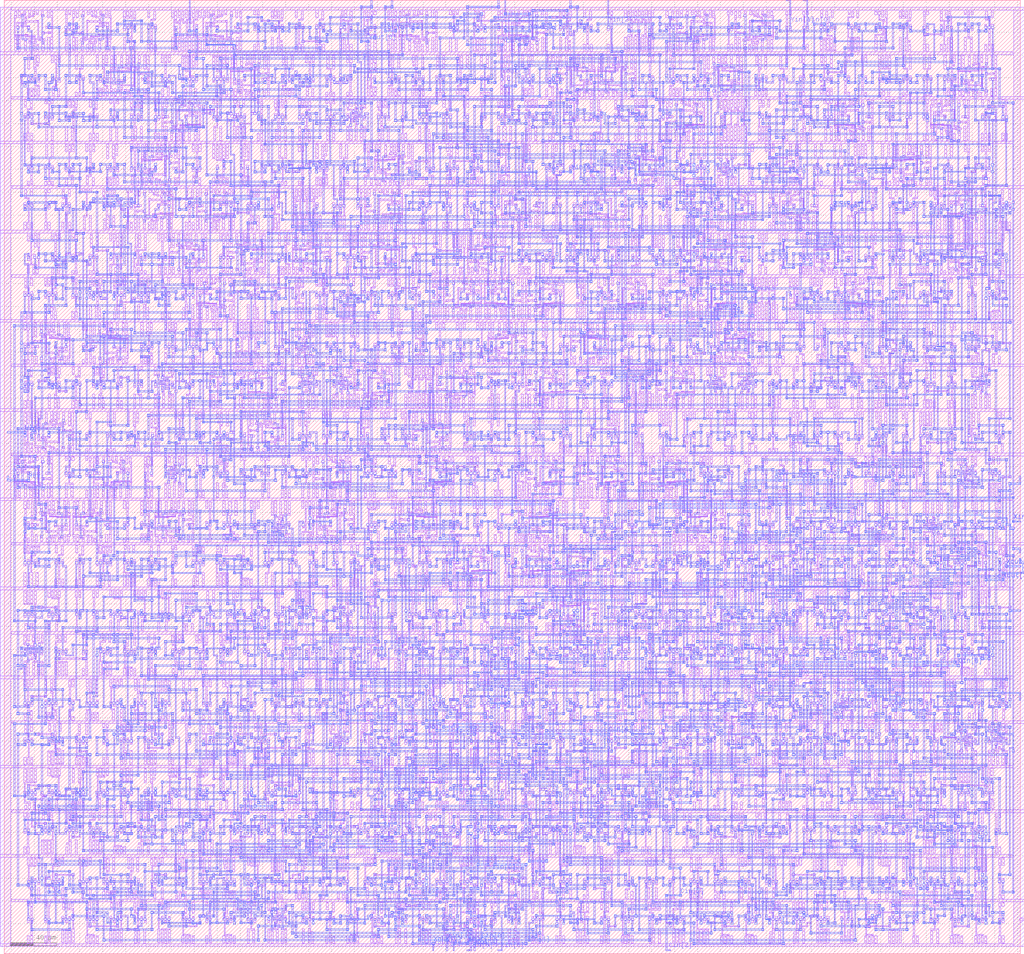
<source format=lef>
VERSION 5.7 ;
  NOWIREEXTENSIONATPIN ON ;
  DIVIDERCHAR "/" ;
  BUSBITCHARS "[]" ;
MACRO fir_pe
  CLASS BLOCK ;
  FOREIGN fir_pe ;
  ORIGIN 6.000 6.000 ;
  SIZE 888.000 BY 834.000 ;
  PIN gnd
    USE GROUND ;
    PORT
      LAYER metal1 ;
        RECT 0.600 819.300 885.450 821.700 ;
        RECT 876.450 743.700 885.450 819.300 ;
        RECT 0.600 741.300 885.450 743.700 ;
        RECT 876.450 665.700 885.450 741.300 ;
        RECT 0.600 663.300 885.450 665.700 ;
        RECT 876.450 587.700 885.450 663.300 ;
        RECT 0.600 585.300 885.450 587.700 ;
        RECT 876.450 509.700 885.450 585.300 ;
        RECT 0.600 507.300 885.450 509.700 ;
        RECT 876.450 431.700 885.450 507.300 ;
        RECT 0.600 429.300 885.450 431.700 ;
        RECT 876.450 353.700 885.450 429.300 ;
        RECT 0.600 351.300 885.450 353.700 ;
        RECT 876.450 275.700 885.450 351.300 ;
        RECT 0.600 273.300 885.450 275.700 ;
        RECT 876.450 197.700 885.450 273.300 ;
        RECT 0.600 195.300 885.450 197.700 ;
        RECT 876.450 119.700 885.450 195.300 ;
        RECT 0.600 117.300 885.450 119.700 ;
        RECT 876.450 41.700 885.450 117.300 ;
        RECT 0.600 39.300 885.450 41.700 ;
        RECT 876.450 0.300 885.450 39.300 ;
    END
  END gnd
  PIN vdd
    USE POWER ;
    PORT
      LAYER metal1 ;
        RECT -9.450 782.700 -0.450 821.700 ;
        RECT -9.450 780.300 875.400 782.700 ;
        RECT -9.450 704.700 -0.450 780.300 ;
        RECT -9.450 702.300 875.400 704.700 ;
        RECT -9.450 626.700 -0.450 702.300 ;
        RECT -9.450 624.300 875.400 626.700 ;
        RECT -9.450 548.700 -0.450 624.300 ;
        RECT -9.450 546.300 875.400 548.700 ;
        RECT -9.450 470.700 -0.450 546.300 ;
        RECT -9.450 468.300 875.400 470.700 ;
        RECT -9.450 392.700 -0.450 468.300 ;
        RECT -9.450 390.300 875.400 392.700 ;
        RECT -9.450 314.700 -0.450 390.300 ;
        RECT -9.450 312.300 875.400 314.700 ;
        RECT -9.450 236.700 -0.450 312.300 ;
        RECT -9.450 234.300 875.400 236.700 ;
        RECT -9.450 158.700 -0.450 234.300 ;
        RECT -9.450 156.300 875.400 158.700 ;
        RECT -9.450 80.700 -0.450 156.300 ;
        RECT -9.450 78.300 875.400 80.700 ;
        RECT -9.450 2.700 -0.450 78.300 ;
        RECT -9.450 0.300 875.400 2.700 ;
    END
  END vdd
  PIN Cin[5]
    PORT
      LAYER metal1 ;
        RECT 454.950 297.450 457.050 298.050 ;
        RECT 463.950 297.450 466.050 298.050 ;
        RECT 454.950 296.550 466.050 297.450 ;
        RECT 454.950 295.950 457.050 296.550 ;
        RECT 463.950 295.950 466.050 296.550 ;
        RECT 445.950 294.450 448.050 295.050 ;
        RECT 440.550 293.550 448.050 294.450 ;
        RECT 440.550 289.050 441.450 293.550 ;
        RECT 445.950 292.950 448.050 293.550 ;
        RECT 436.950 287.550 441.450 289.050 ;
        RECT 436.950 286.950 441.000 287.550 ;
        RECT 796.950 246.450 799.050 247.050 ;
        RECT 805.950 246.450 808.050 247.050 ;
        RECT 796.950 245.550 808.050 246.450 ;
        RECT 796.950 244.950 799.050 245.550 ;
        RECT 805.950 244.950 808.050 245.550 ;
      LAYER metal2 ;
        RECT 538.950 316.950 541.050 319.050 ;
        RECT 539.400 304.050 540.450 316.950 ;
        RECT 613.950 316.800 616.050 318.900 ;
        RECT 463.950 301.950 466.050 304.050 ;
        RECT 538.950 301.950 541.050 304.050 ;
        RECT 464.400 298.050 465.450 301.950 ;
        RECT 614.400 298.050 615.450 316.800 ;
        RECT 373.950 293.100 376.050 295.200 ;
        RECT 379.950 293.100 382.050 295.200 ;
        RECT 374.400 292.350 375.600 293.100 ;
        RECT 380.400 277.050 381.450 293.100 ;
        RECT 445.950 292.950 448.050 298.050 ;
        RECT 454.950 295.200 457.050 298.050 ;
        RECT 463.950 295.950 466.050 298.050 ;
        RECT 454.800 294.000 457.050 295.200 ;
        RECT 613.950 294.000 616.050 298.050 ;
        RECT 454.800 293.100 456.900 294.000 ;
        RECT 455.400 292.350 456.600 293.100 ;
        RECT 614.400 292.350 615.600 294.000 ;
        RECT 637.950 292.950 640.050 295.050 ;
        RECT 643.950 293.100 646.050 295.200 ;
        RECT 436.950 286.950 439.050 289.050 ;
        RECT 379.950 274.950 382.050 277.050 ;
        RECT 437.400 274.050 438.450 286.950 ;
        RECT 638.400 280.050 639.450 292.950 ;
        RECT 644.400 292.350 645.600 293.100 ;
        RECT 871.950 292.800 874.050 294.900 ;
        RECT 872.400 286.050 873.450 292.800 ;
        RECT 853.950 283.950 856.050 286.050 ;
        RECT 871.950 283.950 874.050 286.050 ;
        RECT 637.950 277.950 640.050 280.050 ;
        RECT 664.950 277.950 667.050 280.050 ;
        RECT 436.950 271.950 439.050 274.050 ;
        RECT 665.400 247.050 666.450 277.950 ;
        RECT 854.400 265.050 855.450 283.950 ;
        RECT 853.950 262.950 856.050 265.050 ;
        RECT 826.950 253.950 829.050 256.050 ;
        RECT 796.800 249.000 798.900 250.050 ;
        RECT 796.800 247.950 799.050 249.000 ;
        RECT 664.950 244.950 667.050 247.050 ;
        RECT 796.950 244.950 799.050 247.950 ;
        RECT 827.400 247.050 828.450 253.950 ;
        RECT 805.950 244.950 811.050 247.050 ;
        RECT 826.950 244.950 829.050 247.050 ;
      LAYER metal3 ;
        RECT 538.950 318.600 541.050 319.050 ;
        RECT 613.950 318.600 616.050 318.900 ;
        RECT 538.950 317.400 616.050 318.600 ;
        RECT 538.950 316.950 541.050 317.400 ;
        RECT 613.950 316.800 616.050 317.400 ;
        RECT 463.950 303.600 466.050 304.050 ;
        RECT 538.950 303.600 541.050 304.050 ;
        RECT 463.950 302.400 541.050 303.600 ;
        RECT 463.950 301.950 466.050 302.400 ;
        RECT 538.950 301.950 541.050 302.400 ;
        RECT 373.950 294.750 376.050 295.200 ;
        RECT 379.950 294.750 382.050 295.200 ;
        RECT 373.950 293.550 382.050 294.750 ;
        RECT 445.950 294.600 448.050 298.050 ;
        RECT 613.950 297.600 616.050 298.050 ;
        RECT 613.950 296.400 642.600 297.600 ;
        RECT 613.950 295.950 616.050 296.400 ;
        RECT 454.800 294.600 456.900 295.200 ;
        RECT 641.400 295.050 642.600 296.400 ;
        RECT 445.950 294.000 456.900 294.600 ;
        RECT 373.950 293.100 376.050 293.550 ;
        RECT 379.950 293.100 382.050 293.550 ;
        RECT 446.400 293.400 456.900 294.000 ;
        RECT 454.800 293.100 456.900 293.400 ;
        RECT 637.950 294.600 642.600 295.050 ;
        RECT 643.950 294.600 646.050 295.200 ;
        RECT 637.950 293.400 646.050 294.600 ;
        RECT 637.950 292.950 642.000 293.400 ;
        RECT 643.950 293.100 646.050 293.400 ;
        RECT 871.950 294.600 874.050 294.900 ;
        RECT 871.950 293.400 882.600 294.600 ;
        RECT 871.950 292.800 874.050 293.400 ;
        RECT 853.950 285.600 856.050 286.050 ;
        RECT 871.950 285.600 874.050 286.050 ;
        RECT 853.950 284.400 874.050 285.600 ;
        RECT 853.950 283.950 856.050 284.400 ;
        RECT 871.950 283.950 874.050 284.400 ;
        RECT 637.950 279.600 640.050 280.050 ;
        RECT 664.950 279.600 667.050 280.050 ;
        RECT 637.950 278.400 667.050 279.600 ;
        RECT 637.950 277.950 640.050 278.400 ;
        RECT 664.950 277.950 667.050 278.400 ;
        RECT 379.950 276.600 382.050 277.050 ;
        RECT 379.950 275.400 402.600 276.600 ;
        RECT 379.950 274.950 382.050 275.400 ;
        RECT 401.400 273.600 402.600 275.400 ;
        RECT 436.950 273.600 439.050 274.050 ;
        RECT 401.400 272.400 439.050 273.600 ;
        RECT 436.950 271.950 439.050 272.400 ;
        RECT 853.950 262.950 856.050 265.050 ;
        RECT 826.950 255.600 829.050 256.050 ;
        RECT 854.400 255.600 855.600 262.950 ;
        RECT 826.950 254.400 855.600 255.600 ;
        RECT 826.950 253.950 829.050 254.400 ;
        RECT 796.800 249.600 798.900 250.050 ;
        RECT 683.400 248.400 798.900 249.600 ;
        RECT 664.950 246.600 667.050 247.050 ;
        RECT 683.400 246.600 684.600 248.400 ;
        RECT 796.800 247.950 798.900 248.400 ;
        RECT 664.950 245.400 684.600 246.600 ;
        RECT 808.950 246.600 811.050 247.050 ;
        RECT 826.950 246.600 829.050 247.050 ;
        RECT 808.950 245.400 829.050 246.600 ;
        RECT 664.950 244.950 667.050 245.400 ;
        RECT 808.950 244.950 811.050 245.400 ;
        RECT 826.950 244.950 829.050 245.400 ;
    END
  END Cin[5]
  PIN Cin[4]
    PORT
      LAYER metal1 ;
        RECT 534.000 339.450 538.050 340.050 ;
        RECT 533.550 337.950 538.050 339.450 ;
        RECT 667.950 339.450 670.050 340.050 ;
        RECT 667.950 338.550 675.450 339.450 ;
        RECT 667.950 337.950 670.050 338.550 ;
        RECT 533.550 334.050 534.450 337.950 ;
        RECT 674.550 334.050 675.450 338.550 ;
        RECT 533.550 332.550 538.050 334.050 ;
        RECT 674.550 332.550 679.050 334.050 ;
        RECT 534.000 331.950 538.050 332.550 ;
        RECT 675.000 331.950 679.050 332.550 ;
        RECT 676.950 292.950 679.050 295.050 ;
        RECT 677.550 289.050 678.450 292.950 ;
        RECT 677.550 287.550 682.050 289.050 ;
        RECT 678.000 286.950 682.050 287.550 ;
      LAYER metal2 ;
        RECT 641.400 410.400 642.600 412.650 ;
        RECT 671.400 411.000 672.600 412.650 ;
        RECT 641.400 409.050 642.450 410.400 ;
        RECT 640.950 406.950 643.050 409.050 ;
        RECT 670.950 406.950 673.050 411.000 ;
        RECT 715.950 406.950 718.050 409.050 ;
        RECT 641.400 388.050 642.450 406.950 ;
        RECT 565.950 385.950 568.050 388.050 ;
        RECT 640.950 385.950 643.050 388.050 ;
        RECT 649.950 385.950 652.050 388.050 ;
        RECT 566.400 373.050 567.450 385.950 ;
        RECT 565.950 370.950 568.050 373.050 ;
        RECT 650.400 364.050 651.450 385.950 ;
        RECT 716.400 375.450 717.450 406.950 ;
        RECT 716.400 374.400 720.450 375.450 ;
        RECT 719.400 372.600 720.450 374.400 ;
        RECT 719.400 370.350 720.600 372.600 ;
        RECT 535.950 361.950 538.050 364.050 ;
        RECT 649.950 361.950 652.050 364.050 ;
        RECT 667.950 361.950 670.050 364.050 ;
        RECT 536.400 340.050 537.450 361.950 ;
        RECT 650.400 355.050 651.450 361.950 ;
        RECT 631.950 352.950 634.050 355.050 ;
        RECT 649.950 352.950 652.050 355.050 ;
        RECT 535.950 337.950 538.050 340.050 ;
        RECT 535.950 331.950 538.050 334.050 ;
        RECT 530.400 287.400 531.600 289.650 ;
        RECT 530.400 286.050 531.450 287.400 ;
        RECT 536.400 286.050 537.450 331.950 ;
        RECT 632.400 294.600 633.450 352.950 ;
        RECT 668.400 340.050 669.450 361.950 ;
        RECT 667.950 337.950 670.050 340.050 ;
        RECT 676.950 331.950 679.050 334.050 ;
        RECT 677.400 295.050 678.450 331.950 ;
        RECT 632.400 292.350 633.600 294.600 ;
        RECT 676.950 292.950 679.050 295.050 ;
        RECT 679.950 286.950 682.050 289.050 ;
        RECT 529.950 283.950 532.050 286.050 ;
        RECT 535.950 283.950 538.050 286.050 ;
        RECT 530.400 265.050 531.450 283.950 ;
        RECT 680.400 271.050 681.450 286.950 ;
        RECT 679.950 268.950 682.050 271.050 ;
        RECT 706.950 268.950 709.050 271.050 ;
        RECT 707.400 265.200 708.450 268.950 ;
        RECT 529.950 262.950 532.050 265.050 ;
        RECT 706.950 263.100 709.050 265.200 ;
        RECT 427.950 259.800 430.050 261.900 ;
        RECT 436.950 260.100 439.050 262.200 ;
        RECT 428.400 253.050 429.450 259.800 ;
        RECT 437.400 259.350 438.600 260.100 ;
        RECT 520.950 253.950 523.050 256.050 ;
        RECT 721.950 253.950 724.050 256.050 ;
        RECT 427.950 250.950 430.050 253.050 ;
        RECT 433.950 250.950 436.050 253.050 ;
        RECT 434.400 217.200 435.450 250.950 ;
        RECT 417.000 216.600 421.050 217.050 ;
        RECT 416.400 214.950 421.050 216.600 ;
        RECT 433.950 215.100 436.050 217.200 ;
        RECT 416.400 214.350 417.600 214.950 ;
        RECT 434.400 214.350 435.600 215.100 ;
        RECT 424.950 208.950 427.050 211.050 ;
        RECT 521.400 210.900 522.450 253.950 ;
        RECT 722.400 226.050 723.450 253.950 ;
        RECT 823.950 226.950 826.050 229.050 ;
        RECT 721.950 223.950 724.050 226.050 ;
        RECT 748.950 223.950 751.050 226.050 ;
        RECT 749.400 220.050 750.450 223.950 ;
        RECT 824.400 223.050 825.450 226.950 ;
        RECT 823.950 220.950 826.050 223.050 ;
        RECT 748.950 217.950 751.050 220.050 ;
        RECT 530.400 210.900 531.600 211.650 ;
        RECT 425.400 187.050 426.450 208.950 ;
        RECT 520.950 208.800 523.050 210.900 ;
        RECT 529.950 208.800 532.050 210.900 ;
        RECT 770.400 210.000 771.600 211.650 ;
        RECT 521.400 187.200 522.450 208.800 ;
        RECT 769.950 205.950 772.050 210.000 ;
        RECT 800.400 209.400 801.600 211.650 ;
        RECT 800.400 208.050 801.450 209.400 ;
        RECT 796.950 206.400 801.450 208.050 ;
        RECT 796.950 205.950 801.000 206.400 ;
        RECT 424.950 184.950 427.050 187.050 ;
        RECT 520.950 185.100 523.050 187.200 ;
      LAYER metal3 ;
        RECT 640.950 408.600 643.050 409.050 ;
        RECT 670.950 408.600 673.050 409.050 ;
        RECT 715.950 408.600 718.050 409.050 ;
        RECT 640.950 407.400 718.050 408.600 ;
        RECT 640.950 406.950 643.050 407.400 ;
        RECT 670.950 406.950 673.050 407.400 ;
        RECT 715.950 406.950 718.050 407.400 ;
        RECT 565.950 387.600 568.050 388.050 ;
        RECT 640.950 387.600 643.050 388.050 ;
        RECT 649.950 387.600 652.050 388.050 ;
        RECT 565.950 386.400 652.050 387.600 ;
        RECT 565.950 385.950 568.050 386.400 ;
        RECT 640.950 385.950 643.050 386.400 ;
        RECT 649.950 385.950 652.050 386.400 ;
        RECT 565.950 369.600 568.050 373.050 ;
        RECT 557.400 369.000 568.050 369.600 ;
        RECT 557.400 368.400 567.600 369.000 ;
        RECT 557.400 366.600 558.600 368.400 ;
        RECT 548.400 365.400 558.600 366.600 ;
        RECT 535.950 363.600 538.050 364.050 ;
        RECT 548.400 363.600 549.600 365.400 ;
        RECT 535.950 362.400 549.600 363.600 ;
        RECT 649.950 363.600 652.050 364.050 ;
        RECT 667.950 363.600 670.050 364.050 ;
        RECT 649.950 362.400 670.050 363.600 ;
        RECT 535.950 361.950 538.050 362.400 ;
        RECT 649.950 361.950 652.050 362.400 ;
        RECT 667.950 361.950 670.050 362.400 ;
        RECT 631.950 354.600 634.050 355.050 ;
        RECT 649.950 354.600 652.050 355.050 ;
        RECT 631.950 353.400 652.050 354.600 ;
        RECT 631.950 352.950 634.050 353.400 ;
        RECT 649.950 352.950 652.050 353.400 ;
        RECT 529.950 285.600 532.050 286.050 ;
        RECT 535.950 285.600 538.050 286.050 ;
        RECT 529.950 284.400 538.050 285.600 ;
        RECT 529.950 283.950 532.050 284.400 ;
        RECT 535.950 283.950 538.050 284.400 ;
        RECT 679.950 270.600 682.050 271.050 ;
        RECT 706.950 270.600 709.050 271.050 ;
        RECT 679.950 269.400 709.050 270.600 ;
        RECT 679.950 268.950 682.050 269.400 ;
        RECT 706.950 268.950 709.050 269.400 ;
        RECT 529.950 264.600 532.050 265.050 ;
        RECT 524.400 263.400 532.050 264.600 ;
        RECT 427.950 261.750 430.050 261.900 ;
        RECT 436.950 261.750 439.050 262.200 ;
        RECT 427.950 260.550 439.050 261.750 ;
        RECT 524.400 261.600 525.600 263.400 ;
        RECT 529.950 262.950 532.050 263.400 ;
        RECT 706.950 264.600 709.050 265.200 ;
        RECT 706.950 263.400 720.600 264.600 ;
        RECT 706.950 263.100 709.050 263.400 ;
        RECT 427.950 259.800 430.050 260.550 ;
        RECT 436.950 260.100 439.050 260.550 ;
        RECT 521.400 260.400 525.600 261.600 ;
        RECT 719.400 261.600 720.600 263.400 ;
        RECT 719.400 260.400 723.600 261.600 ;
        RECT 521.400 256.050 522.600 260.400 ;
        RECT 722.400 256.050 723.600 260.400 ;
        RECT 520.950 253.950 523.050 256.050 ;
        RECT 721.950 253.950 724.050 256.050 ;
        RECT 427.950 252.600 430.050 253.050 ;
        RECT 433.950 252.600 436.050 253.050 ;
        RECT 427.950 251.400 436.050 252.600 ;
        RECT 427.950 250.950 430.050 251.400 ;
        RECT 433.950 250.950 436.050 251.400 ;
        RECT 823.950 228.600 826.050 229.050 ;
        RECT 770.400 227.400 826.050 228.600 ;
        RECT 721.950 225.600 724.050 226.050 ;
        RECT 748.950 225.600 751.050 226.050 ;
        RECT 770.400 225.600 771.600 227.400 ;
        RECT 823.950 226.950 826.050 227.400 ;
        RECT 721.950 224.400 771.600 225.600 ;
        RECT 721.950 223.950 724.050 224.400 ;
        RECT 748.950 223.950 751.050 224.400 ;
        RECT 823.950 222.600 826.050 223.050 ;
        RECT 823.950 221.400 882.600 222.600 ;
        RECT 823.950 220.950 826.050 221.400 ;
        RECT 748.950 219.600 751.050 220.050 ;
        RECT 748.950 218.400 762.600 219.600 ;
        RECT 748.950 217.950 751.050 218.400 ;
        RECT 418.950 213.600 421.050 217.050 ;
        RECT 433.950 215.100 436.050 217.200 ;
        RECT 761.400 216.600 762.600 218.400 ;
        RECT 761.400 215.400 774.600 216.600 ;
        RECT 881.400 215.400 882.600 221.400 ;
        RECT 434.400 213.600 435.600 215.100 ;
        RECT 418.950 213.000 435.600 213.600 ;
        RECT 419.400 212.400 435.600 213.000 ;
        RECT 424.950 208.950 427.050 212.400 ;
        RECT 520.950 210.450 523.050 210.900 ;
        RECT 529.950 210.450 532.050 210.900 ;
        RECT 520.950 209.250 532.050 210.450 ;
        RECT 520.950 208.800 523.050 209.250 ;
        RECT 529.950 208.800 532.050 209.250 ;
        RECT 773.400 208.050 774.600 215.400 ;
        RECT 769.950 207.600 774.600 208.050 ;
        RECT 796.950 207.600 799.050 208.050 ;
        RECT 769.950 206.400 799.050 207.600 ;
        RECT 769.950 205.950 774.000 206.400 ;
        RECT 796.950 205.950 799.050 206.400 ;
        RECT 424.950 186.600 427.050 187.050 ;
        RECT 520.950 186.600 523.050 187.200 ;
        RECT 424.950 185.400 523.050 186.600 ;
        RECT 424.950 184.950 427.050 185.400 ;
        RECT 520.950 185.100 523.050 185.400 ;
    END
  END Cin[4]
  PIN Cin[3]
    PORT
      LAYER metal1 ;
        RECT 784.950 366.450 787.050 367.050 ;
        RECT 793.950 366.450 796.050 367.050 ;
        RECT 784.950 365.550 796.050 366.450 ;
        RECT 784.950 364.950 787.050 365.550 ;
        RECT 793.950 364.950 796.050 365.550 ;
        RECT 780.000 339.450 784.050 340.050 ;
        RECT 779.550 337.950 784.050 339.450 ;
        RECT 779.550 334.050 780.450 337.950 ;
        RECT 779.550 332.550 784.050 334.050 ;
        RECT 780.000 331.950 784.050 332.550 ;
        RECT 736.950 261.450 739.050 262.050 ;
        RECT 736.950 260.550 744.450 261.450 ;
        RECT 736.950 259.950 739.050 260.550 ;
        RECT 743.550 256.050 744.450 260.550 ;
        RECT 743.550 254.550 748.050 256.050 ;
        RECT 744.000 253.950 748.050 254.550 ;
        RECT 322.950 252.450 325.050 253.050 ;
        RECT 337.950 252.450 340.050 252.750 ;
        RECT 322.950 251.550 340.050 252.450 ;
        RECT 322.950 250.950 325.050 251.550 ;
        RECT 337.950 250.650 340.050 251.550 ;
        RECT 337.950 219.450 340.050 220.050 ;
        RECT 346.950 219.450 349.050 220.050 ;
        RECT 337.950 218.550 349.050 219.450 ;
        RECT 337.950 217.950 340.050 218.550 ;
        RECT 346.950 217.950 349.050 218.550 ;
      LAYER metal2 ;
        RECT 793.950 376.950 796.050 379.050 ;
        RECT 794.400 367.050 795.450 376.950 ;
        RECT 784.950 364.950 787.050 367.050 ;
        RECT 793.950 364.950 796.050 367.050 ;
        RECT 874.950 364.950 877.050 367.050 ;
        RECT 785.400 348.450 786.450 364.950 ;
        RECT 875.400 349.050 876.450 364.950 ;
        RECT 782.400 347.400 786.450 348.450 ;
        RECT 782.400 340.050 783.450 347.400 ;
        RECT 874.950 346.950 877.050 349.050 ;
        RECT 781.950 337.950 784.050 340.050 ;
        RECT 686.400 332.400 687.600 334.650 ;
        RECT 686.400 330.450 687.450 332.400 ;
        RECT 781.950 331.950 784.050 334.050 ;
        RECT 785.400 332.400 786.600 334.650 ;
        RECT 683.400 330.000 687.450 330.450 ;
        RECT 683.400 329.400 688.050 330.000 ;
        RECT 577.950 313.950 580.050 316.050 ;
        RECT 403.950 304.950 406.050 307.050 ;
        RECT 322.950 301.950 325.050 304.050 ;
        RECT 323.400 262.200 324.450 301.950 ;
        RECT 328.950 301.800 331.050 303.900 ;
        RECT 329.400 294.600 330.450 301.800 ;
        RECT 329.400 292.350 330.600 294.600 ;
        RECT 404.400 292.050 405.450 304.950 ;
        RECT 403.950 289.950 406.050 292.050 ;
        RECT 439.950 289.950 442.050 292.050 ;
        RECT 440.400 265.050 441.450 289.950 ;
        RECT 572.400 287.400 573.600 289.650 ;
        RECT 572.400 268.050 573.450 287.400 ;
        RECT 578.400 268.050 579.450 313.950 ;
        RECT 683.400 313.050 684.450 329.400 ;
        RECT 685.950 325.950 688.050 329.400 ;
        RECT 727.950 325.950 730.050 328.050 ;
        RECT 748.950 325.950 751.050 328.050 ;
        RECT 782.400 327.450 783.450 331.950 ;
        RECT 785.400 328.050 786.450 332.400 ;
        RECT 784.950 327.450 787.050 328.050 ;
        RECT 782.400 326.400 787.050 327.450 ;
        RECT 784.950 325.950 787.050 326.400 ;
        RECT 682.950 310.950 685.050 313.050 ;
        RECT 728.400 301.050 729.450 325.950 ;
        RECT 749.400 301.050 750.450 325.950 ;
        RECT 727.950 298.950 730.050 301.050 ;
        RECT 736.950 298.950 739.050 301.050 ;
        RECT 748.950 298.950 751.050 301.050 ;
        RECT 511.950 265.950 514.050 268.050 ;
        RECT 550.950 265.950 553.050 268.050 ;
        RECT 571.950 265.950 574.050 268.050 ;
        RECT 577.950 265.950 580.050 268.050 ;
        RECT 439.950 262.950 442.050 265.050 ;
        RECT 316.950 260.100 319.050 262.200 ;
        RECT 322.950 260.100 325.050 262.200 ;
        RECT 512.400 261.600 513.450 265.950 ;
        RECT 551.400 262.050 552.450 265.950 ;
        RECT 737.400 262.050 738.450 298.950 ;
        RECT 317.400 259.350 318.600 260.100 ;
        RECT 323.400 253.050 324.450 260.100 ;
        RECT 512.400 259.350 513.600 261.600 ;
        RECT 550.950 259.950 553.050 262.050 ;
        RECT 736.950 259.950 739.050 262.050 ;
        RECT 554.400 255.900 555.600 256.650 ;
        RECT 553.950 253.800 556.050 255.900 ;
        RECT 745.950 253.950 748.050 256.050 ;
        RECT 322.950 250.950 325.050 253.050 ;
        RECT 337.950 250.650 340.050 252.750 ;
        RECT 338.400 220.050 339.450 250.650 ;
        RECT 554.400 244.050 555.450 253.800 ;
        RECT 553.950 241.950 556.050 244.050 ;
        RECT 574.950 241.950 577.050 244.050 ;
        RECT 575.400 238.050 576.450 241.950 ;
        RECT 574.950 235.950 577.050 238.050 ;
        RECT 586.950 235.950 589.050 238.050 ;
        RECT 337.950 217.950 340.050 220.050 ;
        RECT 346.950 216.000 349.050 220.050 ;
        RECT 587.400 216.600 588.450 235.950 ;
        RECT 746.400 229.050 747.450 253.950 ;
        RECT 745.950 226.950 748.050 229.050 ;
        RECT 751.950 226.950 754.050 229.050 ;
        RECT 752.400 223.050 753.450 226.950 ;
        RECT 751.950 220.950 754.050 223.050 ;
        RECT 347.400 214.350 348.600 216.000 ;
        RECT 587.400 214.350 588.600 216.600 ;
        RECT 776.400 210.900 777.600 211.650 ;
        RECT 775.950 208.800 778.050 210.900 ;
      LAYER metal3 ;
        RECT 793.950 378.600 796.050 379.050 ;
        RECT 793.950 377.400 849.600 378.600 ;
        RECT 793.950 376.950 796.050 377.400 ;
        RECT 848.400 375.600 849.600 377.400 ;
        RECT 848.400 374.400 870.600 375.600 ;
        RECT 869.400 369.600 870.600 374.400 ;
        RECT 869.400 368.400 873.600 369.600 ;
        RECT 872.400 367.050 873.600 368.400 ;
        RECT 872.400 365.400 877.050 367.050 ;
        RECT 873.000 364.950 877.050 365.400 ;
        RECT 874.950 348.600 877.050 349.050 ;
        RECT 874.950 347.400 882.600 348.600 ;
        RECT 874.950 346.950 877.050 347.400 ;
        RECT 881.400 344.400 882.600 347.400 ;
        RECT 685.950 327.600 688.050 328.050 ;
        RECT 727.950 327.600 730.050 328.050 ;
        RECT 685.950 326.400 730.050 327.600 ;
        RECT 685.950 325.950 688.050 326.400 ;
        RECT 727.950 325.950 730.050 326.400 ;
        RECT 748.950 327.600 751.050 328.050 ;
        RECT 784.950 327.600 787.050 328.050 ;
        RECT 748.950 326.400 787.050 327.600 ;
        RECT 748.950 325.950 751.050 326.400 ;
        RECT 784.950 325.950 787.050 326.400 ;
        RECT 577.950 315.600 580.050 316.050 ;
        RECT 577.950 314.400 669.600 315.600 ;
        RECT 577.950 313.950 580.050 314.400 ;
        RECT 668.400 312.600 669.600 314.400 ;
        RECT 682.950 312.600 685.050 313.050 ;
        RECT 668.400 311.400 685.050 312.600 ;
        RECT 682.950 310.950 685.050 311.400 ;
        RECT 403.950 306.600 406.050 307.050 ;
        RECT 371.400 305.400 406.050 306.600 ;
        RECT 322.950 303.600 325.050 304.050 ;
        RECT 328.950 303.600 331.050 303.900 ;
        RECT 371.400 303.600 372.600 305.400 ;
        RECT 403.950 304.950 406.050 305.400 ;
        RECT 322.950 302.400 372.600 303.600 ;
        RECT 322.950 301.950 325.050 302.400 ;
        RECT 328.950 301.800 331.050 302.400 ;
        RECT 727.950 300.600 730.050 301.050 ;
        RECT 736.950 300.600 739.050 301.050 ;
        RECT 748.950 300.600 751.050 301.050 ;
        RECT 727.950 299.400 751.050 300.600 ;
        RECT 727.950 298.950 730.050 299.400 ;
        RECT 736.950 298.950 739.050 299.400 ;
        RECT 748.950 298.950 751.050 299.400 ;
        RECT 403.950 291.600 406.050 292.050 ;
        RECT 439.950 291.600 442.050 292.050 ;
        RECT 403.950 290.400 442.050 291.600 ;
        RECT 403.950 289.950 406.050 290.400 ;
        RECT 439.950 289.950 442.050 290.400 ;
        RECT 511.950 267.600 514.050 268.050 ;
        RECT 550.950 267.600 553.050 268.050 ;
        RECT 571.950 267.600 574.050 268.050 ;
        RECT 577.950 267.600 580.050 268.050 ;
        RECT 443.400 266.400 492.600 267.600 ;
        RECT 443.400 265.050 444.600 266.400 ;
        RECT 439.950 263.400 444.600 265.050 ;
        RECT 491.400 264.600 492.600 266.400 ;
        RECT 511.950 266.400 580.050 267.600 ;
        RECT 511.950 265.950 514.050 266.400 ;
        RECT 550.950 265.950 553.050 266.400 ;
        RECT 571.950 265.950 574.050 266.400 ;
        RECT 577.950 265.950 580.050 266.400 ;
        RECT 512.400 264.600 513.600 265.950 ;
        RECT 491.400 263.400 513.600 264.600 ;
        RECT 439.950 262.950 444.000 263.400 ;
        RECT 316.950 261.750 319.050 262.200 ;
        RECT 322.950 261.750 325.050 262.200 ;
        RECT 316.950 260.550 325.050 261.750 ;
        RECT 316.950 260.100 319.050 260.550 ;
        RECT 322.950 260.100 325.050 260.550 ;
        RECT 550.950 261.600 555.000 262.050 ;
        RECT 550.950 259.950 555.600 261.600 ;
        RECT 554.400 255.900 555.600 259.950 ;
        RECT 553.950 253.800 556.050 255.900 ;
        RECT 553.950 243.600 556.050 244.050 ;
        RECT 574.950 243.600 577.050 244.050 ;
        RECT 553.950 242.400 577.050 243.600 ;
        RECT 553.950 241.950 556.050 242.400 ;
        RECT 574.950 241.950 577.050 242.400 ;
        RECT 574.950 237.600 577.050 238.050 ;
        RECT 586.950 237.600 589.050 238.050 ;
        RECT 574.950 236.400 589.050 237.600 ;
        RECT 574.950 235.950 577.050 236.400 ;
        RECT 586.950 235.950 589.050 236.400 ;
        RECT 745.950 228.600 748.050 229.050 ;
        RECT 751.950 228.600 754.050 229.050 ;
        RECT 745.950 227.400 754.050 228.600 ;
        RECT 745.950 226.950 748.050 227.400 ;
        RECT 751.950 226.950 754.050 227.400 ;
        RECT 751.950 222.600 754.050 223.050 ;
        RECT 751.950 221.400 768.600 222.600 ;
        RECT 751.950 220.950 754.050 221.400 ;
        RECT 767.400 219.600 768.600 221.400 ;
        RECT 767.400 218.400 777.600 219.600 ;
        RECT 776.400 210.900 777.600 218.400 ;
        RECT 775.950 208.800 778.050 210.900 ;
    END
  END Cin[3]
  PIN Cin[2]
    PORT
      LAYER metal1 ;
        RECT 235.950 297.450 238.050 298.050 ;
        RECT 241.950 297.450 244.050 298.050 ;
        RECT 235.950 296.550 244.050 297.450 ;
        RECT 235.950 295.950 238.050 296.550 ;
        RECT 241.950 295.950 244.050 296.550 ;
        RECT 679.950 219.450 682.050 220.050 ;
        RECT 671.550 218.550 682.050 219.450 ;
        RECT 671.550 217.050 672.450 218.550 ;
        RECT 679.950 217.950 682.050 218.550 ;
        RECT 670.950 216.450 675.000 217.050 ;
        RECT 670.950 214.950 675.450 216.450 ;
        RECT 674.550 211.050 675.450 214.950 ;
        RECT 670.950 209.550 675.450 211.050 ;
        RECT 670.950 208.950 675.000 209.550 ;
        RECT 241.950 174.450 244.050 175.050 ;
        RECT 250.950 174.450 253.050 175.050 ;
        RECT 241.950 173.550 253.050 174.450 ;
        RECT 241.950 172.950 244.050 173.550 ;
        RECT 250.950 172.950 253.050 173.550 ;
        RECT 226.950 144.450 229.050 145.050 ;
        RECT 241.950 144.450 244.050 145.050 ;
        RECT 226.950 143.550 244.050 144.450 ;
        RECT 226.950 142.950 229.050 143.550 ;
        RECT 241.950 142.950 244.050 143.550 ;
        RECT 226.950 105.450 231.000 106.050 ;
        RECT 465.000 105.450 469.050 106.050 ;
        RECT 226.950 103.950 231.450 105.450 ;
        RECT 230.550 100.050 231.450 103.950 ;
        RECT 226.950 98.550 231.450 100.050 ;
        RECT 464.550 103.950 469.050 105.450 ;
        RECT 464.550 100.050 465.450 103.950 ;
        RECT 464.550 98.550 469.050 100.050 ;
        RECT 226.950 97.950 231.000 98.550 ;
        RECT 465.000 97.950 469.050 98.550 ;
      LAYER metal2 ;
        RECT 235.950 294.000 238.050 298.050 ;
        RECT 241.950 295.950 244.050 298.050 ;
        RECT 236.400 292.350 237.600 294.000 ;
        RECT 242.400 283.050 243.450 295.950 ;
        RECT 229.950 280.950 232.050 283.050 ;
        RECT 241.950 280.950 244.050 283.050 ;
        RECT 230.400 255.450 231.450 280.950 ;
        RECT 695.400 255.900 696.600 256.650 ;
        RECT 227.400 254.400 231.450 255.450 ;
        RECT 227.400 217.200 228.450 254.400 ;
        RECT 679.950 253.800 682.050 255.900 ;
        RECT 694.950 253.800 697.050 255.900 ;
        RECT 680.400 220.050 681.450 253.800 ;
        RECT 679.950 217.950 682.050 220.050 ;
        RECT 220.950 215.100 223.050 217.200 ;
        RECT 226.950 215.100 229.050 217.200 ;
        RECT 669.000 216.600 673.050 217.050 ;
        RECT 221.400 190.050 222.450 215.100 ;
        RECT 227.400 214.350 228.600 215.100 ;
        RECT 668.400 214.950 673.050 216.600 ;
        RECT 668.400 214.350 669.600 214.950 ;
        RECT 670.950 208.950 673.050 211.050 ;
        RECT 671.400 196.050 672.450 208.950 ;
        RECT 637.950 193.950 640.050 196.050 ;
        RECT 670.950 193.950 673.050 196.050 ;
        RECT 220.950 187.950 223.050 190.050 ;
        RECT 250.950 187.950 253.050 190.050 ;
        RECT 242.400 176.400 243.600 178.650 ;
        RECT 242.400 175.050 243.450 176.400 ;
        RECT 251.400 175.050 252.450 187.950 ;
        RECT 638.400 175.050 639.450 193.950 ;
        RECT 241.950 172.950 244.050 175.050 ;
        RECT 250.950 172.950 253.050 175.050 ;
        RECT 628.950 172.950 631.050 175.050 ;
        RECT 637.950 172.950 640.050 175.050 ;
        RECT 208.950 157.950 211.050 160.050 ;
        RECT 226.800 157.950 228.900 160.050 ;
        RECT 209.400 139.200 210.450 157.950 ;
        RECT 227.400 145.050 228.450 157.950 ;
        RECT 242.400 145.050 243.450 172.950 ;
        RECT 629.400 157.050 630.450 172.950 ;
        RECT 601.950 154.950 604.050 157.050 ;
        RECT 628.950 154.950 631.050 157.050 ;
        RECT 226.950 142.950 229.050 145.050 ;
        RECT 241.950 142.950 244.050 145.050 ;
        RECT 602.400 139.200 603.450 154.950 ;
        RECT 208.950 137.100 211.050 139.200 ;
        RECT 601.950 137.100 604.050 139.200 ;
        RECT 209.400 136.350 210.600 137.100 ;
        RECT 602.400 136.350 603.600 137.100 ;
        RECT 211.950 130.950 214.050 133.050 ;
        RECT 491.400 131.400 492.600 133.650 ;
        RECT 212.400 124.050 213.450 130.950 ;
        RECT 211.950 121.950 214.050 124.050 ;
        RECT 226.950 121.950 229.050 124.050 ;
        RECT 227.400 106.050 228.450 121.950 ;
        RECT 491.400 121.050 492.450 131.400 ;
        RECT 592.950 130.950 595.050 133.050 ;
        RECT 593.400 127.050 594.450 130.950 ;
        RECT 577.950 124.950 580.050 127.050 ;
        RECT 592.950 124.950 595.050 127.050 ;
        RECT 490.950 118.950 493.050 121.050 ;
        RECT 541.950 118.950 544.050 121.050 ;
        RECT 491.400 115.050 492.450 118.950 ;
        RECT 466.950 112.950 469.050 115.050 ;
        RECT 490.950 112.950 493.050 115.050 ;
        RECT 467.400 106.050 468.450 112.950 ;
        RECT 542.400 106.050 543.450 118.950 ;
        RECT 578.400 106.050 579.450 124.950 ;
        RECT 226.950 103.950 229.050 106.050 ;
        RECT 466.950 103.950 469.050 106.050 ;
        RECT 541.950 103.950 544.050 106.050 ;
        RECT 577.950 103.950 580.050 106.050 ;
        RECT 226.950 97.950 229.050 100.050 ;
        RECT 466.950 97.950 469.050 100.050 ;
        RECT 575.400 99.900 576.600 100.650 ;
        RECT 227.400 85.050 228.450 97.950 ;
        RECT 280.950 88.950 283.050 91.050 ;
        RECT 355.950 90.450 358.050 90.900 ;
        RECT 361.950 90.450 364.050 94.050 ;
        RECT 367.950 91.950 370.050 94.050 ;
        RECT 355.950 90.000 364.050 90.450 ;
        RECT 355.950 89.400 363.450 90.000 ;
        RECT 281.400 85.050 282.450 88.950 ;
        RECT 355.950 88.800 358.050 89.400 ;
        RECT 368.400 88.050 369.450 91.950 ;
        RECT 367.950 85.950 370.050 88.050 ;
        RECT 451.950 85.800 454.050 87.900 ;
        RECT 226.950 82.950 229.050 85.050 ;
        RECT 280.950 82.950 283.050 85.050 ;
        RECT 452.400 76.050 453.450 85.800 ;
        RECT 467.400 76.050 468.450 97.950 ;
        RECT 574.950 97.800 577.050 99.900 ;
        RECT 451.950 73.950 454.050 76.050 ;
        RECT 466.950 73.950 469.050 76.050 ;
        RECT 575.400 70.050 576.450 97.800 ;
        RECT 574.950 67.950 577.050 70.050 ;
        RECT 583.950 67.950 586.050 70.050 ;
        RECT 584.400 46.050 585.450 67.950 ;
        RECT 571.950 43.950 574.050 46.050 ;
        RECT 583.950 43.950 586.050 46.050 ;
        RECT 572.400 -2.550 573.450 43.950 ;
        RECT 572.400 -3.600 576.450 -2.550 ;
      LAYER metal3 ;
        RECT 229.950 282.600 232.050 283.050 ;
        RECT 241.950 282.600 244.050 283.050 ;
        RECT 229.950 281.400 244.050 282.600 ;
        RECT 229.950 280.950 232.050 281.400 ;
        RECT 241.950 280.950 244.050 281.400 ;
        RECT 679.950 255.450 682.050 255.900 ;
        RECT 694.950 255.450 697.050 255.900 ;
        RECT 679.950 254.250 697.050 255.450 ;
        RECT 679.950 253.800 682.050 254.250 ;
        RECT 694.950 253.800 697.050 254.250 ;
        RECT 220.950 216.750 223.050 217.200 ;
        RECT 226.950 216.750 229.050 217.200 ;
        RECT 220.950 215.550 229.050 216.750 ;
        RECT 220.950 215.100 223.050 215.550 ;
        RECT 226.950 215.100 229.050 215.550 ;
        RECT 637.950 195.600 640.050 196.050 ;
        RECT 670.950 195.600 673.050 196.050 ;
        RECT 637.950 194.400 673.050 195.600 ;
        RECT 637.950 193.950 640.050 194.400 ;
        RECT 670.950 193.950 673.050 194.400 ;
        RECT 220.950 189.600 223.050 190.050 ;
        RECT 250.950 189.600 253.050 190.050 ;
        RECT 220.950 188.400 253.050 189.600 ;
        RECT 220.950 187.950 223.050 188.400 ;
        RECT 250.950 187.950 253.050 188.400 ;
        RECT 628.950 174.600 631.050 175.050 ;
        RECT 637.950 174.600 640.050 175.050 ;
        RECT 628.950 173.400 640.050 174.600 ;
        RECT 628.950 172.950 631.050 173.400 ;
        RECT 637.950 172.950 640.050 173.400 ;
        RECT 208.950 159.600 211.050 160.050 ;
        RECT 226.800 159.600 228.900 160.050 ;
        RECT 208.950 158.400 228.900 159.600 ;
        RECT 208.950 157.950 211.050 158.400 ;
        RECT 226.800 157.950 228.900 158.400 ;
        RECT 601.950 156.600 604.050 157.050 ;
        RECT 628.950 156.600 631.050 157.050 ;
        RECT 601.950 155.400 631.050 156.600 ;
        RECT 601.950 154.950 604.050 155.400 ;
        RECT 628.950 154.950 631.050 155.400 ;
        RECT 208.950 137.100 211.050 139.200 ;
        RECT 601.950 137.100 604.050 139.200 ;
        RECT 209.400 133.050 210.600 137.100 ;
        RECT 602.400 135.600 603.600 137.100 ;
        RECT 596.400 134.400 603.600 135.600 ;
        RECT 596.400 133.050 597.600 134.400 ;
        RECT 209.400 131.400 214.050 133.050 ;
        RECT 210.000 130.950 214.050 131.400 ;
        RECT 592.950 131.400 597.600 133.050 ;
        RECT 592.950 130.950 597.000 131.400 ;
        RECT 577.950 126.600 580.050 127.050 ;
        RECT 592.950 126.600 595.050 127.050 ;
        RECT 577.950 125.400 595.050 126.600 ;
        RECT 577.950 124.950 580.050 125.400 ;
        RECT 592.950 124.950 595.050 125.400 ;
        RECT 211.950 123.600 214.050 124.050 ;
        RECT 226.950 123.600 229.050 124.050 ;
        RECT 211.950 122.400 229.050 123.600 ;
        RECT 211.950 121.950 214.050 122.400 ;
        RECT 226.950 121.950 229.050 122.400 ;
        RECT 490.950 120.600 493.050 121.050 ;
        RECT 541.950 120.600 544.050 121.050 ;
        RECT 490.950 119.400 544.050 120.600 ;
        RECT 490.950 118.950 493.050 119.400 ;
        RECT 541.950 118.950 544.050 119.400 ;
        RECT 466.950 114.600 469.050 115.050 ;
        RECT 490.950 114.600 493.050 115.050 ;
        RECT 466.950 113.400 493.050 114.600 ;
        RECT 466.950 112.950 469.050 113.400 ;
        RECT 490.950 112.950 493.050 113.400 ;
        RECT 541.950 105.600 544.050 106.050 ;
        RECT 576.000 105.600 580.050 106.050 ;
        RECT 541.950 104.400 580.050 105.600 ;
        RECT 541.950 103.950 544.050 104.400 ;
        RECT 575.400 103.950 580.050 104.400 ;
        RECT 575.400 99.900 576.600 103.950 ;
        RECT 574.950 97.800 577.050 99.900 ;
        RECT 361.950 93.600 364.050 94.050 ;
        RECT 367.950 93.600 370.050 94.050 ;
        RECT 361.950 92.400 370.050 93.600 ;
        RECT 361.950 91.950 364.050 92.400 ;
        RECT 367.950 91.950 370.050 92.400 ;
        RECT 280.950 90.600 283.050 91.050 ;
        RECT 355.950 90.600 358.050 90.900 ;
        RECT 280.950 89.400 358.050 90.600 ;
        RECT 280.950 88.950 283.050 89.400 ;
        RECT 355.950 88.800 358.050 89.400 ;
        RECT 367.950 87.600 370.050 88.050 ;
        RECT 451.950 87.600 454.050 87.900 ;
        RECT 367.950 86.400 454.050 87.600 ;
        RECT 367.950 85.950 370.050 86.400 ;
        RECT 451.950 85.800 454.050 86.400 ;
        RECT 226.950 84.600 229.050 85.050 ;
        RECT 280.950 84.600 283.050 85.050 ;
        RECT 226.950 83.400 283.050 84.600 ;
        RECT 226.950 82.950 229.050 83.400 ;
        RECT 280.950 82.950 283.050 83.400 ;
        RECT 451.950 75.600 454.050 76.050 ;
        RECT 466.950 75.600 469.050 76.050 ;
        RECT 451.950 74.400 469.050 75.600 ;
        RECT 451.950 73.950 454.050 74.400 ;
        RECT 466.950 73.950 469.050 74.400 ;
        RECT 574.950 69.600 577.050 70.050 ;
        RECT 583.950 69.600 586.050 70.050 ;
        RECT 574.950 68.400 586.050 69.600 ;
        RECT 574.950 67.950 577.050 68.400 ;
        RECT 583.950 67.950 586.050 68.400 ;
        RECT 571.950 45.600 574.050 46.050 ;
        RECT 583.950 45.600 586.050 46.050 ;
        RECT 571.950 44.400 586.050 45.600 ;
        RECT 571.950 43.950 574.050 44.400 ;
        RECT 583.950 43.950 586.050 44.400 ;
    END
  END Cin[2]
  PIN Cin[1]
    PORT
      LAYER metal1 ;
        RECT 415.950 105.450 420.000 106.050 ;
        RECT 415.950 103.950 420.450 105.450 ;
        RECT 419.550 100.050 420.450 103.950 ;
        RECT 419.550 98.550 424.050 100.050 ;
        RECT 420.000 97.950 424.050 98.550 ;
      LAYER metal2 ;
        RECT 439.950 244.800 442.050 246.900 ;
        RECT 466.950 244.950 469.050 247.050 ;
        RECT 403.950 238.950 406.050 241.050 ;
        RECT 293.400 209.400 294.600 211.650 ;
        RECT 404.400 210.450 405.450 238.950 ;
        RECT 440.400 238.050 441.450 244.800 ;
        RECT 467.400 238.050 468.450 244.950 ;
        RECT 439.950 235.950 442.050 238.050 ;
        RECT 466.950 235.950 469.050 238.050 ;
        RECT 538.950 235.950 541.050 238.050 ;
        RECT 539.400 210.900 540.450 235.950 ;
        RECT 548.400 210.900 549.600 211.650 ;
        RECT 401.400 209.400 405.450 210.450 ;
        RECT 293.400 205.050 294.450 209.400 ;
        RECT 292.950 202.950 295.050 205.050 ;
        RECT 370.950 202.950 373.050 205.050 ;
        RECT 293.400 196.050 294.450 202.950 ;
        RECT 262.950 193.950 265.050 196.050 ;
        RECT 292.950 193.950 295.050 196.050 ;
        RECT 263.400 183.600 264.450 193.950 ;
        RECT 371.400 190.050 372.450 202.950 ;
        RECT 401.400 193.050 402.450 209.400 ;
        RECT 538.950 208.800 541.050 210.900 ;
        RECT 547.950 208.800 550.050 210.900 ;
        RECT 400.800 190.950 402.900 193.050 ;
        RECT 370.950 187.950 373.050 190.050 ;
        RECT 401.400 183.600 402.450 190.950 ;
        RECT 263.400 181.350 264.600 183.600 ;
        RECT 401.400 183.450 402.600 183.600 ;
        RECT 398.400 182.400 402.600 183.450 ;
        RECT 398.400 141.450 399.450 182.400 ;
        RECT 401.400 181.350 402.600 182.400 ;
        RECT 398.400 140.400 402.450 141.450 ;
        RECT 401.400 133.050 402.450 140.400 ;
        RECT 400.950 130.950 403.050 133.050 ;
        RECT 415.950 130.950 418.050 133.050 ;
        RECT 416.400 106.050 417.450 130.950 ;
        RECT 415.950 103.950 418.050 106.050 ;
        RECT 421.950 97.950 424.050 100.050 ;
        RECT 422.400 73.050 423.450 97.950 ;
        RECT 421.950 70.950 424.050 73.050 ;
        RECT 448.950 70.950 451.050 73.050 ;
        RECT 449.400 4.050 450.450 70.950 ;
        RECT 403.950 1.950 406.050 4.050 ;
        RECT 448.950 1.950 451.050 4.050 ;
        RECT 404.400 -3.600 405.450 1.950 ;
      LAYER metal3 ;
        RECT 439.950 246.600 442.050 246.900 ;
        RECT 466.950 246.600 469.050 247.050 ;
        RECT 439.950 245.400 469.050 246.600 ;
        RECT 439.950 244.800 442.050 245.400 ;
        RECT 466.950 244.950 469.050 245.400 ;
        RECT 403.950 240.600 406.050 241.050 ;
        RECT 403.950 239.400 420.600 240.600 ;
        RECT 403.950 238.950 406.050 239.400 ;
        RECT 419.400 237.600 420.600 239.400 ;
        RECT 439.950 237.600 442.050 238.050 ;
        RECT 419.400 236.400 442.050 237.600 ;
        RECT 439.950 235.950 442.050 236.400 ;
        RECT 466.950 237.600 469.050 238.050 ;
        RECT 538.950 237.600 541.050 238.050 ;
        RECT 466.950 236.400 541.050 237.600 ;
        RECT 466.950 235.950 469.050 236.400 ;
        RECT 538.950 235.950 541.050 236.400 ;
        RECT 538.950 210.450 541.050 210.900 ;
        RECT 547.950 210.450 550.050 210.900 ;
        RECT 538.950 209.250 550.050 210.450 ;
        RECT 538.950 208.800 541.050 209.250 ;
        RECT 547.950 208.800 550.050 209.250 ;
        RECT 292.950 204.600 295.050 205.050 ;
        RECT 370.950 204.600 373.050 205.050 ;
        RECT 292.950 203.400 373.050 204.600 ;
        RECT 292.950 202.950 295.050 203.400 ;
        RECT 370.950 202.950 373.050 203.400 ;
        RECT 262.950 195.600 265.050 196.050 ;
        RECT 292.950 195.600 295.050 196.050 ;
        RECT 262.950 194.400 295.050 195.600 ;
        RECT 262.950 193.950 265.050 194.400 ;
        RECT 292.950 193.950 295.050 194.400 ;
        RECT 400.800 192.600 402.900 193.050 ;
        RECT 389.400 191.400 402.900 192.600 ;
        RECT 370.950 189.600 373.050 190.050 ;
        RECT 389.400 189.600 390.600 191.400 ;
        RECT 400.800 190.950 402.900 191.400 ;
        RECT 370.950 188.400 390.600 189.600 ;
        RECT 370.950 187.950 373.050 188.400 ;
        RECT 400.950 132.600 403.050 133.050 ;
        RECT 415.950 132.600 418.050 133.050 ;
        RECT 400.950 131.400 418.050 132.600 ;
        RECT 400.950 130.950 403.050 131.400 ;
        RECT 415.950 130.950 418.050 131.400 ;
        RECT 421.950 72.600 424.050 73.050 ;
        RECT 448.950 72.600 451.050 73.050 ;
        RECT 421.950 71.400 451.050 72.600 ;
        RECT 421.950 70.950 424.050 71.400 ;
        RECT 448.950 70.950 451.050 71.400 ;
        RECT 403.950 3.600 406.050 4.050 ;
        RECT 448.950 3.600 451.050 4.050 ;
        RECT 403.950 2.400 451.050 3.600 ;
        RECT 403.950 1.950 406.050 2.400 ;
        RECT 448.950 1.950 451.050 2.400 ;
    END
  END Cin[1]
  PIN Cin[0]
    PORT
      LAYER metal2 ;
        RECT 317.400 287.400 318.600 289.650 ;
        RECT 317.400 271.050 318.450 287.400 ;
        RECT 277.950 268.950 280.050 271.050 ;
        RECT 304.950 268.950 307.050 271.050 ;
        RECT 316.950 268.950 319.050 271.050 ;
        RECT 278.400 261.600 279.450 268.950 ;
        RECT 278.400 259.350 279.600 261.600 ;
        RECT 305.400 229.050 306.450 268.950 ;
        RECT 304.950 226.950 307.050 229.050 ;
        RECT 361.950 226.950 364.050 229.050 ;
        RECT 362.400 199.050 363.450 226.950 ;
        RECT 361.950 196.950 364.050 199.050 ;
        RECT 376.950 196.950 379.050 199.050 ;
        RECT 377.400 193.050 378.450 196.950 ;
        RECT 418.950 193.950 421.050 196.050 ;
        RECT 376.950 190.950 379.050 193.050 ;
        RECT 419.400 183.600 420.450 193.950 ;
        RECT 419.400 183.450 420.600 183.600 ;
        RECT 416.400 182.400 420.600 183.450 ;
        RECT 416.400 138.450 417.450 182.400 ;
        RECT 419.400 181.350 420.600 182.400 ;
        RECT 416.400 137.400 420.450 138.450 ;
        RECT 398.400 131.400 399.600 133.650 ;
        RECT 398.400 127.050 399.450 131.400 ;
        RECT 419.400 127.050 420.450 137.400 ;
        RECT 397.950 124.950 400.050 127.050 ;
        RECT 418.950 124.950 421.050 127.050 ;
        RECT 419.400 117.450 420.450 124.950 ;
        RECT 419.400 116.400 423.450 117.450 ;
        RECT 422.400 106.050 423.450 116.400 ;
        RECT 421.950 103.950 424.050 106.050 ;
        RECT 415.950 97.950 418.050 100.050 ;
        RECT 416.400 73.050 417.450 97.950 ;
        RECT 406.950 70.800 409.050 72.900 ;
        RECT 415.950 70.950 418.050 73.050 ;
        RECT 407.400 52.050 408.450 70.800 ;
        RECT 400.950 49.950 403.050 52.050 ;
        RECT 406.950 49.950 409.050 52.050 ;
        RECT 401.400 45.450 402.450 49.950 ;
        RECT 398.400 44.400 402.450 45.450 ;
        RECT 398.400 31.050 399.450 44.400 ;
        RECT 397.950 28.950 400.050 31.050 ;
        RECT 409.950 19.950 412.050 22.050 ;
        RECT 410.400 7.050 411.450 19.950 ;
        RECT 400.950 4.950 403.050 7.050 ;
        RECT 409.800 4.950 411.900 7.050 ;
        RECT 401.400 -2.550 402.450 4.950 ;
        RECT 398.400 -3.600 402.450 -2.550 ;
      LAYER metal3 ;
        RECT 277.950 270.600 280.050 271.050 ;
        RECT 304.950 270.600 307.050 271.050 ;
        RECT 316.950 270.600 319.050 271.050 ;
        RECT 277.950 269.400 319.050 270.600 ;
        RECT 277.950 268.950 280.050 269.400 ;
        RECT 304.950 268.950 307.050 269.400 ;
        RECT 316.950 268.950 319.050 269.400 ;
        RECT 304.950 228.600 307.050 229.050 ;
        RECT 361.950 228.600 364.050 229.050 ;
        RECT 304.950 227.400 364.050 228.600 ;
        RECT 304.950 226.950 307.050 227.400 ;
        RECT 361.950 226.950 364.050 227.400 ;
        RECT 361.950 198.600 364.050 199.050 ;
        RECT 376.950 198.600 379.050 199.050 ;
        RECT 361.950 197.400 379.050 198.600 ;
        RECT 361.950 196.950 364.050 197.400 ;
        RECT 376.950 196.950 379.050 197.400 ;
        RECT 418.950 195.600 421.050 196.050 ;
        RECT 386.400 194.400 421.050 195.600 ;
        RECT 376.950 192.600 379.050 193.050 ;
        RECT 386.400 192.600 387.600 194.400 ;
        RECT 418.950 193.950 421.050 194.400 ;
        RECT 376.950 191.400 387.600 192.600 ;
        RECT 376.950 190.950 379.050 191.400 ;
        RECT 397.950 126.600 400.050 127.050 ;
        RECT 418.950 126.600 421.050 127.050 ;
        RECT 397.950 125.400 421.050 126.600 ;
        RECT 397.950 124.950 400.050 125.400 ;
        RECT 418.950 124.950 421.050 125.400 ;
        RECT 421.950 105.600 424.050 106.050 ;
        RECT 416.400 104.400 424.050 105.600 ;
        RECT 416.400 100.050 417.600 104.400 ;
        RECT 421.950 103.950 424.050 104.400 ;
        RECT 415.950 97.950 418.050 100.050 ;
        RECT 406.950 72.600 409.050 72.900 ;
        RECT 415.950 72.600 418.050 73.050 ;
        RECT 406.950 71.400 418.050 72.600 ;
        RECT 406.950 70.800 409.050 71.400 ;
        RECT 415.950 70.950 418.050 71.400 ;
        RECT 400.950 51.600 403.050 52.050 ;
        RECT 406.950 51.600 409.050 52.050 ;
        RECT 400.950 50.400 409.050 51.600 ;
        RECT 400.950 49.950 403.050 50.400 ;
        RECT 406.950 49.950 409.050 50.400 ;
        RECT 397.950 30.600 402.000 31.050 ;
        RECT 397.950 28.950 402.600 30.600 ;
        RECT 401.400 27.600 402.600 28.950 ;
        RECT 401.400 26.400 411.600 27.600 ;
        RECT 410.400 22.050 411.600 26.400 ;
        RECT 409.950 19.950 412.050 22.050 ;
        RECT 400.950 6.600 403.050 7.050 ;
        RECT 409.800 6.600 411.900 7.050 ;
        RECT 400.950 5.400 411.900 6.600 ;
        RECT 400.950 4.950 403.050 5.400 ;
        RECT 409.800 4.950 411.900 5.400 ;
    END
  END Cin[0]
  PIN Rdy
    PORT
      LAYER metal2 ;
        RECT 14.400 411.000 15.600 412.650 ;
        RECT 13.950 406.950 16.050 411.000 ;
      LAYER metal3 ;
        RECT -3.600 408.600 -2.400 411.600 ;
        RECT 13.950 408.600 16.050 409.050 ;
        RECT -3.600 407.400 16.050 408.600 ;
        RECT 13.950 406.950 16.050 407.400 ;
    END
  END Rdy
  PIN Vld
    PORT
      LAYER metal2 ;
        RECT 10.950 449.100 13.050 451.200 ;
        RECT 11.400 448.350 12.600 449.100 ;
      LAYER metal3 ;
        RECT 10.950 450.600 13.050 451.200 ;
        RECT -3.600 449.400 13.050 450.600 ;
        RECT 10.950 449.100 13.050 449.400 ;
    END
  END Vld
  PIN Xin[3]
    PORT
      LAYER metal2 ;
        RECT 661.950 391.950 664.050 394.050 ;
        RECT 874.950 391.950 877.050 394.050 ;
        RECT 662.400 385.050 663.450 391.950 ;
        RECT 556.950 382.950 559.050 385.050 ;
        RECT 661.950 382.950 664.050 385.050 ;
        RECT 557.400 373.200 558.450 382.950 ;
        RECT 544.950 371.100 547.050 373.200 ;
        RECT 556.950 371.100 559.050 373.200 ;
        RECT 875.400 373.050 876.450 391.950 ;
        RECT 545.400 370.350 546.600 371.100 ;
        RECT 557.400 370.350 558.600 371.100 ;
        RECT 874.950 370.950 877.050 373.050 ;
      LAYER metal3 ;
        RECT 661.950 393.600 664.050 394.050 ;
        RECT 874.950 393.600 877.050 394.050 ;
        RECT 661.950 392.400 877.050 393.600 ;
        RECT 661.950 391.950 664.050 392.400 ;
        RECT 874.950 391.950 877.050 392.400 ;
        RECT 556.950 384.600 559.050 385.050 ;
        RECT 661.950 384.600 664.050 385.050 ;
        RECT 556.950 383.400 664.050 384.600 ;
        RECT 556.950 382.950 559.050 383.400 ;
        RECT 661.950 382.950 664.050 383.400 ;
        RECT 544.950 372.600 547.050 373.200 ;
        RECT 556.950 372.600 559.050 373.200 ;
        RECT 544.950 371.400 559.050 372.600 ;
        RECT 544.950 371.100 547.050 371.400 ;
        RECT 556.950 371.100 559.050 371.400 ;
        RECT 874.950 372.600 877.050 373.050 ;
        RECT 874.950 371.400 882.600 372.600 ;
        RECT 874.950 370.950 877.050 371.400 ;
    END
  END Xin[3]
  PIN Xin[2]
    PORT
      LAYER metal2 ;
        RECT 629.400 410.400 630.600 412.650 ;
        RECT 629.400 391.050 630.450 410.400 ;
        RECT 871.950 403.950 874.050 406.050 ;
        RECT 872.400 400.050 873.450 403.950 ;
        RECT 862.950 397.950 865.050 400.050 ;
        RECT 871.950 397.950 874.050 400.050 ;
        RECT 863.400 391.050 864.450 397.950 ;
        RECT 568.950 388.950 571.050 391.050 ;
        RECT 628.950 388.950 631.050 391.050 ;
        RECT 862.950 388.950 865.050 391.050 ;
        RECT 569.400 340.050 570.450 388.950 ;
        RECT 568.950 337.950 571.050 340.050 ;
        RECT 566.400 333.900 567.600 334.650 ;
        RECT 565.950 331.800 568.050 333.900 ;
      LAYER metal3 ;
        RECT 871.950 405.600 874.050 406.050 ;
        RECT 881.400 405.600 882.600 411.600 ;
        RECT 871.950 404.400 882.600 405.600 ;
        RECT 871.950 403.950 874.050 404.400 ;
        RECT 862.950 399.600 865.050 400.050 ;
        RECT 871.950 399.600 874.050 400.050 ;
        RECT 862.950 398.400 874.050 399.600 ;
        RECT 862.950 397.950 865.050 398.400 ;
        RECT 871.950 397.950 874.050 398.400 ;
        RECT 568.950 390.600 571.050 391.050 ;
        RECT 628.950 390.600 631.050 391.050 ;
        RECT 862.950 390.600 865.050 391.050 ;
        RECT 568.950 389.400 865.050 390.600 ;
        RECT 568.950 388.950 571.050 389.400 ;
        RECT 628.950 388.950 631.050 389.400 ;
        RECT 862.950 388.950 865.050 389.400 ;
        RECT 568.950 337.950 571.050 340.050 ;
        RECT 565.950 333.600 568.050 333.900 ;
        RECT 569.400 333.600 570.600 337.950 ;
        RECT 565.950 332.400 570.600 333.600 ;
        RECT 565.950 331.800 568.050 332.400 ;
    END
  END Xin[2]
  PIN Xin[1]
    PORT
      LAYER metal1 ;
        RECT 363.000 294.450 367.050 295.050 ;
        RECT 362.550 292.950 367.050 294.450 ;
        RECT 362.550 289.050 363.450 292.950 ;
        RECT 358.950 287.550 363.450 289.050 ;
        RECT 358.950 286.950 363.000 287.550 ;
      LAYER metal2 ;
        RECT 373.950 385.950 376.050 388.050 ;
        RECT 469.950 385.950 472.050 388.050 ;
        RECT 374.400 358.050 375.450 385.950 ;
        RECT 470.400 379.050 471.450 385.950 ;
        RECT 469.950 376.950 472.050 379.050 ;
        RECT 496.950 376.950 499.050 379.050 ;
        RECT 497.400 372.600 498.450 376.950 ;
        RECT 497.400 370.350 498.600 372.600 ;
        RECT 373.950 355.950 376.050 358.050 ;
        RECT 385.950 355.950 388.050 358.050 ;
        RECT 386.400 340.050 387.450 355.950 ;
        RECT 385.800 337.950 387.900 340.050 ;
        RECT 383.400 333.900 384.600 334.650 ;
        RECT 382.950 331.800 385.050 333.900 ;
        RECT 383.400 328.050 384.450 331.800 ;
        RECT 364.950 325.950 367.050 328.050 ;
        RECT 382.950 325.950 385.050 328.050 ;
        RECT 365.400 295.050 366.450 325.950 ;
        RECT 364.950 292.950 367.050 295.050 ;
        RECT 358.950 286.950 361.050 289.050 ;
        RECT 359.400 267.450 360.450 286.950 ;
        RECT 356.400 267.000 360.450 267.450 ;
        RECT 355.950 266.400 360.450 267.000 ;
        RECT 349.950 262.950 352.050 265.050 ;
        RECT 355.950 262.950 358.050 266.400 ;
        RECT 350.400 220.050 351.450 262.950 ;
        RECT 340.950 217.950 343.050 220.050 ;
        RECT 349.950 217.950 352.050 220.050 ;
        RECT 341.400 189.450 342.450 217.950 ;
        RECT 338.400 188.400 342.450 189.450 ;
        RECT 338.400 142.050 339.450 188.400 ;
        RECT 337.950 139.950 340.050 142.050 ;
        RECT 352.950 127.950 355.050 130.050 ;
        RECT 353.400 105.450 354.450 127.950 ;
        RECT 353.400 104.400 357.450 105.450 ;
        RECT 356.400 94.050 357.450 104.400 ;
        RECT 340.950 91.800 343.050 93.900 ;
        RECT 355.950 91.950 358.050 94.050 ;
        RECT 341.400 61.050 342.450 91.800 ;
        RECT 340.800 58.950 342.900 61.050 ;
        RECT 325.950 52.950 328.050 55.050 ;
        RECT 326.400 28.050 327.450 52.950 ;
        RECT 325.950 25.950 328.050 28.050 ;
        RECT 355.950 16.950 358.050 19.050 ;
        RECT 356.400 7.050 357.450 16.950 ;
        RECT 355.950 4.950 358.050 7.050 ;
        RECT 379.950 4.950 382.050 7.050 ;
        RECT 380.400 -3.600 381.450 4.950 ;
      LAYER metal3 ;
        RECT 373.950 387.600 376.050 388.050 ;
        RECT 469.950 387.600 472.050 388.050 ;
        RECT 373.950 386.400 472.050 387.600 ;
        RECT 373.950 385.950 376.050 386.400 ;
        RECT 469.950 385.950 472.050 386.400 ;
        RECT 469.950 378.600 472.050 379.050 ;
        RECT 496.950 378.600 499.050 379.050 ;
        RECT 469.950 377.400 499.050 378.600 ;
        RECT 469.950 376.950 472.050 377.400 ;
        RECT 496.950 376.950 499.050 377.400 ;
        RECT 373.950 357.600 376.050 358.050 ;
        RECT 385.950 357.600 388.050 358.050 ;
        RECT 373.950 356.400 388.050 357.600 ;
        RECT 373.950 355.950 376.050 356.400 ;
        RECT 385.950 355.950 388.050 356.400 ;
        RECT 384.000 339.600 387.900 340.050 ;
        RECT 383.400 337.950 387.900 339.600 ;
        RECT 383.400 333.900 384.600 337.950 ;
        RECT 382.950 331.800 385.050 333.900 ;
        RECT 364.950 327.600 367.050 328.050 ;
        RECT 382.950 327.600 385.050 328.050 ;
        RECT 364.950 326.400 385.050 327.600 ;
        RECT 364.950 325.950 367.050 326.400 ;
        RECT 382.950 325.950 385.050 326.400 ;
        RECT 349.950 264.600 352.050 265.050 ;
        RECT 355.950 264.600 358.050 265.050 ;
        RECT 349.950 263.400 358.050 264.600 ;
        RECT 349.950 262.950 352.050 263.400 ;
        RECT 355.950 262.950 358.050 263.400 ;
        RECT 340.950 219.600 343.050 220.050 ;
        RECT 349.950 219.600 352.050 220.050 ;
        RECT 340.950 218.400 352.050 219.600 ;
        RECT 340.950 217.950 343.050 218.400 ;
        RECT 349.950 217.950 352.050 218.400 ;
        RECT 337.950 138.600 340.050 142.050 ;
        RECT 337.950 138.000 348.600 138.600 ;
        RECT 338.400 137.400 348.600 138.000 ;
        RECT 347.400 129.600 348.600 137.400 ;
        RECT 352.950 129.600 355.050 130.050 ;
        RECT 347.400 128.400 355.050 129.600 ;
        RECT 352.950 127.950 355.050 128.400 ;
        RECT 340.950 93.600 343.050 93.900 ;
        RECT 355.950 93.600 358.050 94.050 ;
        RECT 340.950 92.400 358.050 93.600 ;
        RECT 340.950 91.800 343.050 92.400 ;
        RECT 355.950 91.950 358.050 92.400 ;
        RECT 340.800 60.600 342.900 61.050 ;
        RECT 332.400 59.400 342.900 60.600 ;
        RECT 332.400 57.600 333.600 59.400 ;
        RECT 340.800 58.950 342.900 59.400 ;
        RECT 326.400 57.000 333.600 57.600 ;
        RECT 325.950 56.400 333.600 57.000 ;
        RECT 325.950 52.950 328.050 56.400 ;
        RECT 325.950 27.600 328.050 28.050 ;
        RECT 325.950 26.400 336.600 27.600 ;
        RECT 325.950 25.950 328.050 26.400 ;
        RECT 335.400 18.600 336.600 26.400 ;
        RECT 355.950 18.600 358.050 19.050 ;
        RECT 335.400 17.400 358.050 18.600 ;
        RECT 355.950 16.950 358.050 17.400 ;
        RECT 355.950 6.600 358.050 7.050 ;
        RECT 379.950 6.600 382.050 7.050 ;
        RECT 355.950 5.400 382.050 6.600 ;
        RECT 355.950 4.950 358.050 5.400 ;
        RECT 379.950 4.950 382.050 5.400 ;
    END
  END Xin[1]
  PIN Xin[0]
    PORT
      LAYER metal1 ;
        RECT 423.000 216.450 427.050 217.050 ;
        RECT 422.550 214.950 427.050 216.450 ;
        RECT 422.550 211.050 423.450 214.950 ;
        RECT 418.950 209.550 423.450 211.050 ;
        RECT 418.950 208.950 423.000 209.550 ;
        RECT 406.950 138.450 409.050 139.050 ;
        RECT 401.550 137.550 409.050 138.450 ;
        RECT 401.550 129.900 402.450 137.550 ;
        RECT 406.950 136.950 409.050 137.550 ;
        RECT 400.950 127.800 403.050 129.900 ;
        RECT 418.950 63.450 421.050 64.050 ;
        RECT 418.950 62.550 429.450 63.450 ;
        RECT 418.950 61.950 421.050 62.550 ;
        RECT 428.550 55.050 429.450 62.550 ;
        RECT 424.950 53.550 429.450 55.050 ;
        RECT 424.950 52.950 429.000 53.550 ;
      LAYER metal2 ;
        RECT 409.950 371.100 412.050 373.200 ;
        RECT 410.400 370.350 411.600 371.100 ;
        RECT 415.950 370.950 418.050 373.050 ;
        RECT 421.950 371.100 424.050 373.200 ;
        RECT 416.400 346.050 417.450 370.950 ;
        RECT 422.400 370.350 423.600 371.100 ;
        RECT 415.950 343.950 418.050 346.050 ;
        RECT 424.950 343.950 427.050 346.050 ;
        RECT 425.400 217.050 426.450 343.950 ;
        RECT 424.950 214.950 427.050 217.050 ;
        RECT 418.950 208.950 421.050 211.050 ;
        RECT 419.400 202.050 420.450 208.950 ;
        RECT 412.950 199.800 415.050 201.900 ;
        RECT 418.950 199.950 421.050 202.050 ;
        RECT 413.400 142.050 414.450 199.800 ;
        RECT 406.950 136.950 409.050 142.050 ;
        RECT 412.950 139.950 415.050 142.050 ;
        RECT 400.950 127.800 403.050 129.900 ;
        RECT 401.400 106.050 402.450 127.800 ;
        RECT 400.950 103.950 403.050 106.050 ;
        RECT 400.950 97.950 403.050 100.050 ;
        RECT 401.400 67.050 402.450 97.950 ;
        RECT 400.950 64.950 403.050 67.050 ;
        RECT 418.950 61.950 421.050 67.050 ;
        RECT 424.950 52.950 427.050 55.050 ;
        RECT 425.400 27.450 426.450 52.950 ;
        RECT 425.400 26.400 429.450 27.450 ;
        RECT 428.400 -2.550 429.450 26.400 ;
        RECT 425.400 -3.600 429.450 -2.550 ;
      LAYER metal3 ;
        RECT 409.950 372.600 412.050 373.200 ;
        RECT 415.950 372.600 418.050 373.050 ;
        RECT 421.950 372.600 424.050 373.200 ;
        RECT 409.950 371.400 424.050 372.600 ;
        RECT 409.950 371.100 412.050 371.400 ;
        RECT 415.950 370.950 418.050 371.400 ;
        RECT 421.950 371.100 424.050 371.400 ;
        RECT 415.950 345.600 418.050 346.050 ;
        RECT 424.950 345.600 427.050 346.050 ;
        RECT 415.950 344.400 427.050 345.600 ;
        RECT 415.950 343.950 418.050 344.400 ;
        RECT 424.950 343.950 427.050 344.400 ;
        RECT 412.950 201.600 415.050 201.900 ;
        RECT 418.950 201.600 421.050 202.050 ;
        RECT 412.950 200.400 421.050 201.600 ;
        RECT 412.950 199.800 415.050 200.400 ;
        RECT 418.950 199.950 421.050 200.400 ;
        RECT 406.950 141.600 409.050 142.050 ;
        RECT 412.950 141.600 415.050 142.050 ;
        RECT 406.950 140.400 415.050 141.600 ;
        RECT 406.950 139.950 409.050 140.400 ;
        RECT 412.950 139.950 415.050 140.400 ;
        RECT 399.000 105.600 403.050 106.050 ;
        RECT 398.400 103.950 403.050 105.600 ;
        RECT 398.400 100.050 399.600 103.950 ;
        RECT 398.400 98.400 403.050 100.050 ;
        RECT 399.000 97.950 403.050 98.400 ;
        RECT 400.950 66.600 403.050 67.050 ;
        RECT 418.950 66.600 421.050 67.050 ;
        RECT 400.950 65.400 421.050 66.600 ;
        RECT 400.950 64.950 403.050 65.400 ;
        RECT 418.950 64.950 421.050 65.400 ;
    END
  END Xin[0]
  PIN Xout[3]
    PORT
      LAYER metal2 ;
        RECT 851.400 332.400 852.600 334.650 ;
        RECT 851.400 322.050 852.450 332.400 ;
        RECT 865.950 325.950 868.050 328.050 ;
        RECT 866.400 322.050 867.450 325.950 ;
        RECT 850.950 319.950 853.050 322.050 ;
        RECT 865.950 319.950 868.050 322.050 ;
      LAYER metal3 ;
        RECT 881.400 336.600 882.600 339.600 ;
        RECT 881.400 335.400 885.600 336.600 ;
        RECT 865.950 327.600 868.050 328.050 ;
        RECT 884.400 327.600 885.600 335.400 ;
        RECT 865.950 326.400 885.600 327.600 ;
        RECT 865.950 325.950 868.050 326.400 ;
        RECT 850.950 321.600 853.050 322.050 ;
        RECT 865.950 321.600 868.050 322.050 ;
        RECT 850.950 320.400 868.050 321.600 ;
        RECT 850.950 319.950 853.050 320.400 ;
        RECT 865.950 319.950 868.050 320.400 ;
    END
  END Xout[3]
  PIN Xout[2]
    PORT
      LAYER metal2 ;
        RECT 869.400 333.900 870.600 334.650 ;
        RECT 868.950 331.800 871.050 333.900 ;
      LAYER metal3 ;
        RECT 868.950 333.600 871.050 333.900 ;
        RECT 868.950 332.400 882.600 333.600 ;
        RECT 868.950 331.800 871.050 332.400 ;
    END
  END Xout[2]
  PIN Xout[1]
    PORT
      LAYER metal1 ;
        RECT 403.950 60.450 408.000 61.050 ;
        RECT 403.950 58.950 408.450 60.450 ;
        RECT 407.550 55.050 408.450 58.950 ;
        RECT 403.950 53.550 408.450 55.050 ;
        RECT 403.950 52.950 408.000 53.550 ;
        RECT 403.950 30.450 406.050 31.050 ;
        RECT 392.550 29.550 406.050 30.450 ;
        RECT 392.550 21.450 393.450 29.550 ;
        RECT 403.950 28.950 406.050 29.550 ;
        RECT 392.550 20.550 396.450 21.450 ;
        RECT 395.550 19.050 396.450 20.550 ;
        RECT 395.550 18.750 399.000 19.050 ;
        RECT 395.550 17.550 400.050 18.750 ;
        RECT 396.000 16.950 400.050 17.550 ;
        RECT 397.950 16.650 400.050 16.950 ;
      LAYER metal2 ;
        RECT 383.400 176.400 384.600 178.650 ;
        RECT 383.400 139.050 384.450 176.400 ;
        RECT 382.950 136.950 385.050 139.050 ;
        RECT 403.950 136.950 406.050 139.050 ;
        RECT 404.400 117.450 405.450 136.950 ;
        RECT 404.400 116.400 408.450 117.450 ;
        RECT 407.400 109.050 408.450 116.400 ;
        RECT 406.950 106.950 409.050 109.050 ;
        RECT 403.950 94.950 406.050 97.050 ;
        RECT 404.400 61.050 405.450 94.950 ;
        RECT 403.950 58.950 406.050 61.050 ;
        RECT 403.950 52.950 406.050 55.050 ;
        RECT 404.400 31.050 405.450 52.950 ;
        RECT 403.950 28.950 406.050 31.050 ;
        RECT 397.950 16.650 400.050 18.750 ;
        RECT 398.400 4.050 399.450 16.650 ;
        RECT 385.950 1.950 388.050 4.050 ;
        RECT 397.950 1.950 400.050 4.050 ;
        RECT 386.400 -3.600 387.450 1.950 ;
      LAYER metal3 ;
        RECT 382.950 138.600 385.050 139.050 ;
        RECT 403.950 138.600 406.050 139.050 ;
        RECT 382.950 137.400 406.050 138.600 ;
        RECT 382.950 136.950 385.050 137.400 ;
        RECT 403.950 136.950 406.050 137.400 ;
        RECT 406.950 106.950 409.050 109.050 ;
        RECT 407.400 97.050 408.600 106.950 ;
        RECT 403.950 95.400 408.600 97.050 ;
        RECT 403.950 94.950 408.000 95.400 ;
        RECT 385.950 3.600 388.050 4.050 ;
        RECT 397.950 3.600 400.050 4.050 ;
        RECT 385.950 2.400 400.050 3.600 ;
        RECT 385.950 1.950 388.050 2.400 ;
        RECT 397.950 1.950 400.050 2.400 ;
    END
  END Xout[1]
  PIN Xout[0]
    PORT
      LAYER metal1 ;
        RECT 346.950 108.450 349.050 109.200 ;
        RECT 341.550 107.550 349.050 108.450 ;
        RECT 341.550 100.050 342.450 107.550 ;
        RECT 346.950 107.100 349.050 107.550 ;
        RECT 341.550 98.550 346.050 100.050 ;
        RECT 342.000 97.950 346.050 98.550 ;
      LAYER metal2 ;
        RECT 371.400 176.400 372.600 178.650 ;
        RECT 371.400 160.050 372.450 176.400 ;
        RECT 346.950 157.950 349.050 160.050 ;
        RECT 370.950 157.950 373.050 160.050 ;
        RECT 347.400 109.200 348.450 157.950 ;
        RECT 346.950 107.100 349.050 109.200 ;
        RECT 343.950 97.950 346.050 100.050 ;
        RECT 344.400 82.050 345.450 97.950 ;
        RECT 343.950 79.950 346.050 82.050 ;
        RECT 361.950 79.950 364.050 82.050 ;
        RECT 362.400 61.050 363.450 79.950 ;
        RECT 361.950 58.950 364.050 61.050 ;
        RECT 361.950 52.950 364.050 55.050 ;
        RECT 362.400 43.050 363.450 52.950 ;
        RECT 349.950 40.950 352.050 43.050 ;
        RECT 361.950 40.950 364.050 43.050 ;
        RECT 350.400 4.050 351.450 40.950 ;
        RECT 349.950 1.950 352.050 4.050 ;
        RECT 367.950 1.950 370.050 4.050 ;
        RECT 368.400 -3.600 369.450 1.950 ;
      LAYER metal3 ;
        RECT 346.950 159.600 349.050 160.050 ;
        RECT 370.950 159.600 373.050 160.050 ;
        RECT 346.950 158.400 373.050 159.600 ;
        RECT 346.950 157.950 349.050 158.400 ;
        RECT 370.950 157.950 373.050 158.400 ;
        RECT 343.950 81.600 346.050 82.050 ;
        RECT 361.950 81.600 364.050 82.050 ;
        RECT 343.950 80.400 364.050 81.600 ;
        RECT 343.950 79.950 346.050 80.400 ;
        RECT 361.950 79.950 364.050 80.400 ;
        RECT 361.950 58.950 364.050 61.050 ;
        RECT 362.400 55.050 363.600 58.950 ;
        RECT 361.950 52.950 364.050 55.050 ;
        RECT 349.950 42.600 352.050 43.050 ;
        RECT 361.950 42.600 364.050 43.050 ;
        RECT 349.950 41.400 364.050 42.600 ;
        RECT 349.950 40.950 352.050 41.400 ;
        RECT 361.950 40.950 364.050 41.400 ;
        RECT 349.950 3.600 352.050 4.050 ;
        RECT 367.950 3.600 370.050 4.050 ;
        RECT 349.950 2.400 370.050 3.600 ;
        RECT 349.950 1.950 352.050 2.400 ;
        RECT 367.950 1.950 370.050 2.400 ;
    END
  END Xout[0]
  PIN Yin[3]
    PORT
      LAYER metal1 ;
        RECT 483.000 729.450 487.050 730.050 ;
        RECT 482.550 727.950 487.050 729.450 ;
        RECT 482.550 720.450 483.450 727.950 ;
        RECT 487.950 720.450 490.050 721.050 ;
        RECT 482.550 719.550 490.050 720.450 ;
        RECT 487.950 718.950 490.050 719.550 ;
      LAYER metal2 ;
        RECT 488.400 823.050 489.450 828.450 ;
        RECT 487.950 820.950 490.050 823.050 ;
        RECT 493.950 820.950 496.050 823.050 ;
        RECT 494.400 801.450 495.450 820.950 ;
        RECT 491.400 800.400 495.450 801.450 ;
        RECT 491.400 742.050 492.450 800.400 ;
        RECT 484.950 739.950 487.050 742.050 ;
        RECT 490.950 739.950 493.050 742.050 ;
        RECT 485.400 730.050 486.450 739.950 ;
        RECT 484.950 727.950 487.050 730.050 ;
        RECT 487.950 718.950 490.050 721.050 ;
        RECT 488.400 709.050 489.450 718.950 ;
        RECT 481.950 706.950 484.050 709.050 ;
        RECT 487.950 706.950 490.050 709.050 ;
        RECT 482.400 679.050 483.450 706.950 ;
        RECT 481.950 676.950 484.050 679.050 ;
        RECT 488.400 678.900 489.600 679.650 ;
        RECT 487.950 676.800 490.050 678.900 ;
      LAYER metal3 ;
        RECT 487.950 822.600 490.050 823.050 ;
        RECT 493.950 822.600 496.050 823.050 ;
        RECT 487.950 821.400 496.050 822.600 ;
        RECT 487.950 820.950 490.050 821.400 ;
        RECT 493.950 820.950 496.050 821.400 ;
        RECT 484.950 741.600 487.050 742.050 ;
        RECT 490.950 741.600 493.050 742.050 ;
        RECT 484.950 740.400 493.050 741.600 ;
        RECT 484.950 739.950 487.050 740.400 ;
        RECT 490.950 739.950 493.050 740.400 ;
        RECT 481.950 708.600 484.050 709.050 ;
        RECT 487.950 708.600 490.050 709.050 ;
        RECT 481.950 707.400 490.050 708.600 ;
        RECT 481.950 706.950 484.050 707.400 ;
        RECT 487.950 706.950 490.050 707.400 ;
        RECT 481.950 678.600 484.050 679.050 ;
        RECT 487.950 678.600 490.050 678.900 ;
        RECT 481.950 677.400 490.050 678.600 ;
        RECT 481.950 676.950 484.050 677.400 ;
        RECT 487.950 676.800 490.050 677.400 ;
    END
  END Yin[3]
  PIN Yin[2]
    PORT
      LAYER metal2 ;
        RECT 521.400 807.600 522.450 828.450 ;
        RECT 521.400 805.350 522.600 807.600 ;
    END
  END Yin[2]
  PIN Yin[1]
    PORT
      LAYER metal2 ;
        RECT 677.400 827.400 681.450 828.450 ;
        RECT 680.400 807.600 681.450 827.400 ;
        RECT 680.400 805.350 681.600 807.600 ;
    END
  END Yin[1]
  PIN Yin[0]
    PORT
      LAYER metal2 ;
        RECT 692.400 827.400 696.450 828.450 ;
        RECT 695.400 807.600 696.450 827.400 ;
        RECT 695.400 805.350 696.600 807.600 ;
    END
  END Yin[0]
  PIN Yout[3]
    PORT
      LAYER metal2 ;
        RECT 425.400 823.050 426.450 828.450 ;
        RECT 397.950 820.950 400.050 823.050 ;
        RECT 424.950 820.950 427.050 823.050 ;
        RECT 398.400 790.050 399.450 820.950 ;
        RECT 397.950 787.950 400.050 790.050 ;
        RECT 427.950 787.950 430.050 790.050 ;
        RECT 428.400 762.600 429.450 787.950 ;
        RECT 428.400 760.350 429.600 762.600 ;
      LAYER metal3 ;
        RECT 397.950 822.600 400.050 823.050 ;
        RECT 424.950 822.600 427.050 823.050 ;
        RECT 397.950 821.400 427.050 822.600 ;
        RECT 397.950 820.950 400.050 821.400 ;
        RECT 424.950 820.950 427.050 821.400 ;
        RECT 397.950 789.600 400.050 790.050 ;
        RECT 427.950 789.600 430.050 790.050 ;
        RECT 397.950 788.400 430.050 789.600 ;
        RECT 397.950 787.950 400.050 788.400 ;
        RECT 427.950 787.950 430.050 788.400 ;
    END
  END Yout[3]
  PIN Yout[2]
    PORT
      LAYER metal2 ;
        RECT 332.400 823.050 333.450 828.450 ;
        RECT 325.950 820.950 328.050 823.050 ;
        RECT 331.950 820.950 334.050 823.050 ;
        RECT 326.400 802.050 327.450 820.950 ;
        RECT 325.950 799.950 328.050 802.050 ;
        RECT 335.400 801.900 336.600 802.650 ;
        RECT 334.950 799.800 337.050 801.900 ;
      LAYER metal3 ;
        RECT 325.950 822.600 328.050 823.050 ;
        RECT 331.950 822.600 334.050 823.050 ;
        RECT 325.950 821.400 334.050 822.600 ;
        RECT 325.950 820.950 328.050 821.400 ;
        RECT 331.950 820.950 334.050 821.400 ;
        RECT 325.950 801.600 328.050 802.050 ;
        RECT 334.950 801.600 337.050 801.900 ;
        RECT 325.950 800.400 337.050 801.600 ;
        RECT 325.950 799.950 328.050 800.400 ;
        RECT 334.950 799.800 337.050 800.400 ;
    END
  END Yout[2]
  PIN Yout[1]
    PORT
      LAYER metal2 ;
        RECT 431.400 817.050 432.450 828.450 ;
        RECT 430.950 814.950 433.050 817.050 ;
        RECT 451.950 814.950 454.050 817.050 ;
        RECT 431.400 801.900 432.600 802.650 ;
        RECT 452.400 802.050 453.450 814.950 ;
        RECT 430.950 799.800 433.050 801.900 ;
        RECT 451.950 799.950 454.050 802.050 ;
      LAYER metal3 ;
        RECT 430.950 816.600 433.050 817.050 ;
        RECT 451.950 816.600 454.050 817.050 ;
        RECT 430.950 815.400 454.050 816.600 ;
        RECT 430.950 814.950 433.050 815.400 ;
        RECT 451.950 814.950 454.050 815.400 ;
        RECT 430.950 801.600 433.050 801.900 ;
        RECT 451.950 801.600 454.050 802.050 ;
        RECT 430.950 800.400 454.050 801.600 ;
        RECT 430.950 799.800 433.050 800.400 ;
        RECT 451.950 799.950 454.050 800.400 ;
    END
  END Yout[1]
  PIN Yout[0]
    PORT
      LAYER metal2 ;
        RECT 314.400 823.050 315.450 828.450 ;
        RECT 304.950 820.950 307.050 823.050 ;
        RECT 313.950 820.950 316.050 823.050 ;
        RECT 305.400 793.050 306.450 820.950 ;
        RECT 304.950 790.950 307.050 793.050 ;
        RECT 310.950 790.950 313.050 793.050 ;
        RECT 311.400 762.600 312.450 790.950 ;
        RECT 311.400 760.350 312.600 762.600 ;
      LAYER metal3 ;
        RECT 304.950 822.600 307.050 823.050 ;
        RECT 313.950 822.600 316.050 823.050 ;
        RECT 304.950 821.400 316.050 822.600 ;
        RECT 304.950 820.950 307.050 821.400 ;
        RECT 313.950 820.950 316.050 821.400 ;
        RECT 304.950 792.600 307.050 793.050 ;
        RECT 310.950 792.600 313.050 793.050 ;
        RECT 304.950 791.400 313.050 792.600 ;
        RECT 304.950 790.950 307.050 791.400 ;
        RECT 310.950 790.950 313.050 791.400 ;
    END
  END Yout[0]
  PIN clk
    PORT
      LAYER metal1 ;
        RECT 189.000 729.450 193.050 730.050 ;
        RECT 188.550 727.950 193.050 729.450 ;
        RECT 188.550 724.050 189.450 727.950 ;
        RECT 188.550 722.550 193.050 724.050 ;
        RECT 189.000 721.950 193.050 722.550 ;
      LAYER metal2 ;
        RECT 155.400 802.050 156.450 828.450 ;
        RECT 154.950 799.950 157.050 802.050 ;
        RECT 161.400 801.900 162.600 802.650 ;
        RECT 539.400 801.900 540.600 802.650 ;
        RECT 160.950 799.800 163.050 801.900 ;
        RECT 538.950 799.800 541.050 801.900 ;
        RECT 547.950 799.800 550.050 801.900 ;
        RECT 161.400 778.050 162.450 799.800 ;
        RECT 160.950 775.950 163.050 778.050 ;
        RECT 166.950 775.950 169.050 778.050 ;
        RECT 167.400 751.050 168.450 775.950 ;
        RECT 548.400 751.050 549.450 799.800 ;
        RECT 166.950 748.950 169.050 751.050 ;
        RECT 190.950 748.950 193.050 751.050 ;
        RECT 547.950 748.950 550.050 751.050 ;
        RECT 562.950 748.950 565.050 751.050 ;
        RECT 191.400 730.050 192.450 748.950 ;
        RECT 563.400 742.050 564.450 748.950 ;
        RECT 562.950 739.950 565.050 742.050 ;
        RECT 610.950 739.950 613.050 742.050 ;
        RECT 190.950 727.950 193.050 730.050 ;
        RECT 190.950 721.950 193.050 724.050 ;
        RECT 191.400 693.450 192.450 721.950 ;
        RECT 611.400 712.050 612.450 739.950 ;
        RECT 620.400 722.400 621.600 724.650 ;
        RECT 620.400 712.050 621.450 722.400 ;
        RECT 595.950 709.950 598.050 712.050 ;
        RECT 610.950 709.950 613.050 712.050 ;
        RECT 619.950 709.950 622.050 712.050 ;
        RECT 191.400 692.400 195.450 693.450 ;
        RECT 194.400 655.050 195.450 692.400 ;
        RECT 596.400 685.050 597.450 709.950 ;
        RECT 595.950 682.950 598.050 685.050 ;
        RECT 595.950 673.800 598.050 675.900 ;
        RECT 596.400 658.050 597.450 673.800 ;
        RECT 343.950 655.950 346.050 658.050 ;
        RECT 595.950 655.950 598.050 658.050 ;
        RECT 193.950 652.950 196.050 655.050 ;
        RECT 223.950 652.950 226.050 655.050 ;
        RECT 224.400 625.050 225.450 652.950 ;
        RECT 266.400 645.450 267.600 646.650 ;
        RECT 263.400 644.400 267.600 645.450 ;
        RECT 263.400 628.050 264.450 644.400 ;
        RECT 262.950 625.950 265.050 628.050 ;
        RECT 223.950 622.950 226.050 625.050 ;
        RECT 224.400 573.450 225.450 622.950 ;
        RECT 263.400 613.050 264.450 625.950 ;
        RECT 344.400 613.050 345.450 655.950 ;
        RECT 262.950 610.950 265.050 613.050 ;
        RECT 343.950 610.950 346.050 613.050 ;
        RECT 221.400 572.400 225.450 573.450 ;
        RECT 221.400 529.200 222.450 572.400 ;
        RECT 344.400 559.050 345.450 610.950 ;
        RECT 647.400 566.400 648.600 568.650 ;
        RECT 616.950 559.950 619.050 562.050 ;
        RECT 631.950 559.950 634.050 562.050 ;
        RECT 343.950 556.950 346.050 559.050 ;
        RECT 349.950 556.950 352.050 559.050 ;
        RECT 350.400 541.050 351.450 556.950 ;
        RECT 617.400 550.050 618.450 559.950 ;
        RECT 632.400 553.050 633.450 559.950 ;
        RECT 647.400 553.050 648.450 566.400 ;
        RECT 631.950 550.950 634.050 553.050 ;
        RECT 646.950 550.950 649.050 553.050 ;
        RECT 601.950 547.950 604.050 550.050 ;
        RECT 616.950 547.950 619.050 550.050 ;
        RECT 602.400 544.050 603.450 547.950 ;
        RECT 526.950 541.950 529.050 544.050 ;
        RECT 601.950 541.950 604.050 544.050 ;
        RECT 349.950 538.950 352.050 541.050 ;
        RECT 214.950 527.100 217.050 529.200 ;
        RECT 220.950 527.100 223.050 529.200 ;
        RECT 215.400 526.350 216.600 527.100 ;
        RECT 347.400 489.450 348.600 490.650 ;
        RECT 350.400 489.450 351.450 538.950 ;
        RECT 499.950 535.950 502.050 538.050 ;
        RECT 500.400 520.050 501.450 535.950 ;
        RECT 527.400 520.050 528.450 541.950 ;
        RECT 499.950 517.950 502.050 520.050 ;
        RECT 526.950 517.950 529.050 520.050 ;
        RECT 527.400 499.050 528.450 517.950 ;
        RECT 526.950 496.950 529.050 499.050 ;
        RECT 550.950 496.950 553.050 499.050 ;
        RECT 551.400 489.900 552.450 496.950 ;
        RECT 557.400 489.900 558.600 490.650 ;
        RECT 347.400 488.400 351.450 489.450 ;
        RECT 550.950 487.800 553.050 489.900 ;
        RECT 556.950 487.800 559.050 489.900 ;
      LAYER metal3 ;
        RECT 154.950 801.600 157.050 802.050 ;
        RECT 160.950 801.600 163.050 801.900 ;
        RECT 154.950 800.400 163.050 801.600 ;
        RECT 154.950 799.950 157.050 800.400 ;
        RECT 160.950 799.800 163.050 800.400 ;
        RECT 538.950 801.450 541.050 801.900 ;
        RECT 547.950 801.450 550.050 801.900 ;
        RECT 538.950 800.250 550.050 801.450 ;
        RECT 538.950 799.800 541.050 800.250 ;
        RECT 547.950 799.800 550.050 800.250 ;
        RECT 160.950 777.600 163.050 778.050 ;
        RECT 166.950 777.600 169.050 778.050 ;
        RECT 160.950 776.400 169.050 777.600 ;
        RECT 160.950 775.950 163.050 776.400 ;
        RECT 166.950 775.950 169.050 776.400 ;
        RECT 166.950 750.600 169.050 751.050 ;
        RECT 190.950 750.600 193.050 751.050 ;
        RECT 166.950 749.400 193.050 750.600 ;
        RECT 166.950 748.950 169.050 749.400 ;
        RECT 190.950 748.950 193.050 749.400 ;
        RECT 547.950 750.600 550.050 751.050 ;
        RECT 562.950 750.600 565.050 751.050 ;
        RECT 547.950 749.400 565.050 750.600 ;
        RECT 547.950 748.950 550.050 749.400 ;
        RECT 562.950 748.950 565.050 749.400 ;
        RECT 562.950 741.600 565.050 742.050 ;
        RECT 610.950 741.600 613.050 742.050 ;
        RECT 562.950 740.400 613.050 741.600 ;
        RECT 562.950 739.950 565.050 740.400 ;
        RECT 610.950 739.950 613.050 740.400 ;
        RECT 595.950 711.600 598.050 712.050 ;
        RECT 610.950 711.600 613.050 712.050 ;
        RECT 619.950 711.600 622.050 712.050 ;
        RECT 595.950 710.400 622.050 711.600 ;
        RECT 595.950 709.950 598.050 710.400 ;
        RECT 610.950 709.950 613.050 710.400 ;
        RECT 619.950 709.950 622.050 710.400 ;
        RECT 595.950 682.950 598.050 685.050 ;
        RECT 596.400 675.900 597.600 682.950 ;
        RECT 595.950 673.800 598.050 675.900 ;
        RECT 343.950 657.600 346.050 658.050 ;
        RECT 595.950 657.600 598.050 658.050 ;
        RECT 343.950 656.400 598.050 657.600 ;
        RECT 343.950 655.950 346.050 656.400 ;
        RECT 595.950 655.950 598.050 656.400 ;
        RECT 193.950 654.600 196.050 655.050 ;
        RECT 223.950 654.600 226.050 655.050 ;
        RECT 193.950 653.400 226.050 654.600 ;
        RECT 193.950 652.950 196.050 653.400 ;
        RECT 223.950 652.950 226.050 653.400 ;
        RECT 262.950 627.600 265.050 628.050 ;
        RECT 248.400 626.400 265.050 627.600 ;
        RECT 223.950 624.600 226.050 625.050 ;
        RECT 248.400 624.600 249.600 626.400 ;
        RECT 262.950 625.950 265.050 626.400 ;
        RECT 223.950 623.400 249.600 624.600 ;
        RECT 223.950 622.950 226.050 623.400 ;
        RECT 262.950 612.600 265.050 613.050 ;
        RECT 343.950 612.600 346.050 613.050 ;
        RECT 262.950 611.400 346.050 612.600 ;
        RECT 262.950 610.950 265.050 611.400 ;
        RECT 343.950 610.950 346.050 611.400 ;
        RECT 616.950 561.600 619.050 562.050 ;
        RECT 631.950 561.600 634.050 562.050 ;
        RECT 616.950 560.400 634.050 561.600 ;
        RECT 616.950 559.950 619.050 560.400 ;
        RECT 631.950 559.950 634.050 560.400 ;
        RECT 343.950 558.600 346.050 559.050 ;
        RECT 349.950 558.600 352.050 559.050 ;
        RECT 343.950 557.400 352.050 558.600 ;
        RECT 343.950 556.950 346.050 557.400 ;
        RECT 349.950 556.950 352.050 557.400 ;
        RECT 631.950 552.600 634.050 553.050 ;
        RECT 646.950 552.600 649.050 553.050 ;
        RECT 631.950 551.400 649.050 552.600 ;
        RECT 631.950 550.950 634.050 551.400 ;
        RECT 646.950 550.950 649.050 551.400 ;
        RECT 601.950 549.600 604.050 550.050 ;
        RECT 616.950 549.600 619.050 550.050 ;
        RECT 601.950 548.400 619.050 549.600 ;
        RECT 601.950 547.950 604.050 548.400 ;
        RECT 616.950 547.950 619.050 548.400 ;
        RECT 526.950 543.600 529.050 544.050 ;
        RECT 601.950 543.600 604.050 544.050 ;
        RECT 526.950 542.400 604.050 543.600 ;
        RECT 526.950 541.950 529.050 542.400 ;
        RECT 601.950 541.950 604.050 542.400 ;
        RECT 349.950 540.600 352.050 541.050 ;
        RECT 349.950 539.400 498.600 540.600 ;
        RECT 349.950 538.950 352.050 539.400 ;
        RECT 497.400 538.050 498.600 539.400 ;
        RECT 497.400 536.400 502.050 538.050 ;
        RECT 498.000 535.950 502.050 536.400 ;
        RECT 214.950 528.750 217.050 529.200 ;
        RECT 220.950 528.750 223.050 529.200 ;
        RECT 214.950 527.550 223.050 528.750 ;
        RECT 214.950 527.100 217.050 527.550 ;
        RECT 220.950 527.100 223.050 527.550 ;
        RECT 499.950 519.600 502.050 520.050 ;
        RECT 526.950 519.600 529.050 520.050 ;
        RECT 499.950 518.400 529.050 519.600 ;
        RECT 499.950 517.950 502.050 518.400 ;
        RECT 526.950 517.950 529.050 518.400 ;
        RECT 526.950 498.600 529.050 499.050 ;
        RECT 550.950 498.600 553.050 499.050 ;
        RECT 526.950 497.400 553.050 498.600 ;
        RECT 526.950 496.950 529.050 497.400 ;
        RECT 550.950 496.950 553.050 497.400 ;
        RECT 550.950 489.450 553.050 489.900 ;
        RECT 556.950 489.450 559.050 489.900 ;
        RECT 550.950 488.250 559.050 489.450 ;
        RECT 550.950 487.800 553.050 488.250 ;
        RECT 556.950 487.800 559.050 488.250 ;
    END
  END clk
  OBS
      LAYER metal1 ;
        RECT 3.150 814.200 4.950 818.400 ;
        RECT 2.550 812.400 4.950 814.200 ;
        RECT 6.150 812.400 7.950 819.000 ;
        RECT 10.950 816.300 12.750 818.400 ;
        RECT 9.150 815.400 12.750 816.300 ;
        RECT 15.450 815.400 17.250 819.000 ;
        RECT 18.750 815.400 20.550 818.400 ;
        RECT 21.750 815.400 23.550 819.000 ;
        RECT 26.250 815.400 28.050 818.400 ;
        RECT 8.850 814.800 12.750 815.400 ;
        RECT 8.850 813.300 10.950 814.800 ;
        RECT 18.750 814.500 19.800 815.400 ;
        RECT 2.550 797.700 3.450 812.400 ;
        RECT 11.850 811.800 13.650 813.600 ;
        RECT 14.850 813.450 19.800 814.500 ;
        RECT 14.850 812.700 16.650 813.450 ;
        RECT 26.250 813.300 28.650 815.400 ;
        RECT 31.350 812.400 33.150 819.000 ;
        RECT 34.650 812.400 36.450 818.400 ;
        RECT 47.100 815.400 48.900 818.400 ;
        RECT 50.100 815.400 51.900 819.000 ;
        RECT 11.850 810.000 12.900 811.800 ;
        RECT 22.050 810.000 23.850 810.600 ;
        RECT 11.850 808.800 23.850 810.000 ;
        RECT 4.950 807.600 12.900 808.800 ;
        RECT 4.950 805.050 6.750 807.600 ;
        RECT 11.100 807.000 12.900 807.600 ;
        RECT 8.100 805.800 9.900 806.400 ;
        RECT 4.950 802.950 7.050 805.050 ;
        RECT 8.100 804.600 16.200 805.800 ;
        RECT 14.100 802.950 16.200 804.600 ;
        RECT 12.450 797.700 14.250 798.000 ;
        RECT 2.550 797.100 14.250 797.700 ;
        RECT 2.550 796.500 20.850 797.100 ;
        RECT 2.550 795.600 3.450 796.500 ;
        RECT 12.450 796.200 20.850 796.500 ;
        RECT 2.550 793.800 4.950 795.600 ;
        RECT 3.150 783.600 4.950 793.800 ;
        RECT 6.150 783.000 7.950 795.600 ;
        RECT 17.250 794.700 19.050 795.300 ;
        RECT 11.250 793.500 19.050 794.700 ;
        RECT 19.950 794.100 20.850 796.200 ;
        RECT 22.950 796.200 23.850 808.800 ;
        RECT 35.250 805.050 36.450 812.400 ;
        RECT 47.700 805.050 48.900 815.400 ;
        RECT 53.550 812.400 55.350 818.400 ;
        RECT 56.850 812.400 58.650 819.000 ;
        RECT 61.950 815.400 63.750 818.400 ;
        RECT 66.450 815.400 68.250 819.000 ;
        RECT 69.450 815.400 71.250 818.400 ;
        RECT 72.750 815.400 74.550 819.000 ;
        RECT 77.250 816.300 79.050 818.400 ;
        RECT 77.250 815.400 80.850 816.300 ;
        RECT 61.350 813.300 63.750 815.400 ;
        RECT 70.200 814.500 71.250 815.400 ;
        RECT 77.250 814.800 81.150 815.400 ;
        RECT 70.200 813.450 75.150 814.500 ;
        RECT 73.350 812.700 75.150 813.450 ;
        RECT 53.550 805.050 54.750 812.400 ;
        RECT 76.350 811.800 78.150 813.600 ;
        RECT 79.050 813.300 81.150 814.800 ;
        RECT 82.050 812.400 83.850 819.000 ;
        RECT 85.050 814.200 86.850 818.400 ;
        RECT 85.050 812.400 87.450 814.200 ;
        RECT 66.150 810.000 67.950 810.600 ;
        RECT 77.100 810.000 78.150 811.800 ;
        RECT 66.150 808.800 78.150 810.000 ;
        RECT 30.150 803.250 36.450 805.050 ;
        RECT 31.950 802.950 36.450 803.250 ;
        RECT 46.950 802.950 49.050 805.050 ;
        RECT 49.950 802.950 52.050 805.050 ;
        RECT 53.550 803.250 59.850 805.050 ;
        RECT 53.550 802.950 58.050 803.250 ;
        RECT 26.550 800.100 28.650 800.400 ;
        RECT 32.550 800.100 34.350 800.250 ;
        RECT 26.550 798.900 34.350 800.100 ;
        RECT 26.550 798.300 28.650 798.900 ;
        RECT 32.550 798.450 34.350 798.900 ;
        RECT 22.950 795.300 27.750 796.200 ;
        RECT 35.250 795.600 36.450 802.950 ;
        RECT 26.550 794.400 27.750 795.300 ;
        RECT 23.850 794.100 25.650 794.400 ;
        RECT 11.250 792.600 13.350 793.500 ;
        RECT 19.950 793.200 25.650 794.100 ;
        RECT 23.850 792.600 25.650 793.200 ;
        RECT 26.550 792.600 29.550 794.400 ;
        RECT 11.550 783.600 13.350 792.600 ;
        RECT 15.450 791.550 17.250 792.300 ;
        RECT 20.250 791.550 22.050 792.300 ;
        RECT 15.450 790.500 22.050 791.550 ;
        RECT 16.350 783.000 18.150 789.600 ;
        RECT 19.350 783.600 21.150 790.500 ;
        RECT 26.550 789.600 28.650 791.700 ;
        RECT 22.350 783.000 24.150 789.600 ;
        RECT 26.850 783.600 28.650 789.600 ;
        RECT 31.650 783.000 33.450 795.600 ;
        RECT 34.650 783.600 36.450 795.600 ;
        RECT 47.700 789.600 48.900 802.950 ;
        RECT 50.100 801.150 51.900 802.950 ;
        RECT 53.550 795.600 54.750 802.950 ;
        RECT 55.650 800.100 57.450 800.250 ;
        RECT 61.350 800.100 63.450 800.400 ;
        RECT 55.650 798.900 63.450 800.100 ;
        RECT 55.650 798.450 57.450 798.900 ;
        RECT 61.350 798.300 63.450 798.900 ;
        RECT 66.150 796.200 67.050 808.800 ;
        RECT 77.100 807.600 85.050 808.800 ;
        RECT 77.100 807.000 78.900 807.600 ;
        RECT 80.100 805.800 81.900 806.400 ;
        RECT 73.800 804.600 81.900 805.800 ;
        RECT 83.250 805.050 85.050 807.600 ;
        RECT 73.800 802.950 75.900 804.600 ;
        RECT 82.950 802.950 85.050 805.050 ;
        RECT 75.750 797.700 77.550 798.000 ;
        RECT 86.550 797.700 87.450 812.400 ;
        RECT 98.100 813.300 99.900 818.400 ;
        RECT 101.100 814.200 102.900 819.000 ;
        RECT 104.100 813.300 105.900 818.400 ;
        RECT 98.100 811.950 105.900 813.300 ;
        RECT 107.100 812.400 108.900 818.400 ;
        RECT 119.400 812.400 121.200 819.000 ;
        RECT 107.100 810.300 108.300 812.400 ;
        RECT 124.500 811.200 126.300 818.400 ;
        RECT 140.100 812.400 141.900 819.000 ;
        RECT 143.100 811.500 144.900 818.400 ;
        RECT 146.100 812.400 147.900 819.000 ;
        RECT 149.100 811.500 150.900 818.400 ;
        RECT 152.100 812.400 153.900 819.000 ;
        RECT 155.100 811.500 156.900 818.400 ;
        RECT 158.100 812.400 159.900 819.000 ;
        RECT 161.100 811.500 162.900 818.400 ;
        RECT 164.100 812.400 165.900 819.000 ;
        RECT 168.150 814.200 169.950 818.400 ;
        RECT 167.550 812.400 169.950 814.200 ;
        RECT 171.150 812.400 172.950 819.000 ;
        RECT 175.950 816.300 177.750 818.400 ;
        RECT 174.150 815.400 177.750 816.300 ;
        RECT 180.450 815.400 182.250 819.000 ;
        RECT 183.750 815.400 185.550 818.400 ;
        RECT 186.750 815.400 188.550 819.000 ;
        RECT 191.250 815.400 193.050 818.400 ;
        RECT 173.850 814.800 177.750 815.400 ;
        RECT 173.850 813.300 175.950 814.800 ;
        RECT 183.750 814.500 184.800 815.400 ;
        RECT 104.700 809.400 108.300 810.300 ;
        RECT 122.100 810.300 126.300 811.200 ;
        RECT 142.050 810.300 144.900 811.500 ;
        RECT 147.000 810.300 150.900 811.500 ;
        RECT 153.000 810.300 156.900 811.500 ;
        RECT 159.000 810.300 162.900 811.500 ;
        RECT 101.100 805.050 102.900 806.850 ;
        RECT 104.700 805.050 105.900 809.400 ;
        RECT 107.100 805.050 108.900 806.850 ;
        RECT 119.250 805.050 121.050 806.850 ;
        RECT 122.100 805.050 123.300 810.300 ;
        RECT 125.100 805.050 126.900 806.850 ;
        RECT 142.050 805.050 143.100 810.300 ;
        RECT 147.000 809.400 148.200 810.300 ;
        RECT 153.000 809.400 154.200 810.300 ;
        RECT 159.000 809.400 160.200 810.300 ;
        RECT 144.000 808.200 148.200 809.400 ;
        RECT 144.000 807.600 145.800 808.200 ;
        RECT 97.950 802.950 100.050 805.050 ;
        RECT 100.950 802.950 103.050 805.050 ;
        RECT 103.950 802.950 106.050 805.050 ;
        RECT 106.950 802.950 109.050 805.050 ;
        RECT 118.950 802.950 121.050 805.050 ;
        RECT 121.950 802.950 124.050 805.050 ;
        RECT 124.950 802.950 127.050 805.050 ;
        RECT 142.050 802.950 145.200 805.050 ;
        RECT 98.100 801.150 99.900 802.950 ;
        RECT 75.750 797.100 87.450 797.700 ;
        RECT 47.100 783.600 48.900 789.600 ;
        RECT 50.100 783.000 51.900 789.600 ;
        RECT 53.550 783.600 55.350 795.600 ;
        RECT 56.550 783.000 58.350 795.600 ;
        RECT 62.250 795.300 67.050 796.200 ;
        RECT 69.150 796.500 87.450 797.100 ;
        RECT 69.150 796.200 77.550 796.500 ;
        RECT 62.250 794.400 63.450 795.300 ;
        RECT 60.450 792.600 63.450 794.400 ;
        RECT 64.350 794.100 66.150 794.400 ;
        RECT 69.150 794.100 70.050 796.200 ;
        RECT 86.550 795.600 87.450 796.500 ;
        RECT 104.700 795.600 105.900 802.950 ;
        RECT 64.350 793.200 70.050 794.100 ;
        RECT 70.950 794.700 72.750 795.300 ;
        RECT 70.950 793.500 78.750 794.700 ;
        RECT 64.350 792.600 66.150 793.200 ;
        RECT 76.650 792.600 78.750 793.500 ;
        RECT 61.350 789.600 63.450 791.700 ;
        RECT 67.950 791.550 69.750 792.300 ;
        RECT 72.750 791.550 74.550 792.300 ;
        RECT 67.950 790.500 74.550 791.550 ;
        RECT 61.350 783.600 63.150 789.600 ;
        RECT 65.850 783.000 67.650 789.600 ;
        RECT 68.850 783.600 70.650 790.500 ;
        RECT 71.850 783.000 73.650 789.600 ;
        RECT 76.650 783.600 78.450 792.600 ;
        RECT 82.050 783.000 83.850 795.600 ;
        RECT 85.050 793.800 87.450 795.600 ;
        RECT 85.050 783.600 86.850 793.800 ;
        RECT 98.400 783.000 100.200 795.600 ;
        RECT 103.500 794.100 105.900 795.600 ;
        RECT 103.500 783.600 105.300 794.100 ;
        RECT 106.200 791.100 108.000 792.900 ;
        RECT 122.100 789.600 123.300 802.950 ;
        RECT 142.050 797.700 143.100 802.950 ;
        RECT 147.000 797.700 148.200 808.200 ;
        RECT 150.000 808.200 154.200 809.400 ;
        RECT 150.000 807.600 151.800 808.200 ;
        RECT 153.000 797.700 154.200 808.200 ;
        RECT 156.000 808.200 160.200 809.400 ;
        RECT 156.000 807.600 157.800 808.200 ;
        RECT 159.000 797.700 160.200 808.200 ;
        RECT 161.400 805.050 163.200 806.850 ;
        RECT 161.100 802.950 163.200 805.050 ;
        RECT 167.550 797.700 168.450 812.400 ;
        RECT 176.850 811.800 178.650 813.600 ;
        RECT 179.850 813.450 184.800 814.500 ;
        RECT 179.850 812.700 181.650 813.450 ;
        RECT 191.250 813.300 193.650 815.400 ;
        RECT 196.350 812.400 198.150 819.000 ;
        RECT 199.650 812.400 201.450 818.400 ;
        RECT 212.100 815.400 213.900 819.000 ;
        RECT 215.100 815.400 216.900 818.400 ;
        RECT 176.850 810.000 177.900 811.800 ;
        RECT 187.050 810.000 188.850 810.600 ;
        RECT 176.850 808.800 188.850 810.000 ;
        RECT 169.950 807.600 177.900 808.800 ;
        RECT 169.950 805.050 171.750 807.600 ;
        RECT 176.100 807.000 177.900 807.600 ;
        RECT 173.100 805.800 174.900 806.400 ;
        RECT 169.950 802.950 172.050 805.050 ;
        RECT 173.100 804.600 181.200 805.800 ;
        RECT 179.100 802.950 181.200 804.600 ;
        RECT 177.450 797.700 179.250 798.000 ;
        RECT 142.050 796.500 144.900 797.700 ;
        RECT 147.000 796.500 150.900 797.700 ;
        RECT 153.000 796.500 156.900 797.700 ;
        RECT 159.000 796.500 162.900 797.700 ;
        RECT 106.500 783.000 108.300 789.600 ;
        RECT 119.100 783.000 120.900 789.600 ;
        RECT 122.100 783.600 123.900 789.600 ;
        RECT 125.100 783.000 126.900 789.600 ;
        RECT 140.100 783.000 141.900 795.600 ;
        RECT 143.100 783.600 144.900 796.500 ;
        RECT 146.100 783.000 147.900 795.600 ;
        RECT 149.100 783.600 150.900 796.500 ;
        RECT 152.100 783.000 153.900 795.600 ;
        RECT 155.100 783.600 156.900 796.500 ;
        RECT 158.100 783.000 159.900 795.600 ;
        RECT 161.100 783.600 162.900 796.500 ;
        RECT 167.550 797.100 179.250 797.700 ;
        RECT 167.550 796.500 185.850 797.100 ;
        RECT 167.550 795.600 168.450 796.500 ;
        RECT 177.450 796.200 185.850 796.500 ;
        RECT 164.100 783.000 165.900 795.600 ;
        RECT 167.550 793.800 169.950 795.600 ;
        RECT 168.150 783.600 169.950 793.800 ;
        RECT 171.150 783.000 172.950 795.600 ;
        RECT 182.250 794.700 184.050 795.300 ;
        RECT 176.250 793.500 184.050 794.700 ;
        RECT 184.950 794.100 185.850 796.200 ;
        RECT 187.950 796.200 188.850 808.800 ;
        RECT 200.250 805.050 201.450 812.400 ;
        RECT 215.100 805.050 216.300 815.400 ;
        RECT 227.100 813.300 228.900 818.400 ;
        RECT 230.100 814.200 231.900 819.000 ;
        RECT 233.100 813.300 234.900 818.400 ;
        RECT 227.100 811.950 234.900 813.300 ;
        RECT 236.100 812.400 237.900 818.400 ;
        RECT 248.400 812.400 250.200 819.000 ;
        RECT 217.950 810.450 220.050 811.050 ;
        RECT 223.950 810.450 226.050 811.050 ;
        RECT 217.950 809.550 226.050 810.450 ;
        RECT 236.100 810.300 237.300 812.400 ;
        RECT 253.500 811.200 255.300 818.400 ;
        RECT 266.400 812.400 268.200 819.000 ;
        RECT 271.500 811.200 273.300 818.400 ;
        RECT 288.600 814.200 290.400 818.400 ;
        RECT 217.950 808.950 220.050 809.550 ;
        RECT 223.950 808.950 226.050 809.550 ;
        RECT 233.700 809.400 237.300 810.300 ;
        RECT 251.100 810.300 255.300 811.200 ;
        RECT 269.100 810.300 273.300 811.200 ;
        RECT 287.700 812.400 290.400 814.200 ;
        RECT 291.600 812.400 293.400 819.000 ;
        RECT 230.100 805.050 231.900 806.850 ;
        RECT 233.700 805.050 234.900 809.400 ;
        RECT 236.100 805.050 237.900 806.850 ;
        RECT 248.250 805.050 250.050 806.850 ;
        RECT 251.100 805.050 252.300 810.300 ;
        RECT 254.100 805.050 255.900 806.850 ;
        RECT 266.250 805.050 268.050 806.850 ;
        RECT 269.100 805.050 270.300 810.300 ;
        RECT 272.100 805.050 273.900 806.850 ;
        RECT 287.700 805.050 288.600 812.400 ;
        RECT 289.500 810.600 291.300 811.500 ;
        RECT 296.100 810.600 297.900 818.400 ;
        RECT 289.500 809.700 297.900 810.600 ;
        RECT 308.100 812.400 309.900 818.400 ;
        RECT 311.100 813.000 312.900 819.000 ;
        RECT 317.700 818.400 318.900 819.000 ;
        RECT 314.100 815.400 315.900 818.400 ;
        RECT 317.100 815.400 318.900 818.400 ;
        RECT 329.100 815.400 330.900 818.400 ;
        RECT 195.150 803.250 201.450 805.050 ;
        RECT 196.950 802.950 201.450 803.250 ;
        RECT 211.950 802.950 214.050 805.050 ;
        RECT 214.950 802.950 217.050 805.050 ;
        RECT 226.950 802.950 229.050 805.050 ;
        RECT 229.950 802.950 232.050 805.050 ;
        RECT 232.950 802.950 235.050 805.050 ;
        RECT 235.950 802.950 238.050 805.050 ;
        RECT 247.950 802.950 250.050 805.050 ;
        RECT 250.950 802.950 253.050 805.050 ;
        RECT 253.950 802.950 256.050 805.050 ;
        RECT 265.950 802.950 268.050 805.050 ;
        RECT 268.950 802.950 271.050 805.050 ;
        RECT 271.950 802.950 274.050 805.050 ;
        RECT 287.100 802.950 289.200 805.050 ;
        RECT 290.400 802.950 292.500 805.050 ;
        RECT 191.550 800.100 193.650 800.400 ;
        RECT 197.550 800.100 199.350 800.250 ;
        RECT 191.550 798.900 199.350 800.100 ;
        RECT 191.550 798.300 193.650 798.900 ;
        RECT 197.550 798.450 199.350 798.900 ;
        RECT 187.950 795.300 192.750 796.200 ;
        RECT 200.250 795.600 201.450 802.950 ;
        RECT 212.100 801.150 213.900 802.950 ;
        RECT 191.550 794.400 192.750 795.300 ;
        RECT 188.850 794.100 190.650 794.400 ;
        RECT 176.250 792.600 178.350 793.500 ;
        RECT 184.950 793.200 190.650 794.100 ;
        RECT 188.850 792.600 190.650 793.200 ;
        RECT 191.550 792.600 194.550 794.400 ;
        RECT 176.550 783.600 178.350 792.600 ;
        RECT 180.450 791.550 182.250 792.300 ;
        RECT 185.250 791.550 187.050 792.300 ;
        RECT 180.450 790.500 187.050 791.550 ;
        RECT 181.350 783.000 183.150 789.600 ;
        RECT 184.350 783.600 186.150 790.500 ;
        RECT 191.550 789.600 193.650 791.700 ;
        RECT 187.350 783.000 189.150 789.600 ;
        RECT 191.850 783.600 193.650 789.600 ;
        RECT 196.650 783.000 198.450 795.600 ;
        RECT 199.650 783.600 201.450 795.600 ;
        RECT 215.100 789.600 216.300 802.950 ;
        RECT 227.100 801.150 228.900 802.950 ;
        RECT 233.700 795.600 234.900 802.950 ;
        RECT 212.100 783.000 213.900 789.600 ;
        RECT 215.100 783.600 216.900 789.600 ;
        RECT 227.400 783.000 229.200 795.600 ;
        RECT 232.500 794.100 234.900 795.600 ;
        RECT 232.500 783.600 234.300 794.100 ;
        RECT 235.200 791.100 237.000 792.900 ;
        RECT 251.100 789.600 252.300 802.950 ;
        RECT 253.950 792.450 256.050 793.050 ;
        RECT 265.950 792.450 268.050 792.900 ;
        RECT 253.950 791.550 268.050 792.450 ;
        RECT 253.950 790.950 256.050 791.550 ;
        RECT 265.950 790.800 268.050 791.550 ;
        RECT 269.100 789.600 270.300 802.950 ;
        RECT 287.700 795.600 288.600 802.950 ;
        RECT 291.000 801.150 292.800 802.950 ;
        RECT 235.500 783.000 237.300 789.600 ;
        RECT 248.100 783.000 249.900 789.600 ;
        RECT 251.100 783.600 252.900 789.600 ;
        RECT 254.100 783.000 255.900 789.600 ;
        RECT 266.100 783.000 267.900 789.600 ;
        RECT 269.100 783.600 270.900 789.600 ;
        RECT 272.100 783.000 273.900 789.600 ;
        RECT 287.100 783.600 288.900 795.600 ;
        RECT 290.100 783.000 291.900 795.000 ;
        RECT 294.000 789.600 294.900 809.700 ;
        RECT 295.950 805.050 297.750 806.850 ;
        RECT 308.100 805.050 309.000 812.400 ;
        RECT 314.700 811.200 315.600 815.400 ;
        RECT 310.200 810.300 315.600 811.200 ;
        RECT 329.100 811.500 330.300 815.400 ;
        RECT 332.100 812.400 333.900 819.000 ;
        RECT 335.100 812.400 336.900 818.400 ;
        RECT 339.150 814.200 340.950 818.400 ;
        RECT 329.100 810.600 334.800 811.500 ;
        RECT 310.200 809.400 312.300 810.300 ;
        RECT 295.800 802.950 297.900 805.050 ;
        RECT 308.100 802.950 310.200 805.050 ;
        RECT 309.000 795.600 310.200 802.950 ;
        RECT 311.400 798.900 312.300 809.400 ;
        RECT 333.000 809.700 334.800 810.600 ;
        RECT 316.800 805.050 318.600 806.850 ;
        RECT 313.500 802.950 315.600 805.050 ;
        RECT 316.800 802.950 318.900 805.050 ;
        RECT 329.400 802.950 331.500 805.050 ;
        RECT 313.200 801.150 315.000 802.950 ;
        RECT 329.400 801.150 331.200 802.950 ;
        RECT 311.100 798.300 312.900 798.900 ;
        RECT 333.000 798.300 333.900 809.700 ;
        RECT 335.700 805.050 336.900 812.400 ;
        RECT 334.800 802.950 336.900 805.050 ;
        RECT 311.100 797.100 318.900 798.300 ;
        RECT 333.000 797.400 334.800 798.300 ;
        RECT 317.700 795.600 318.900 797.100 ;
        RECT 309.000 794.100 311.400 795.600 ;
        RECT 293.100 783.600 294.900 789.600 ;
        RECT 296.100 783.000 297.900 789.600 ;
        RECT 309.600 783.600 311.400 794.100 ;
        RECT 312.600 783.000 314.400 795.600 ;
        RECT 317.100 783.600 318.900 795.600 ;
        RECT 329.100 796.500 334.800 797.400 ;
        RECT 329.100 789.600 330.300 796.500 ;
        RECT 335.700 795.600 336.900 802.950 ;
        RECT 329.100 783.600 330.900 789.600 ;
        RECT 332.100 783.000 333.900 793.800 ;
        RECT 335.100 783.600 336.900 795.600 ;
        RECT 338.550 812.400 340.950 814.200 ;
        RECT 342.150 812.400 343.950 819.000 ;
        RECT 346.950 816.300 348.750 818.400 ;
        RECT 345.150 815.400 348.750 816.300 ;
        RECT 351.450 815.400 353.250 819.000 ;
        RECT 354.750 815.400 356.550 818.400 ;
        RECT 357.750 815.400 359.550 819.000 ;
        RECT 362.250 815.400 364.050 818.400 ;
        RECT 344.850 814.800 348.750 815.400 ;
        RECT 344.850 813.300 346.950 814.800 ;
        RECT 354.750 814.500 355.800 815.400 ;
        RECT 338.550 797.700 339.450 812.400 ;
        RECT 347.850 811.800 349.650 813.600 ;
        RECT 350.850 813.450 355.800 814.500 ;
        RECT 350.850 812.700 352.650 813.450 ;
        RECT 362.250 813.300 364.650 815.400 ;
        RECT 367.350 812.400 369.150 819.000 ;
        RECT 370.650 812.400 372.450 818.400 ;
        RECT 383.100 815.400 384.900 819.000 ;
        RECT 386.100 815.400 387.900 818.400 ;
        RECT 389.100 815.400 390.900 819.000 ;
        RECT 404.700 815.400 406.500 819.000 ;
        RECT 347.850 810.000 348.900 811.800 ;
        RECT 358.050 810.000 359.850 810.600 ;
        RECT 347.850 808.800 359.850 810.000 ;
        RECT 340.950 807.600 348.900 808.800 ;
        RECT 340.950 805.050 342.750 807.600 ;
        RECT 347.100 807.000 348.900 807.600 ;
        RECT 344.100 805.800 345.900 806.400 ;
        RECT 340.950 802.950 343.050 805.050 ;
        RECT 344.100 804.600 352.200 805.800 ;
        RECT 350.100 802.950 352.200 804.600 ;
        RECT 348.450 797.700 350.250 798.000 ;
        RECT 338.550 797.100 350.250 797.700 ;
        RECT 338.550 796.500 356.850 797.100 ;
        RECT 338.550 795.600 339.450 796.500 ;
        RECT 348.450 796.200 356.850 796.500 ;
        RECT 338.550 793.800 340.950 795.600 ;
        RECT 339.150 783.600 340.950 793.800 ;
        RECT 342.150 783.000 343.950 795.600 ;
        RECT 353.250 794.700 355.050 795.300 ;
        RECT 347.250 793.500 355.050 794.700 ;
        RECT 355.950 794.100 356.850 796.200 ;
        RECT 358.950 796.200 359.850 808.800 ;
        RECT 371.250 805.050 372.450 812.400 ;
        RECT 386.400 805.050 387.300 815.400 ;
        RECT 407.700 813.600 409.500 818.400 ;
        RECT 404.400 812.400 409.500 813.600 ;
        RECT 412.200 812.400 414.000 819.000 ;
        RECT 425.100 815.400 426.900 818.400 ;
        RECT 404.400 805.050 405.300 812.400 ;
        RECT 425.100 811.500 426.300 815.400 ;
        RECT 428.100 812.400 429.900 819.000 ;
        RECT 431.100 812.400 432.900 818.400 ;
        RECT 435.150 814.200 436.950 818.400 ;
        RECT 406.950 810.450 409.050 811.050 ;
        RECT 421.950 810.450 424.050 811.050 ;
        RECT 425.100 810.600 430.800 811.500 ;
        RECT 406.950 809.550 424.050 810.450 ;
        RECT 406.950 808.950 409.050 809.550 ;
        RECT 421.950 808.950 424.050 809.550 ;
        RECT 429.000 809.700 430.800 810.600 ;
        RECT 406.950 805.050 408.750 806.850 ;
        RECT 413.100 805.050 414.900 806.850 ;
        RECT 366.150 803.250 372.450 805.050 ;
        RECT 367.950 802.950 372.450 803.250 ;
        RECT 382.950 802.950 385.050 805.050 ;
        RECT 385.950 802.950 388.050 805.050 ;
        RECT 388.950 802.950 391.050 805.050 ;
        RECT 403.950 802.950 406.050 805.050 ;
        RECT 406.950 802.950 409.050 805.050 ;
        RECT 409.950 802.950 412.050 805.050 ;
        RECT 412.950 802.950 415.050 805.050 ;
        RECT 425.400 802.950 427.500 805.050 ;
        RECT 362.550 800.100 364.650 800.400 ;
        RECT 368.550 800.100 370.350 800.250 ;
        RECT 362.550 798.900 370.350 800.100 ;
        RECT 362.550 798.300 364.650 798.900 ;
        RECT 368.550 798.450 370.350 798.900 ;
        RECT 358.950 795.300 363.750 796.200 ;
        RECT 371.250 795.600 372.450 802.950 ;
        RECT 383.250 801.150 385.050 802.950 ;
        RECT 386.400 795.600 387.300 802.950 ;
        RECT 389.100 801.150 390.900 802.950 ;
        RECT 404.400 795.600 405.300 802.950 ;
        RECT 409.950 801.150 411.750 802.950 ;
        RECT 425.400 801.150 427.200 802.950 ;
        RECT 429.000 798.300 429.900 809.700 ;
        RECT 431.700 805.050 432.900 812.400 ;
        RECT 430.800 802.950 432.900 805.050 ;
        RECT 429.000 797.400 430.800 798.300 ;
        RECT 425.100 796.500 430.800 797.400 ;
        RECT 362.550 794.400 363.750 795.300 ;
        RECT 359.850 794.100 361.650 794.400 ;
        RECT 347.250 792.600 349.350 793.500 ;
        RECT 355.950 793.200 361.650 794.100 ;
        RECT 359.850 792.600 361.650 793.200 ;
        RECT 362.550 792.600 365.550 794.400 ;
        RECT 347.550 783.600 349.350 792.600 ;
        RECT 351.450 791.550 353.250 792.300 ;
        RECT 356.250 791.550 358.050 792.300 ;
        RECT 351.450 790.500 358.050 791.550 ;
        RECT 352.350 783.000 354.150 789.600 ;
        RECT 355.350 783.600 357.150 790.500 ;
        RECT 362.550 789.600 364.650 791.700 ;
        RECT 358.350 783.000 360.150 789.600 ;
        RECT 362.850 783.600 364.650 789.600 ;
        RECT 367.650 783.000 369.450 795.600 ;
        RECT 370.650 783.600 372.450 795.600 ;
        RECT 383.100 783.000 384.900 795.600 ;
        RECT 386.400 794.400 390.000 795.600 ;
        RECT 388.200 783.600 390.000 794.400 ;
        RECT 404.100 783.600 405.900 795.600 ;
        RECT 407.100 794.700 414.900 795.600 ;
        RECT 407.100 783.600 408.900 794.700 ;
        RECT 410.100 783.000 411.900 793.800 ;
        RECT 413.100 783.600 414.900 794.700 ;
        RECT 425.100 789.600 426.300 796.500 ;
        RECT 431.700 795.600 432.900 802.950 ;
        RECT 425.100 783.600 426.900 789.600 ;
        RECT 428.100 783.000 429.900 793.800 ;
        RECT 431.100 783.600 432.900 795.600 ;
        RECT 434.550 812.400 436.950 814.200 ;
        RECT 438.150 812.400 439.950 819.000 ;
        RECT 442.950 816.300 444.750 818.400 ;
        RECT 441.150 815.400 444.750 816.300 ;
        RECT 447.450 815.400 449.250 819.000 ;
        RECT 450.750 815.400 452.550 818.400 ;
        RECT 453.750 815.400 455.550 819.000 ;
        RECT 458.250 815.400 460.050 818.400 ;
        RECT 440.850 814.800 444.750 815.400 ;
        RECT 440.850 813.300 442.950 814.800 ;
        RECT 450.750 814.500 451.800 815.400 ;
        RECT 434.550 797.700 435.450 812.400 ;
        RECT 443.850 811.800 445.650 813.600 ;
        RECT 446.850 813.450 451.800 814.500 ;
        RECT 446.850 812.700 448.650 813.450 ;
        RECT 458.250 813.300 460.650 815.400 ;
        RECT 463.350 812.400 465.150 819.000 ;
        RECT 466.650 812.400 468.450 818.400 ;
        RECT 443.850 810.000 444.900 811.800 ;
        RECT 454.050 810.000 455.850 810.600 ;
        RECT 443.850 808.800 455.850 810.000 ;
        RECT 436.950 807.600 444.900 808.800 ;
        RECT 436.950 805.050 438.750 807.600 ;
        RECT 443.100 807.000 444.900 807.600 ;
        RECT 440.100 805.800 441.900 806.400 ;
        RECT 436.950 802.950 439.050 805.050 ;
        RECT 440.100 804.600 448.200 805.800 ;
        RECT 446.100 802.950 448.200 804.600 ;
        RECT 444.450 797.700 446.250 798.000 ;
        RECT 434.550 797.100 446.250 797.700 ;
        RECT 434.550 796.500 452.850 797.100 ;
        RECT 434.550 795.600 435.450 796.500 ;
        RECT 444.450 796.200 452.850 796.500 ;
        RECT 434.550 793.800 436.950 795.600 ;
        RECT 435.150 783.600 436.950 793.800 ;
        RECT 438.150 783.000 439.950 795.600 ;
        RECT 449.250 794.700 451.050 795.300 ;
        RECT 443.250 793.500 451.050 794.700 ;
        RECT 451.950 794.100 452.850 796.200 ;
        RECT 454.950 796.200 455.850 808.800 ;
        RECT 467.250 805.050 468.450 812.400 ;
        RECT 472.950 811.950 478.050 814.050 ;
        RECT 479.100 813.300 480.900 818.400 ;
        RECT 482.100 814.200 483.900 819.000 ;
        RECT 485.100 813.300 486.900 818.400 ;
        RECT 479.100 811.950 486.900 813.300 ;
        RECT 488.100 812.400 489.900 818.400 ;
        RECT 500.400 812.400 502.200 819.000 ;
        RECT 488.100 810.300 489.300 812.400 ;
        RECT 505.500 811.200 507.300 818.400 ;
        RECT 521.100 815.400 522.900 819.000 ;
        RECT 524.100 815.400 525.900 818.400 ;
        RECT 485.700 809.400 489.300 810.300 ;
        RECT 503.100 810.300 507.300 811.200 ;
        RECT 482.100 805.050 483.900 806.850 ;
        RECT 485.700 805.050 486.900 809.400 ;
        RECT 495.000 807.450 499.050 808.050 ;
        RECT 488.100 805.050 489.900 806.850 ;
        RECT 494.550 805.950 499.050 807.450 ;
        RECT 462.150 803.250 468.450 805.050 ;
        RECT 463.950 802.950 468.450 803.250 ;
        RECT 478.950 802.950 481.050 805.050 ;
        RECT 481.950 802.950 484.050 805.050 ;
        RECT 484.950 802.950 487.050 805.050 ;
        RECT 487.950 802.950 490.050 805.050 ;
        RECT 458.550 800.100 460.650 800.400 ;
        RECT 464.550 800.100 466.350 800.250 ;
        RECT 458.550 798.900 466.350 800.100 ;
        RECT 458.550 798.300 460.650 798.900 ;
        RECT 464.550 798.450 466.350 798.900 ;
        RECT 454.950 795.300 459.750 796.200 ;
        RECT 467.250 795.600 468.450 802.950 ;
        RECT 479.100 801.150 480.900 802.950 ;
        RECT 485.700 795.600 486.900 802.950 ;
        RECT 494.550 801.450 495.450 805.950 ;
        RECT 500.250 805.050 502.050 806.850 ;
        RECT 503.100 805.050 504.300 810.300 ;
        RECT 506.100 805.050 507.900 806.850 ;
        RECT 524.100 805.050 525.300 815.400 ;
        RECT 536.100 812.400 537.900 819.000 ;
        RECT 539.100 811.500 540.900 818.400 ;
        RECT 542.100 812.400 543.900 819.000 ;
        RECT 545.100 811.500 546.900 818.400 ;
        RECT 548.100 812.400 549.900 819.000 ;
        RECT 551.100 811.500 552.900 818.400 ;
        RECT 554.100 812.400 555.900 819.000 ;
        RECT 557.100 811.500 558.900 818.400 ;
        RECT 560.100 812.400 561.900 819.000 ;
        RECT 572.400 812.400 574.200 819.000 ;
        RECT 539.100 810.300 543.000 811.500 ;
        RECT 545.100 810.300 549.000 811.500 ;
        RECT 551.100 810.300 555.000 811.500 ;
        RECT 557.100 810.300 559.950 811.500 ;
        RECT 577.500 811.200 579.300 818.400 ;
        RECT 541.800 809.400 543.000 810.300 ;
        RECT 547.800 809.400 549.000 810.300 ;
        RECT 553.800 809.400 555.000 810.300 ;
        RECT 541.800 808.200 546.000 809.400 ;
        RECT 538.800 805.050 540.600 806.850 ;
        RECT 499.950 802.950 502.050 805.050 ;
        RECT 502.950 802.950 505.050 805.050 ;
        RECT 505.950 802.950 508.050 805.050 ;
        RECT 520.950 802.950 523.050 805.050 ;
        RECT 523.950 802.950 526.050 805.050 ;
        RECT 538.800 802.950 540.900 805.050 ;
        RECT 491.550 800.550 495.450 801.450 ;
        RECT 491.550 799.050 492.450 800.550 ;
        RECT 487.950 797.550 492.450 799.050 ;
        RECT 487.950 796.950 492.000 797.550 ;
        RECT 458.550 794.400 459.750 795.300 ;
        RECT 455.850 794.100 457.650 794.400 ;
        RECT 443.250 792.600 445.350 793.500 ;
        RECT 451.950 793.200 457.650 794.100 ;
        RECT 455.850 792.600 457.650 793.200 ;
        RECT 458.550 792.600 461.550 794.400 ;
        RECT 443.550 783.600 445.350 792.600 ;
        RECT 447.450 791.550 449.250 792.300 ;
        RECT 452.250 791.550 454.050 792.300 ;
        RECT 447.450 790.500 454.050 791.550 ;
        RECT 448.350 783.000 450.150 789.600 ;
        RECT 451.350 783.600 453.150 790.500 ;
        RECT 458.550 789.600 460.650 791.700 ;
        RECT 454.350 783.000 456.150 789.600 ;
        RECT 458.850 783.600 460.650 789.600 ;
        RECT 463.650 783.000 465.450 795.600 ;
        RECT 466.650 783.600 468.450 795.600 ;
        RECT 479.400 783.000 481.200 795.600 ;
        RECT 484.500 794.100 486.900 795.600 ;
        RECT 484.500 783.600 486.300 794.100 ;
        RECT 487.200 791.100 489.000 792.900 ;
        RECT 503.100 789.600 504.300 802.950 ;
        RECT 521.100 801.150 522.900 802.950 ;
        RECT 524.100 789.600 525.300 802.950 ;
        RECT 541.800 797.700 543.000 808.200 ;
        RECT 544.200 807.600 546.000 808.200 ;
        RECT 547.800 808.200 552.000 809.400 ;
        RECT 547.800 797.700 549.000 808.200 ;
        RECT 550.200 807.600 552.000 808.200 ;
        RECT 553.800 808.200 558.000 809.400 ;
        RECT 553.800 797.700 555.000 808.200 ;
        RECT 556.200 807.600 558.000 808.200 ;
        RECT 558.900 805.050 559.950 810.300 ;
        RECT 575.100 810.300 579.300 811.200 ;
        RECT 581.550 812.400 583.350 818.400 ;
        RECT 584.850 812.400 586.650 819.000 ;
        RECT 589.950 815.400 591.750 818.400 ;
        RECT 594.450 815.400 596.250 819.000 ;
        RECT 597.450 815.400 599.250 818.400 ;
        RECT 600.750 815.400 602.550 819.000 ;
        RECT 605.250 816.300 607.050 818.400 ;
        RECT 605.250 815.400 608.850 816.300 ;
        RECT 589.350 813.300 591.750 815.400 ;
        RECT 598.200 814.500 599.250 815.400 ;
        RECT 605.250 814.800 609.150 815.400 ;
        RECT 598.200 813.450 603.150 814.500 ;
        RECT 601.350 812.700 603.150 813.450 ;
        RECT 572.250 805.050 574.050 806.850 ;
        RECT 575.100 805.050 576.300 810.300 ;
        RECT 578.100 805.050 579.900 806.850 ;
        RECT 581.550 805.050 582.750 812.400 ;
        RECT 604.350 811.800 606.150 813.600 ;
        RECT 607.050 813.300 609.150 814.800 ;
        RECT 610.050 812.400 611.850 819.000 ;
        RECT 613.050 814.200 614.850 818.400 ;
        RECT 626.100 815.400 627.900 818.400 ;
        RECT 629.100 815.400 630.900 819.000 ;
        RECT 613.050 812.400 615.450 814.200 ;
        RECT 594.150 810.000 595.950 810.600 ;
        RECT 605.100 810.000 606.150 811.800 ;
        RECT 594.150 808.800 606.150 810.000 ;
        RECT 556.800 802.950 559.950 805.050 ;
        RECT 571.950 802.950 574.050 805.050 ;
        RECT 574.950 802.950 577.050 805.050 ;
        RECT 577.950 802.950 580.050 805.050 ;
        RECT 581.550 803.250 587.850 805.050 ;
        RECT 581.550 802.950 586.050 803.250 ;
        RECT 558.900 797.700 559.950 802.950 ;
        RECT 539.100 796.500 543.000 797.700 ;
        RECT 545.100 796.500 549.000 797.700 ;
        RECT 551.100 796.500 555.000 797.700 ;
        RECT 557.100 796.500 559.950 797.700 ;
        RECT 487.500 783.000 489.300 789.600 ;
        RECT 500.100 783.000 501.900 789.600 ;
        RECT 503.100 783.600 504.900 789.600 ;
        RECT 506.100 783.000 507.900 789.600 ;
        RECT 521.100 783.000 522.900 789.600 ;
        RECT 524.100 783.600 525.900 789.600 ;
        RECT 536.100 783.000 537.900 795.600 ;
        RECT 539.100 783.600 540.900 796.500 ;
        RECT 542.100 783.000 543.900 795.600 ;
        RECT 545.100 783.600 546.900 796.500 ;
        RECT 548.100 783.000 549.900 795.600 ;
        RECT 551.100 783.600 552.900 796.500 ;
        RECT 554.100 783.000 555.900 795.600 ;
        RECT 557.100 783.600 558.900 796.500 ;
        RECT 560.100 783.000 561.900 795.600 ;
        RECT 575.100 789.600 576.300 802.950 ;
        RECT 581.550 795.600 582.750 802.950 ;
        RECT 583.650 800.100 585.450 800.250 ;
        RECT 589.350 800.100 591.450 800.400 ;
        RECT 583.650 798.900 591.450 800.100 ;
        RECT 583.650 798.450 585.450 798.900 ;
        RECT 589.350 798.300 591.450 798.900 ;
        RECT 594.150 796.200 595.050 808.800 ;
        RECT 605.100 807.600 613.050 808.800 ;
        RECT 605.100 807.000 606.900 807.600 ;
        RECT 608.100 805.800 609.900 806.400 ;
        RECT 601.800 804.600 609.900 805.800 ;
        RECT 611.250 805.050 613.050 807.600 ;
        RECT 601.800 802.950 603.900 804.600 ;
        RECT 610.950 802.950 613.050 805.050 ;
        RECT 603.750 797.700 605.550 798.000 ;
        RECT 614.550 797.700 615.450 812.400 ;
        RECT 626.700 805.050 627.900 815.400 ;
        RECT 632.550 812.400 634.350 818.400 ;
        RECT 635.850 812.400 637.650 819.000 ;
        RECT 640.950 815.400 642.750 818.400 ;
        RECT 645.450 815.400 647.250 819.000 ;
        RECT 648.450 815.400 650.250 818.400 ;
        RECT 651.750 815.400 653.550 819.000 ;
        RECT 656.250 816.300 658.050 818.400 ;
        RECT 656.250 815.400 659.850 816.300 ;
        RECT 640.350 813.300 642.750 815.400 ;
        RECT 649.200 814.500 650.250 815.400 ;
        RECT 656.250 814.800 660.150 815.400 ;
        RECT 649.200 813.450 654.150 814.500 ;
        RECT 652.350 812.700 654.150 813.450 ;
        RECT 632.550 805.050 633.750 812.400 ;
        RECT 655.350 811.800 657.150 813.600 ;
        RECT 658.050 813.300 660.150 814.800 ;
        RECT 661.050 812.400 662.850 819.000 ;
        RECT 664.050 814.200 665.850 818.400 ;
        RECT 677.100 815.400 678.900 818.400 ;
        RECT 680.100 815.400 681.900 819.000 ;
        RECT 692.100 815.400 693.900 818.400 ;
        RECT 695.100 815.400 696.900 819.000 ;
        RECT 664.050 812.400 666.450 814.200 ;
        RECT 645.150 810.000 646.950 810.600 ;
        RECT 656.100 810.000 657.150 811.800 ;
        RECT 645.150 808.800 657.150 810.000 ;
        RECT 625.950 802.950 628.050 805.050 ;
        RECT 628.950 802.950 631.050 805.050 ;
        RECT 632.550 803.250 638.850 805.050 ;
        RECT 632.550 802.950 637.050 803.250 ;
        RECT 603.750 797.100 615.450 797.700 ;
        RECT 572.100 783.000 573.900 789.600 ;
        RECT 575.100 783.600 576.900 789.600 ;
        RECT 578.100 783.000 579.900 789.600 ;
        RECT 581.550 783.600 583.350 795.600 ;
        RECT 584.550 783.000 586.350 795.600 ;
        RECT 590.250 795.300 595.050 796.200 ;
        RECT 597.150 796.500 615.450 797.100 ;
        RECT 597.150 796.200 605.550 796.500 ;
        RECT 590.250 794.400 591.450 795.300 ;
        RECT 588.450 792.600 591.450 794.400 ;
        RECT 592.350 794.100 594.150 794.400 ;
        RECT 597.150 794.100 598.050 796.200 ;
        RECT 614.550 795.600 615.450 796.500 ;
        RECT 592.350 793.200 598.050 794.100 ;
        RECT 598.950 794.700 600.750 795.300 ;
        RECT 598.950 793.500 606.750 794.700 ;
        RECT 592.350 792.600 594.150 793.200 ;
        RECT 604.650 792.600 606.750 793.500 ;
        RECT 589.350 789.600 591.450 791.700 ;
        RECT 595.950 791.550 597.750 792.300 ;
        RECT 600.750 791.550 602.550 792.300 ;
        RECT 595.950 790.500 602.550 791.550 ;
        RECT 589.350 783.600 591.150 789.600 ;
        RECT 593.850 783.000 595.650 789.600 ;
        RECT 596.850 783.600 598.650 790.500 ;
        RECT 599.850 783.000 601.650 789.600 ;
        RECT 604.650 783.600 606.450 792.600 ;
        RECT 610.050 783.000 611.850 795.600 ;
        RECT 613.050 793.800 615.450 795.600 ;
        RECT 613.050 783.600 614.850 793.800 ;
        RECT 626.700 789.600 627.900 802.950 ;
        RECT 629.100 801.150 630.900 802.950 ;
        RECT 632.550 795.600 633.750 802.950 ;
        RECT 634.650 800.100 636.450 800.250 ;
        RECT 640.350 800.100 642.450 800.400 ;
        RECT 634.650 798.900 642.450 800.100 ;
        RECT 634.650 798.450 636.450 798.900 ;
        RECT 640.350 798.300 642.450 798.900 ;
        RECT 645.150 796.200 646.050 808.800 ;
        RECT 656.100 807.600 664.050 808.800 ;
        RECT 656.100 807.000 657.900 807.600 ;
        RECT 659.100 805.800 660.900 806.400 ;
        RECT 652.800 804.600 660.900 805.800 ;
        RECT 662.250 805.050 664.050 807.600 ;
        RECT 652.800 802.950 654.900 804.600 ;
        RECT 661.950 802.950 664.050 805.050 ;
        RECT 654.750 797.700 656.550 798.000 ;
        RECT 665.550 797.700 666.450 812.400 ;
        RECT 677.700 805.050 678.900 815.400 ;
        RECT 692.700 805.050 693.900 815.400 ;
        RECT 707.700 812.400 709.500 819.000 ;
        RECT 712.200 812.400 714.000 818.400 ;
        RECT 716.700 812.400 718.500 819.000 ;
        RECT 731.700 815.400 733.500 819.000 ;
        RECT 734.700 813.600 736.500 818.400 ;
        RECT 731.400 812.400 736.500 813.600 ;
        RECT 739.200 812.400 741.000 819.000 ;
        RECT 755.100 818.400 756.300 819.000 ;
        RECT 755.100 815.400 756.900 818.400 ;
        RECT 758.100 815.400 759.900 818.400 ;
        RECT 707.250 805.050 709.050 806.850 ;
        RECT 713.100 805.050 714.300 812.400 ;
        RECT 719.100 805.050 720.900 806.850 ;
        RECT 731.400 805.050 732.300 812.400 ;
        RECT 758.400 811.200 759.300 815.400 ;
        RECT 761.100 813.000 762.900 819.000 ;
        RECT 764.100 812.400 765.900 818.400 ;
        RECT 758.400 810.300 763.800 811.200 ;
        RECT 761.700 809.400 763.800 810.300 ;
        RECT 733.950 805.050 735.750 806.850 ;
        RECT 740.100 805.050 741.900 806.850 ;
        RECT 755.400 805.050 757.200 806.850 ;
        RECT 676.950 802.950 679.050 805.050 ;
        RECT 679.950 802.950 682.050 805.050 ;
        RECT 691.950 802.950 694.050 805.050 ;
        RECT 694.950 802.950 697.050 805.050 ;
        RECT 706.950 802.950 709.050 805.050 ;
        RECT 709.950 802.950 712.050 805.050 ;
        RECT 712.950 802.950 715.050 805.050 ;
        RECT 715.950 802.950 718.050 805.050 ;
        RECT 718.950 802.950 721.050 805.050 ;
        RECT 730.950 802.950 733.050 805.050 ;
        RECT 733.950 802.950 736.050 805.050 ;
        RECT 736.950 802.950 739.050 805.050 ;
        RECT 739.950 802.950 742.050 805.050 ;
        RECT 755.100 802.950 757.200 805.050 ;
        RECT 758.400 802.950 760.500 805.050 ;
        RECT 654.750 797.100 666.450 797.700 ;
        RECT 626.100 783.600 627.900 789.600 ;
        RECT 629.100 783.000 630.900 789.600 ;
        RECT 632.550 783.600 634.350 795.600 ;
        RECT 635.550 783.000 637.350 795.600 ;
        RECT 641.250 795.300 646.050 796.200 ;
        RECT 648.150 796.500 666.450 797.100 ;
        RECT 648.150 796.200 656.550 796.500 ;
        RECT 641.250 794.400 642.450 795.300 ;
        RECT 639.450 792.600 642.450 794.400 ;
        RECT 643.350 794.100 645.150 794.400 ;
        RECT 648.150 794.100 649.050 796.200 ;
        RECT 665.550 795.600 666.450 796.500 ;
        RECT 643.350 793.200 649.050 794.100 ;
        RECT 649.950 794.700 651.750 795.300 ;
        RECT 649.950 793.500 657.750 794.700 ;
        RECT 643.350 792.600 645.150 793.200 ;
        RECT 655.650 792.600 657.750 793.500 ;
        RECT 640.350 789.600 642.450 791.700 ;
        RECT 646.950 791.550 648.750 792.300 ;
        RECT 651.750 791.550 653.550 792.300 ;
        RECT 646.950 790.500 653.550 791.550 ;
        RECT 640.350 783.600 642.150 789.600 ;
        RECT 644.850 783.000 646.650 789.600 ;
        RECT 647.850 783.600 649.650 790.500 ;
        RECT 650.850 783.000 652.650 789.600 ;
        RECT 655.650 783.600 657.450 792.600 ;
        RECT 661.050 783.000 662.850 795.600 ;
        RECT 664.050 793.800 666.450 795.600 ;
        RECT 664.050 783.600 665.850 793.800 ;
        RECT 677.700 789.600 678.900 802.950 ;
        RECT 680.100 801.150 681.900 802.950 ;
        RECT 692.700 789.600 693.900 802.950 ;
        RECT 695.100 801.150 696.900 802.950 ;
        RECT 710.250 801.150 712.050 802.950 ;
        RECT 713.100 797.400 714.000 802.950 ;
        RECT 716.100 801.150 717.900 802.950 ;
        RECT 713.100 796.500 717.900 797.400 ;
        RECT 707.100 794.400 714.900 795.300 ;
        RECT 677.100 783.600 678.900 789.600 ;
        RECT 680.100 783.000 681.900 789.600 ;
        RECT 692.100 783.600 693.900 789.600 ;
        RECT 695.100 783.000 696.900 789.600 ;
        RECT 707.100 783.600 708.900 794.400 ;
        RECT 710.100 783.000 711.900 793.500 ;
        RECT 713.100 784.500 714.900 794.400 ;
        RECT 716.100 785.400 717.900 796.500 ;
        RECT 731.400 795.600 732.300 802.950 ;
        RECT 736.950 801.150 738.750 802.950 ;
        RECT 759.000 801.150 760.800 802.950 ;
        RECT 761.700 798.900 762.600 809.400 ;
        RECT 765.000 805.050 765.900 812.400 ;
        RECT 776.100 813.300 777.900 818.400 ;
        RECT 779.100 814.200 780.900 819.000 ;
        RECT 782.100 813.300 783.900 818.400 ;
        RECT 776.100 811.950 783.900 813.300 ;
        RECT 785.100 812.400 786.900 818.400 ;
        RECT 797.100 815.400 798.900 818.400 ;
        RECT 800.100 815.400 801.900 819.000 ;
        RECT 785.100 810.300 786.300 812.400 ;
        RECT 782.700 809.400 786.300 810.300 ;
        RECT 779.100 805.050 780.900 806.850 ;
        RECT 782.700 805.050 783.900 809.400 ;
        RECT 785.100 805.050 786.900 806.850 ;
        RECT 797.700 805.050 798.900 815.400 ;
        RECT 812.100 810.600 813.900 818.400 ;
        RECT 816.600 812.400 818.400 819.000 ;
        RECT 819.600 814.200 821.400 818.400 ;
        RECT 833.100 815.400 834.900 819.000 ;
        RECT 836.100 815.400 837.900 818.400 ;
        RECT 839.100 815.400 840.900 819.000 ;
        RECT 819.600 812.400 822.300 814.200 ;
        RECT 818.700 810.600 820.500 811.500 ;
        RECT 812.100 809.700 820.500 810.600 ;
        RECT 812.250 805.050 814.050 806.850 ;
        RECT 763.800 802.950 765.900 805.050 ;
        RECT 775.950 802.950 778.050 805.050 ;
        RECT 778.950 802.950 781.050 805.050 ;
        RECT 781.950 802.950 784.050 805.050 ;
        RECT 784.950 802.950 787.050 805.050 ;
        RECT 796.950 802.950 799.050 805.050 ;
        RECT 799.950 802.950 802.050 805.050 ;
        RECT 812.100 802.950 814.200 805.050 ;
        RECT 761.100 798.300 762.900 798.900 ;
        RECT 755.100 797.100 762.900 798.300 ;
        RECT 755.100 795.600 756.300 797.100 ;
        RECT 763.800 795.600 765.000 802.950 ;
        RECT 776.100 801.150 777.900 802.950 ;
        RECT 782.700 795.600 783.900 802.950 ;
        RECT 719.100 784.500 720.900 795.600 ;
        RECT 713.100 783.600 720.900 784.500 ;
        RECT 731.100 783.600 732.900 795.600 ;
        RECT 734.100 794.700 741.900 795.600 ;
        RECT 734.100 783.600 735.900 794.700 ;
        RECT 737.100 783.000 738.900 793.800 ;
        RECT 740.100 783.600 741.900 794.700 ;
        RECT 755.100 783.600 756.900 795.600 ;
        RECT 759.600 783.000 761.400 795.600 ;
        RECT 762.600 794.100 765.000 795.600 ;
        RECT 762.600 783.600 764.400 794.100 ;
        RECT 776.400 783.000 778.200 795.600 ;
        RECT 781.500 794.100 783.900 795.600 ;
        RECT 781.500 783.600 783.300 794.100 ;
        RECT 784.200 791.100 786.000 792.900 ;
        RECT 797.700 789.600 798.900 802.950 ;
        RECT 800.100 801.150 801.900 802.950 ;
        RECT 799.950 798.450 802.050 799.050 ;
        RECT 811.950 798.450 814.050 799.050 ;
        RECT 799.950 797.550 814.050 798.450 ;
        RECT 799.950 796.950 802.050 797.550 ;
        RECT 811.950 796.950 814.050 797.550 ;
        RECT 815.100 789.600 816.000 809.700 ;
        RECT 821.400 805.050 822.300 812.400 ;
        RECT 836.400 805.050 837.300 815.400 ;
        RECT 851.700 811.200 853.500 818.400 ;
        RECT 856.800 812.400 858.600 819.000 ;
        RECT 851.700 810.300 855.900 811.200 ;
        RECT 851.100 805.050 852.900 806.850 ;
        RECT 854.700 805.050 855.900 810.300 ;
        RECT 856.950 805.050 858.750 806.850 ;
        RECT 817.500 802.950 819.600 805.050 ;
        RECT 820.800 802.950 822.900 805.050 ;
        RECT 832.950 802.950 835.050 805.050 ;
        RECT 835.950 802.950 838.050 805.050 ;
        RECT 838.950 802.950 841.050 805.050 ;
        RECT 850.950 802.950 853.050 805.050 ;
        RECT 853.950 802.950 856.050 805.050 ;
        RECT 856.950 802.950 859.050 805.050 ;
        RECT 817.200 801.150 819.000 802.950 ;
        RECT 821.400 795.600 822.300 802.950 ;
        RECT 833.250 801.150 835.050 802.950 ;
        RECT 836.400 795.600 837.300 802.950 ;
        RECT 839.100 801.150 840.900 802.950 ;
        RECT 784.500 783.000 786.300 789.600 ;
        RECT 797.100 783.600 798.900 789.600 ;
        RECT 800.100 783.000 801.900 789.600 ;
        RECT 812.100 783.000 813.900 789.600 ;
        RECT 815.100 783.600 816.900 789.600 ;
        RECT 818.100 783.000 819.900 795.000 ;
        RECT 821.100 783.600 822.900 795.600 ;
        RECT 833.100 783.000 834.900 795.600 ;
        RECT 836.400 794.400 840.000 795.600 ;
        RECT 838.200 783.600 840.000 794.400 ;
        RECT 854.700 789.600 855.900 802.950 ;
        RECT 851.100 783.000 852.900 789.600 ;
        RECT 854.100 783.600 855.900 789.600 ;
        RECT 857.100 783.000 858.900 789.600 ;
        RECT 14.400 767.400 16.200 780.000 ;
        RECT 19.500 768.900 21.300 779.400 ;
        RECT 22.500 773.400 24.300 780.000 ;
        RECT 35.100 773.400 36.900 780.000 ;
        RECT 38.100 773.400 39.900 779.400 ;
        RECT 41.100 773.400 42.900 780.000 ;
        RECT 22.200 770.100 24.000 771.900 ;
        RECT 19.500 767.400 21.900 768.900 ;
        RECT 9.000 762.450 13.050 763.050 ;
        RECT 8.550 760.950 13.050 762.450 ;
        RECT 8.550 757.050 9.450 760.950 ;
        RECT 14.100 760.050 15.900 761.850 ;
        RECT 20.700 760.050 21.900 767.400 ;
        RECT 38.700 760.050 39.900 773.400 ;
        RECT 56.100 767.400 57.900 780.000 ;
        RECT 61.200 768.600 63.000 779.400 ;
        RECT 59.400 767.400 63.000 768.600 ;
        RECT 74.400 767.400 76.200 780.000 ;
        RECT 79.500 768.900 81.300 779.400 ;
        RECT 82.500 773.400 84.300 780.000 ;
        RECT 82.200 770.100 84.000 771.900 ;
        RECT 87.150 769.200 88.950 779.400 ;
        RECT 79.500 767.400 81.900 768.900 ;
        RECT 56.250 760.050 58.050 761.850 ;
        RECT 59.400 760.050 60.300 767.400 ;
        RECT 62.100 760.050 63.900 761.850 ;
        RECT 74.100 760.050 75.900 761.850 ;
        RECT 80.700 760.050 81.900 767.400 ;
        RECT 86.550 767.400 88.950 769.200 ;
        RECT 90.150 767.400 91.950 780.000 ;
        RECT 95.550 770.400 97.350 779.400 ;
        RECT 100.350 773.400 102.150 780.000 ;
        RECT 103.350 772.500 105.150 779.400 ;
        RECT 106.350 773.400 108.150 780.000 ;
        RECT 110.850 773.400 112.650 779.400 ;
        RECT 99.450 771.450 106.050 772.500 ;
        RECT 99.450 770.700 101.250 771.450 ;
        RECT 104.250 770.700 106.050 771.450 ;
        RECT 110.550 771.300 112.650 773.400 ;
        RECT 95.250 769.500 97.350 770.400 ;
        RECT 107.850 769.800 109.650 770.400 ;
        RECT 95.250 768.300 103.050 769.500 ;
        RECT 101.250 767.700 103.050 768.300 ;
        RECT 103.950 768.900 109.650 769.800 ;
        RECT 86.550 766.500 87.450 767.400 ;
        RECT 103.950 766.800 104.850 768.900 ;
        RECT 107.850 768.600 109.650 768.900 ;
        RECT 110.550 768.600 113.550 770.400 ;
        RECT 110.550 767.700 111.750 768.600 ;
        RECT 96.450 766.500 104.850 766.800 ;
        RECT 86.550 765.900 104.850 766.500 ;
        RECT 106.950 766.800 111.750 767.700 ;
        RECT 115.650 767.400 117.450 780.000 ;
        RECT 118.650 767.400 120.450 779.400 ;
        RECT 131.100 773.400 132.900 780.000 ;
        RECT 134.100 773.400 135.900 779.400 ;
        RECT 137.100 773.400 138.900 780.000 ;
        RECT 149.100 778.500 156.900 779.400 ;
        RECT 86.550 765.300 98.250 765.900 ;
        RECT 13.950 757.950 16.050 760.050 ;
        RECT 16.950 757.950 19.050 760.050 ;
        RECT 19.950 757.950 22.050 760.050 ;
        RECT 22.950 757.950 25.050 760.050 ;
        RECT 34.950 757.950 37.050 760.050 ;
        RECT 37.950 757.950 40.050 760.050 ;
        RECT 40.950 757.950 43.050 760.050 ;
        RECT 55.950 757.950 58.050 760.050 ;
        RECT 58.950 757.950 61.050 760.050 ;
        RECT 61.950 757.950 64.050 760.050 ;
        RECT 73.950 757.950 76.050 760.050 ;
        RECT 76.950 757.950 79.050 760.050 ;
        RECT 79.950 757.950 82.050 760.050 ;
        RECT 82.950 757.950 85.050 760.050 ;
        RECT 8.550 755.550 13.050 757.050 ;
        RECT 17.100 756.150 18.900 757.950 ;
        RECT 9.000 754.950 13.050 755.550 ;
        RECT 20.700 753.600 21.900 757.950 ;
        RECT 23.100 756.150 24.900 757.950 ;
        RECT 35.100 756.150 36.900 757.950 ;
        RECT 20.700 752.700 24.300 753.600 ;
        RECT 38.700 752.700 39.900 757.950 ;
        RECT 40.950 756.150 42.750 757.950 ;
        RECT 14.100 749.700 21.900 751.050 ;
        RECT 14.100 744.600 15.900 749.700 ;
        RECT 17.100 744.000 18.900 748.800 ;
        RECT 20.100 744.600 21.900 749.700 ;
        RECT 23.100 750.600 24.300 752.700 ;
        RECT 35.700 751.800 39.900 752.700 ;
        RECT 23.100 744.600 24.900 750.600 ;
        RECT 35.700 744.600 37.500 751.800 ;
        RECT 40.800 744.000 42.600 750.600 ;
        RECT 59.400 747.600 60.300 757.950 ;
        RECT 77.100 756.150 78.900 757.950 ;
        RECT 80.700 753.600 81.900 757.950 ;
        RECT 83.100 756.150 84.900 757.950 ;
        RECT 80.700 752.700 84.300 753.600 ;
        RECT 74.100 749.700 81.900 751.050 ;
        RECT 56.100 744.000 57.900 747.600 ;
        RECT 59.100 744.600 60.900 747.600 ;
        RECT 62.100 744.000 63.900 747.600 ;
        RECT 74.100 744.600 75.900 749.700 ;
        RECT 77.100 744.000 78.900 748.800 ;
        RECT 80.100 744.600 81.900 749.700 ;
        RECT 83.100 750.600 84.300 752.700 ;
        RECT 86.550 750.600 87.450 765.300 ;
        RECT 96.450 765.000 98.250 765.300 ;
        RECT 88.950 757.950 91.050 760.050 ;
        RECT 98.100 758.400 100.200 760.050 ;
        RECT 88.950 755.400 90.750 757.950 ;
        RECT 92.100 757.200 100.200 758.400 ;
        RECT 92.100 756.600 93.900 757.200 ;
        RECT 95.100 755.400 96.900 756.000 ;
        RECT 88.950 754.200 96.900 755.400 ;
        RECT 106.950 754.200 107.850 766.800 ;
        RECT 110.550 764.100 112.650 764.700 ;
        RECT 116.550 764.100 118.350 764.550 ;
        RECT 110.550 762.900 118.350 764.100 ;
        RECT 110.550 762.600 112.650 762.900 ;
        RECT 116.550 762.750 118.350 762.900 ;
        RECT 119.250 760.050 120.450 767.400 ;
        RECT 134.100 760.050 135.300 773.400 ;
        RECT 149.100 767.400 150.900 778.500 ;
        RECT 152.100 766.500 153.900 777.600 ;
        RECT 155.100 768.600 156.900 778.500 ;
        RECT 158.100 769.500 159.900 780.000 ;
        RECT 161.100 768.600 162.900 779.400 ;
        RECT 155.100 767.700 162.900 768.600 ;
        RECT 176.100 778.500 183.900 779.400 ;
        RECT 176.100 767.400 177.900 778.500 ;
        RECT 179.100 766.500 180.900 777.600 ;
        RECT 182.100 768.600 183.900 778.500 ;
        RECT 185.100 769.500 186.900 780.000 ;
        RECT 188.100 768.600 189.900 779.400 ;
        RECT 192.150 769.200 193.950 779.400 ;
        RECT 182.100 767.700 189.900 768.600 ;
        RECT 191.550 767.400 193.950 769.200 ;
        RECT 195.150 767.400 196.950 780.000 ;
        RECT 200.550 770.400 202.350 779.400 ;
        RECT 205.350 773.400 207.150 780.000 ;
        RECT 208.350 772.500 210.150 779.400 ;
        RECT 211.350 773.400 213.150 780.000 ;
        RECT 215.850 773.400 217.650 779.400 ;
        RECT 204.450 771.450 211.050 772.500 ;
        RECT 204.450 770.700 206.250 771.450 ;
        RECT 209.250 770.700 211.050 771.450 ;
        RECT 215.550 771.300 217.650 773.400 ;
        RECT 200.250 769.500 202.350 770.400 ;
        RECT 212.850 769.800 214.650 770.400 ;
        RECT 200.250 768.300 208.050 769.500 ;
        RECT 206.250 767.700 208.050 768.300 ;
        RECT 208.950 768.900 214.650 769.800 ;
        RECT 191.550 766.500 192.450 767.400 ;
        RECT 208.950 766.800 209.850 768.900 ;
        RECT 212.850 768.600 214.650 768.900 ;
        RECT 215.550 768.600 218.550 770.400 ;
        RECT 215.550 767.700 216.750 768.600 ;
        RECT 201.450 766.500 209.850 766.800 ;
        RECT 152.100 765.600 156.900 766.500 ;
        RECT 179.100 765.600 183.900 766.500 ;
        RECT 152.100 760.050 153.900 761.850 ;
        RECT 156.000 760.050 156.900 765.600 ;
        RECT 157.950 760.050 159.750 761.850 ;
        RECT 179.100 760.050 180.900 761.850 ;
        RECT 183.000 760.050 183.900 765.600 ;
        RECT 191.550 765.900 209.850 766.500 ;
        RECT 211.950 766.800 216.750 767.700 ;
        RECT 220.650 767.400 222.450 780.000 ;
        RECT 223.650 767.400 225.450 779.400 ;
        RECT 236.700 773.400 238.500 780.000 ;
        RECT 237.000 770.100 238.800 771.900 ;
        RECT 239.700 768.900 241.500 779.400 ;
        RECT 191.550 765.300 203.250 765.900 ;
        RECT 184.950 760.050 186.750 761.850 ;
        RECT 115.950 759.750 120.450 760.050 ;
        RECT 114.150 757.950 120.450 759.750 ;
        RECT 130.950 757.950 133.050 760.050 ;
        RECT 133.950 757.950 136.050 760.050 ;
        RECT 136.950 757.950 139.050 760.050 ;
        RECT 148.950 757.950 151.050 760.050 ;
        RECT 151.950 757.950 154.050 760.050 ;
        RECT 154.950 757.950 157.050 760.050 ;
        RECT 157.950 757.950 160.050 760.050 ;
        RECT 160.950 757.950 163.050 760.050 ;
        RECT 175.950 757.950 178.050 760.050 ;
        RECT 178.950 757.950 181.050 760.050 ;
        RECT 181.950 757.950 184.050 760.050 ;
        RECT 184.950 757.950 187.050 760.050 ;
        RECT 187.950 757.950 190.050 760.050 ;
        RECT 95.850 753.000 107.850 754.200 ;
        RECT 95.850 751.200 96.900 753.000 ;
        RECT 106.050 752.400 107.850 753.000 ;
        RECT 83.100 744.600 84.900 750.600 ;
        RECT 86.550 748.800 88.950 750.600 ;
        RECT 87.150 744.600 88.950 748.800 ;
        RECT 90.150 744.000 91.950 750.600 ;
        RECT 92.850 748.200 94.950 749.700 ;
        RECT 95.850 749.400 97.650 751.200 ;
        RECT 119.250 750.600 120.450 757.950 ;
        RECT 131.250 756.150 133.050 757.950 ;
        RECT 134.100 752.700 135.300 757.950 ;
        RECT 137.100 756.150 138.900 757.950 ;
        RECT 149.100 756.150 150.900 757.950 ;
        RECT 134.100 751.800 138.300 752.700 ;
        RECT 98.850 749.550 100.650 750.300 ;
        RECT 98.850 748.500 103.800 749.550 ;
        RECT 92.850 747.600 96.750 748.200 ;
        RECT 102.750 747.600 103.800 748.500 ;
        RECT 110.250 747.600 112.650 749.700 ;
        RECT 93.150 746.700 96.750 747.600 ;
        RECT 94.950 744.600 96.750 746.700 ;
        RECT 99.450 744.000 101.250 747.600 ;
        RECT 102.750 744.600 104.550 747.600 ;
        RECT 105.750 744.000 107.550 747.600 ;
        RECT 110.250 744.600 112.050 747.600 ;
        RECT 115.350 744.000 117.150 750.600 ;
        RECT 118.650 744.600 120.450 750.600 ;
        RECT 131.400 744.000 133.200 750.600 ;
        RECT 136.500 744.600 138.300 751.800 ;
        RECT 155.700 750.600 156.900 757.950 ;
        RECT 160.950 756.150 162.750 757.950 ;
        RECT 176.100 756.150 177.900 757.950 ;
        RECT 182.700 750.600 183.900 757.950 ;
        RECT 187.950 756.150 189.750 757.950 ;
        RECT 191.550 750.600 192.450 765.300 ;
        RECT 201.450 765.000 203.250 765.300 ;
        RECT 193.950 757.950 196.050 760.050 ;
        RECT 203.100 758.400 205.200 760.050 ;
        RECT 193.950 755.400 195.750 757.950 ;
        RECT 197.100 757.200 205.200 758.400 ;
        RECT 197.100 756.600 198.900 757.200 ;
        RECT 200.100 755.400 201.900 756.000 ;
        RECT 193.950 754.200 201.900 755.400 ;
        RECT 211.950 754.200 212.850 766.800 ;
        RECT 215.550 764.100 217.650 764.700 ;
        RECT 221.550 764.100 223.350 764.550 ;
        RECT 215.550 762.900 223.350 764.100 ;
        RECT 215.550 762.600 217.650 762.900 ;
        RECT 221.550 762.750 223.350 762.900 ;
        RECT 224.250 760.050 225.450 767.400 ;
        RECT 239.100 767.400 241.500 768.900 ;
        RECT 244.800 767.400 246.600 780.000 ;
        RECT 257.100 773.400 258.900 780.000 ;
        RECT 260.100 773.400 261.900 779.400 ;
        RECT 263.100 773.400 264.900 780.000 ;
        RECT 239.100 760.050 240.300 767.400 ;
        RECT 247.950 762.450 250.050 766.050 ;
        RECT 247.950 762.000 252.450 762.450 ;
        RECT 245.100 760.050 246.900 761.850 ;
        RECT 248.550 761.550 252.450 762.000 ;
        RECT 220.950 759.750 225.450 760.050 ;
        RECT 219.150 757.950 225.450 759.750 ;
        RECT 235.950 757.950 238.050 760.050 ;
        RECT 238.950 757.950 241.050 760.050 ;
        RECT 241.950 757.950 244.050 760.050 ;
        RECT 244.950 757.950 247.050 760.050 ;
        RECT 200.850 753.000 212.850 754.200 ;
        RECT 200.850 751.200 201.900 753.000 ;
        RECT 211.050 752.400 212.850 753.000 ;
        RECT 151.500 744.000 153.300 750.600 ;
        RECT 156.000 744.600 157.800 750.600 ;
        RECT 160.500 744.000 162.300 750.600 ;
        RECT 178.500 744.000 180.300 750.600 ;
        RECT 183.000 744.600 184.800 750.600 ;
        RECT 187.500 744.000 189.300 750.600 ;
        RECT 191.550 748.800 193.950 750.600 ;
        RECT 192.150 744.600 193.950 748.800 ;
        RECT 195.150 744.000 196.950 750.600 ;
        RECT 197.850 748.200 199.950 749.700 ;
        RECT 200.850 749.400 202.650 751.200 ;
        RECT 224.250 750.600 225.450 757.950 ;
        RECT 236.100 756.150 237.900 757.950 ;
        RECT 239.100 753.600 240.300 757.950 ;
        RECT 242.100 756.150 243.900 757.950 ;
        RECT 251.550 756.450 252.450 761.550 ;
        RECT 260.700 760.050 261.900 773.400 ;
        RECT 276.000 768.600 277.800 779.400 ;
        RECT 276.000 767.400 279.600 768.600 ;
        RECT 281.100 767.400 282.900 780.000 ;
        RECT 293.100 773.400 294.900 780.000 ;
        RECT 296.100 773.400 297.900 779.400 ;
        RECT 275.100 760.050 276.900 761.850 ;
        RECT 278.700 760.050 279.600 767.400 ;
        RECT 280.950 760.050 282.750 761.850 ;
        RECT 286.950 760.950 289.050 763.050 ;
        RECT 256.950 757.950 259.050 760.050 ;
        RECT 259.950 757.950 262.050 760.050 ;
        RECT 262.950 757.950 265.050 760.050 ;
        RECT 274.950 757.950 277.050 760.050 ;
        RECT 277.950 757.950 280.050 760.050 ;
        RECT 280.950 757.950 283.050 760.050 ;
        RECT 251.550 756.000 255.450 756.450 ;
        RECT 257.100 756.150 258.900 757.950 ;
        RECT 251.550 755.550 256.050 756.000 ;
        RECT 236.700 752.700 240.300 753.600 ;
        RECT 236.700 750.600 237.900 752.700 ;
        RECT 253.950 751.950 256.050 755.550 ;
        RECT 260.700 752.700 261.900 757.950 ;
        RECT 262.950 756.150 264.750 757.950 ;
        RECT 257.700 751.800 261.900 752.700 ;
        RECT 203.850 749.550 205.650 750.300 ;
        RECT 203.850 748.500 208.800 749.550 ;
        RECT 197.850 747.600 201.750 748.200 ;
        RECT 207.750 747.600 208.800 748.500 ;
        RECT 215.250 747.600 217.650 749.700 ;
        RECT 198.150 746.700 201.750 747.600 ;
        RECT 199.950 744.600 201.750 746.700 ;
        RECT 204.450 744.000 206.250 747.600 ;
        RECT 207.750 744.600 209.550 747.600 ;
        RECT 210.750 744.000 212.550 747.600 ;
        RECT 215.250 744.600 217.050 747.600 ;
        RECT 220.350 744.000 222.150 750.600 ;
        RECT 223.650 744.600 225.450 750.600 ;
        RECT 236.100 744.600 237.900 750.600 ;
        RECT 239.100 749.700 246.900 751.050 ;
        RECT 239.100 744.600 240.900 749.700 ;
        RECT 242.100 744.000 243.900 748.800 ;
        RECT 245.100 744.600 246.900 749.700 ;
        RECT 257.700 744.600 259.500 751.800 ;
        RECT 262.800 744.000 264.600 750.600 ;
        RECT 278.700 747.600 279.600 757.950 ;
        RECT 287.550 757.050 288.450 760.950 ;
        RECT 293.100 760.050 294.900 761.850 ;
        RECT 296.100 760.050 297.300 773.400 ;
        RECT 311.100 767.400 312.900 779.400 ;
        RECT 314.100 769.200 315.900 780.000 ;
        RECT 317.100 773.400 318.900 779.400 ;
        RECT 329.700 773.400 331.500 780.000 ;
        RECT 311.100 760.050 312.300 767.400 ;
        RECT 317.700 766.500 318.900 773.400 ;
        RECT 330.000 770.100 331.800 771.900 ;
        RECT 332.700 768.900 334.500 779.400 ;
        RECT 313.200 765.600 318.900 766.500 ;
        RECT 332.100 767.400 334.500 768.900 ;
        RECT 337.800 767.400 339.600 780.000 ;
        RECT 350.700 773.400 352.500 780.000 ;
        RECT 351.000 770.100 352.800 771.900 ;
        RECT 353.700 768.900 355.500 779.400 ;
        RECT 353.100 767.400 355.500 768.900 ;
        RECT 358.800 767.400 360.600 780.000 ;
        RECT 372.000 768.600 373.800 779.400 ;
        RECT 372.000 767.400 375.600 768.600 ;
        RECT 377.100 767.400 378.900 780.000 ;
        RECT 389.700 773.400 391.500 780.000 ;
        RECT 390.000 770.100 391.800 771.900 ;
        RECT 392.700 768.900 394.500 779.400 ;
        RECT 392.100 767.400 394.500 768.900 ;
        RECT 397.800 767.400 399.600 780.000 ;
        RECT 410.100 767.400 411.900 780.000 ;
        RECT 415.200 768.600 417.000 779.400 ;
        RECT 413.400 767.400 417.000 768.600 ;
        RECT 428.100 767.400 429.900 779.400 ;
        RECT 431.100 769.200 432.900 780.000 ;
        RECT 434.100 773.400 435.900 779.400 ;
        RECT 313.200 764.700 315.000 765.600 ;
        RECT 292.950 757.950 295.050 760.050 ;
        RECT 295.950 757.950 298.050 760.050 ;
        RECT 311.100 757.950 313.200 760.050 ;
        RECT 283.950 754.950 292.050 757.050 ;
        RECT 296.100 747.600 297.300 757.950 ;
        RECT 311.100 750.600 312.300 757.950 ;
        RECT 314.100 753.300 315.000 764.700 ;
        RECT 316.800 760.050 318.600 761.850 ;
        RECT 332.100 760.050 333.300 767.400 ;
        RECT 338.100 760.050 339.900 761.850 ;
        RECT 353.100 760.050 354.300 767.400 ;
        RECT 359.100 760.050 360.900 761.850 ;
        RECT 371.100 760.050 372.900 761.850 ;
        RECT 374.700 760.050 375.600 767.400 ;
        RECT 376.950 760.050 378.750 761.850 ;
        RECT 392.100 760.050 393.300 767.400 ;
        RECT 398.100 760.050 399.900 761.850 ;
        RECT 410.250 760.050 412.050 761.850 ;
        RECT 413.400 760.050 414.300 767.400 ;
        RECT 416.100 760.050 417.900 761.850 ;
        RECT 428.100 760.050 429.300 767.400 ;
        RECT 434.700 766.500 435.900 773.400 ;
        RECT 446.400 767.400 448.200 780.000 ;
        RECT 451.500 768.900 453.300 779.400 ;
        RECT 454.500 773.400 456.300 780.000 ;
        RECT 467.100 773.400 468.900 780.000 ;
        RECT 470.100 773.400 471.900 779.400 ;
        RECT 473.100 773.400 474.900 780.000 ;
        RECT 454.200 770.100 456.000 771.900 ;
        RECT 451.500 767.400 453.900 768.900 ;
        RECT 430.200 765.600 435.900 766.500 ;
        RECT 430.200 764.700 432.000 765.600 ;
        RECT 316.500 757.950 318.600 760.050 ;
        RECT 328.950 757.950 331.050 760.050 ;
        RECT 331.950 757.950 334.050 760.050 ;
        RECT 334.950 757.950 337.050 760.050 ;
        RECT 337.950 757.950 340.050 760.050 ;
        RECT 349.950 757.950 352.050 760.050 ;
        RECT 352.950 757.950 355.050 760.050 ;
        RECT 355.950 757.950 358.050 760.050 ;
        RECT 358.950 757.950 361.050 760.050 ;
        RECT 370.950 757.950 373.050 760.050 ;
        RECT 373.950 757.950 376.050 760.050 ;
        RECT 376.950 757.950 379.050 760.050 ;
        RECT 388.950 757.950 391.050 760.050 ;
        RECT 391.950 757.950 394.050 760.050 ;
        RECT 394.950 757.950 397.050 760.050 ;
        RECT 397.950 757.950 400.050 760.050 ;
        RECT 409.950 757.950 412.050 760.050 ;
        RECT 412.950 757.950 415.050 760.050 ;
        RECT 415.950 757.950 418.050 760.050 ;
        RECT 428.100 757.950 430.200 760.050 ;
        RECT 329.100 756.150 330.900 757.950 ;
        RECT 332.100 753.600 333.300 757.950 ;
        RECT 335.100 756.150 336.900 757.950 ;
        RECT 350.100 756.150 351.900 757.950 ;
        RECT 353.100 753.600 354.300 757.950 ;
        RECT 356.100 756.150 357.900 757.950 ;
        RECT 313.200 752.400 315.000 753.300 ;
        RECT 329.700 752.700 333.300 753.600 ;
        RECT 350.700 752.700 354.300 753.600 ;
        RECT 313.200 751.500 318.900 752.400 ;
        RECT 275.100 744.000 276.900 747.600 ;
        RECT 278.100 744.600 279.900 747.600 ;
        RECT 281.100 744.000 282.900 747.600 ;
        RECT 293.100 744.000 294.900 747.600 ;
        RECT 296.100 744.600 297.900 747.600 ;
        RECT 311.100 744.600 312.900 750.600 ;
        RECT 314.100 744.000 315.900 750.600 ;
        RECT 317.700 747.600 318.900 751.500 ;
        RECT 329.700 750.600 330.900 752.700 ;
        RECT 317.100 744.600 318.900 747.600 ;
        RECT 329.100 744.600 330.900 750.600 ;
        RECT 332.100 749.700 339.900 751.050 ;
        RECT 350.700 750.600 351.900 752.700 ;
        RECT 332.100 744.600 333.900 749.700 ;
        RECT 335.100 744.000 336.900 748.800 ;
        RECT 338.100 744.600 339.900 749.700 ;
        RECT 350.100 744.600 351.900 750.600 ;
        RECT 353.100 749.700 360.900 751.050 ;
        RECT 353.100 744.600 354.900 749.700 ;
        RECT 356.100 744.000 357.900 748.800 ;
        RECT 359.100 744.600 360.900 749.700 ;
        RECT 374.700 747.600 375.600 757.950 ;
        RECT 389.100 756.150 390.900 757.950 ;
        RECT 392.100 753.600 393.300 757.950 ;
        RECT 395.100 756.150 396.900 757.950 ;
        RECT 389.700 752.700 393.300 753.600 ;
        RECT 389.700 750.600 390.900 752.700 ;
        RECT 371.100 744.000 372.900 747.600 ;
        RECT 374.100 744.600 375.900 747.600 ;
        RECT 377.100 744.000 378.900 747.600 ;
        RECT 389.100 744.600 390.900 750.600 ;
        RECT 392.100 749.700 399.900 751.050 ;
        RECT 392.100 744.600 393.900 749.700 ;
        RECT 395.100 744.000 396.900 748.800 ;
        RECT 398.100 744.600 399.900 749.700 ;
        RECT 413.400 747.600 414.300 757.950 ;
        RECT 428.100 750.600 429.300 757.950 ;
        RECT 431.100 753.300 432.000 764.700 ;
        RECT 433.800 760.050 435.600 761.850 ;
        RECT 446.100 760.050 447.900 761.850 ;
        RECT 452.700 760.050 453.900 767.400 ;
        RECT 470.100 760.050 471.300 773.400 ;
        RECT 476.550 767.400 478.350 779.400 ;
        RECT 479.550 767.400 481.350 780.000 ;
        RECT 484.350 773.400 486.150 779.400 ;
        RECT 488.850 773.400 490.650 780.000 ;
        RECT 484.350 771.300 486.450 773.400 ;
        RECT 491.850 772.500 493.650 779.400 ;
        RECT 494.850 773.400 496.650 780.000 ;
        RECT 490.950 771.450 497.550 772.500 ;
        RECT 490.950 770.700 492.750 771.450 ;
        RECT 495.750 770.700 497.550 771.450 ;
        RECT 499.650 770.400 501.450 779.400 ;
        RECT 483.450 768.600 486.450 770.400 ;
        RECT 487.350 769.800 489.150 770.400 ;
        RECT 487.350 768.900 493.050 769.800 ;
        RECT 499.650 769.500 501.750 770.400 ;
        RECT 487.350 768.600 489.150 768.900 ;
        RECT 485.250 767.700 486.450 768.600 ;
        RECT 476.550 760.050 477.750 767.400 ;
        RECT 485.250 766.800 490.050 767.700 ;
        RECT 478.650 764.100 480.450 764.550 ;
        RECT 484.350 764.100 486.450 764.700 ;
        RECT 478.650 762.900 486.450 764.100 ;
        RECT 478.650 762.750 480.450 762.900 ;
        RECT 484.350 762.600 486.450 762.900 ;
        RECT 433.500 757.950 435.600 760.050 ;
        RECT 445.950 757.950 448.050 760.050 ;
        RECT 448.950 757.950 451.050 760.050 ;
        RECT 451.950 757.950 454.050 760.050 ;
        RECT 454.950 757.950 457.050 760.050 ;
        RECT 466.950 757.950 469.050 760.050 ;
        RECT 469.950 757.950 472.050 760.050 ;
        RECT 472.950 757.950 475.050 760.050 ;
        RECT 476.550 759.750 481.050 760.050 ;
        RECT 476.550 757.950 482.850 759.750 ;
        RECT 449.100 756.150 450.900 757.950 ;
        RECT 430.200 752.400 432.000 753.300 ;
        RECT 452.700 753.600 453.900 757.950 ;
        RECT 455.100 756.150 456.900 757.950 ;
        RECT 467.250 756.150 469.050 757.950 ;
        RECT 452.700 752.700 456.300 753.600 ;
        RECT 430.200 751.500 435.900 752.400 ;
        RECT 410.100 744.000 411.900 747.600 ;
        RECT 413.100 744.600 414.900 747.600 ;
        RECT 416.100 744.000 417.900 747.600 ;
        RECT 428.100 744.600 429.900 750.600 ;
        RECT 431.100 744.000 432.900 750.600 ;
        RECT 434.700 747.600 435.900 751.500 ;
        RECT 434.100 744.600 435.900 747.600 ;
        RECT 446.100 749.700 453.900 751.050 ;
        RECT 446.100 744.600 447.900 749.700 ;
        RECT 449.100 744.000 450.900 748.800 ;
        RECT 452.100 744.600 453.900 749.700 ;
        RECT 455.100 750.600 456.300 752.700 ;
        RECT 470.100 752.700 471.300 757.950 ;
        RECT 473.100 756.150 474.900 757.950 ;
        RECT 470.100 751.800 474.300 752.700 ;
        RECT 455.100 744.600 456.900 750.600 ;
        RECT 467.400 744.000 469.200 750.600 ;
        RECT 472.500 744.600 474.300 751.800 ;
        RECT 476.550 750.600 477.750 757.950 ;
        RECT 489.150 754.200 490.050 766.800 ;
        RECT 492.150 766.800 493.050 768.900 ;
        RECT 493.950 768.300 501.750 769.500 ;
        RECT 493.950 767.700 495.750 768.300 ;
        RECT 505.050 767.400 506.850 780.000 ;
        RECT 508.050 769.200 509.850 779.400 ;
        RECT 513.150 769.200 514.950 779.400 ;
        RECT 508.050 767.400 510.450 769.200 ;
        RECT 492.150 766.500 500.550 766.800 ;
        RECT 509.550 766.500 510.450 767.400 ;
        RECT 492.150 765.900 510.450 766.500 ;
        RECT 498.750 765.300 510.450 765.900 ;
        RECT 498.750 765.000 500.550 765.300 ;
        RECT 496.800 758.400 498.900 760.050 ;
        RECT 496.800 757.200 504.900 758.400 ;
        RECT 505.950 757.950 508.050 760.050 ;
        RECT 503.100 756.600 504.900 757.200 ;
        RECT 500.100 755.400 501.900 756.000 ;
        RECT 506.250 755.400 508.050 757.950 ;
        RECT 500.100 754.200 508.050 755.400 ;
        RECT 489.150 753.000 501.150 754.200 ;
        RECT 489.150 752.400 490.950 753.000 ;
        RECT 500.100 751.200 501.150 753.000 ;
        RECT 476.550 744.600 478.350 750.600 ;
        RECT 479.850 744.000 481.650 750.600 ;
        RECT 484.350 747.600 486.750 749.700 ;
        RECT 496.350 749.550 498.150 750.300 ;
        RECT 493.200 748.500 498.150 749.550 ;
        RECT 499.350 749.400 501.150 751.200 ;
        RECT 509.550 750.600 510.450 765.300 ;
        RECT 493.200 747.600 494.250 748.500 ;
        RECT 502.050 748.200 504.150 749.700 ;
        RECT 500.250 747.600 504.150 748.200 ;
        RECT 484.950 744.600 486.750 747.600 ;
        RECT 489.450 744.000 491.250 747.600 ;
        RECT 492.450 744.600 494.250 747.600 ;
        RECT 495.750 744.000 497.550 747.600 ;
        RECT 500.250 746.700 503.850 747.600 ;
        RECT 500.250 744.600 502.050 746.700 ;
        RECT 505.050 744.000 506.850 750.600 ;
        RECT 508.050 748.800 510.450 750.600 ;
        RECT 512.550 767.400 514.950 769.200 ;
        RECT 516.150 767.400 517.950 780.000 ;
        RECT 521.550 770.400 523.350 779.400 ;
        RECT 526.350 773.400 528.150 780.000 ;
        RECT 529.350 772.500 531.150 779.400 ;
        RECT 532.350 773.400 534.150 780.000 ;
        RECT 536.850 773.400 538.650 779.400 ;
        RECT 525.450 771.450 532.050 772.500 ;
        RECT 525.450 770.700 527.250 771.450 ;
        RECT 530.250 770.700 532.050 771.450 ;
        RECT 536.550 771.300 538.650 773.400 ;
        RECT 521.250 769.500 523.350 770.400 ;
        RECT 533.850 769.800 535.650 770.400 ;
        RECT 521.250 768.300 529.050 769.500 ;
        RECT 527.250 767.700 529.050 768.300 ;
        RECT 529.950 768.900 535.650 769.800 ;
        RECT 512.550 766.500 513.450 767.400 ;
        RECT 529.950 766.800 530.850 768.900 ;
        RECT 533.850 768.600 535.650 768.900 ;
        RECT 536.550 768.600 539.550 770.400 ;
        RECT 536.550 767.700 537.750 768.600 ;
        RECT 522.450 766.500 530.850 766.800 ;
        RECT 512.550 765.900 530.850 766.500 ;
        RECT 532.950 766.800 537.750 767.700 ;
        RECT 541.650 767.400 543.450 780.000 ;
        RECT 544.650 767.400 546.450 779.400 ;
        RECT 557.100 773.400 558.900 779.400 ;
        RECT 560.100 773.400 561.900 780.000 ;
        RECT 575.700 773.400 577.500 780.000 ;
        RECT 512.550 765.300 524.250 765.900 ;
        RECT 512.550 750.600 513.450 765.300 ;
        RECT 522.450 765.000 524.250 765.300 ;
        RECT 514.950 757.950 517.050 760.050 ;
        RECT 524.100 758.400 526.200 760.050 ;
        RECT 514.950 755.400 516.750 757.950 ;
        RECT 518.100 757.200 526.200 758.400 ;
        RECT 518.100 756.600 519.900 757.200 ;
        RECT 521.100 755.400 522.900 756.000 ;
        RECT 514.950 754.200 522.900 755.400 ;
        RECT 532.950 754.200 533.850 766.800 ;
        RECT 536.550 764.100 538.650 764.700 ;
        RECT 542.550 764.100 544.350 764.550 ;
        RECT 536.550 762.900 544.350 764.100 ;
        RECT 536.550 762.600 538.650 762.900 ;
        RECT 542.550 762.750 544.350 762.900 ;
        RECT 545.250 760.050 546.450 767.400 ;
        RECT 557.700 760.050 558.900 773.400 ;
        RECT 576.000 770.100 577.800 771.900 ;
        RECT 578.700 768.900 580.500 779.400 ;
        RECT 578.100 767.400 580.500 768.900 ;
        RECT 583.800 767.400 585.600 780.000 ;
        RECT 596.100 773.400 597.900 780.000 ;
        RECT 599.100 773.400 600.900 779.400 ;
        RECT 602.100 773.400 603.900 780.000 ;
        RECT 560.100 760.050 561.900 761.850 ;
        RECT 578.100 760.050 579.300 767.400 ;
        RECT 584.100 760.050 585.900 761.850 ;
        RECT 599.700 760.050 600.900 773.400 ;
        RECT 605.550 767.400 607.350 779.400 ;
        RECT 608.550 767.400 610.350 780.000 ;
        RECT 613.350 773.400 615.150 779.400 ;
        RECT 617.850 773.400 619.650 780.000 ;
        RECT 613.350 771.300 615.450 773.400 ;
        RECT 620.850 772.500 622.650 779.400 ;
        RECT 623.850 773.400 625.650 780.000 ;
        RECT 619.950 771.450 626.550 772.500 ;
        RECT 619.950 770.700 621.750 771.450 ;
        RECT 624.750 770.700 626.550 771.450 ;
        RECT 628.650 770.400 630.450 779.400 ;
        RECT 612.450 768.600 615.450 770.400 ;
        RECT 616.350 769.800 618.150 770.400 ;
        RECT 616.350 768.900 622.050 769.800 ;
        RECT 628.650 769.500 630.750 770.400 ;
        RECT 616.350 768.600 618.150 768.900 ;
        RECT 614.250 767.700 615.450 768.600 ;
        RECT 605.550 760.050 606.750 767.400 ;
        RECT 614.250 766.800 619.050 767.700 ;
        RECT 607.650 764.100 609.450 764.550 ;
        RECT 613.350 764.100 615.450 764.700 ;
        RECT 607.650 762.900 615.450 764.100 ;
        RECT 607.650 762.750 609.450 762.900 ;
        RECT 613.350 762.600 615.450 762.900 ;
        RECT 541.950 759.750 546.450 760.050 ;
        RECT 540.150 757.950 546.450 759.750 ;
        RECT 556.950 757.950 559.050 760.050 ;
        RECT 559.950 757.950 562.050 760.050 ;
        RECT 574.950 757.950 577.050 760.050 ;
        RECT 577.950 757.950 580.050 760.050 ;
        RECT 580.950 757.950 583.050 760.050 ;
        RECT 583.950 757.950 586.050 760.050 ;
        RECT 595.950 757.950 598.050 760.050 ;
        RECT 598.950 757.950 601.050 760.050 ;
        RECT 601.950 757.950 604.050 760.050 ;
        RECT 605.550 759.750 610.050 760.050 ;
        RECT 605.550 757.950 611.850 759.750 ;
        RECT 521.850 753.000 533.850 754.200 ;
        RECT 521.850 751.200 522.900 753.000 ;
        RECT 532.050 752.400 533.850 753.000 ;
        RECT 512.550 748.800 514.950 750.600 ;
        RECT 508.050 744.600 509.850 748.800 ;
        RECT 513.150 744.600 514.950 748.800 ;
        RECT 516.150 744.000 517.950 750.600 ;
        RECT 518.850 748.200 520.950 749.700 ;
        RECT 521.850 749.400 523.650 751.200 ;
        RECT 545.250 750.600 546.450 757.950 ;
        RECT 524.850 749.550 526.650 750.300 ;
        RECT 524.850 748.500 529.800 749.550 ;
        RECT 518.850 747.600 522.750 748.200 ;
        RECT 528.750 747.600 529.800 748.500 ;
        RECT 536.250 747.600 538.650 749.700 ;
        RECT 519.150 746.700 522.750 747.600 ;
        RECT 520.950 744.600 522.750 746.700 ;
        RECT 525.450 744.000 527.250 747.600 ;
        RECT 528.750 744.600 530.550 747.600 ;
        RECT 531.750 744.000 533.550 747.600 ;
        RECT 536.250 744.600 538.050 747.600 ;
        RECT 541.350 744.000 543.150 750.600 ;
        RECT 544.650 744.600 546.450 750.600 ;
        RECT 557.700 747.600 558.900 757.950 ;
        RECT 575.100 756.150 576.900 757.950 ;
        RECT 578.100 753.600 579.300 757.950 ;
        RECT 581.100 756.150 582.900 757.950 ;
        RECT 596.100 756.150 597.900 757.950 ;
        RECT 575.700 752.700 579.300 753.600 ;
        RECT 599.700 752.700 600.900 757.950 ;
        RECT 601.950 756.150 603.750 757.950 ;
        RECT 575.700 750.600 576.900 752.700 ;
        RECT 596.700 751.800 600.900 752.700 ;
        RECT 557.100 744.600 558.900 747.600 ;
        RECT 560.100 744.000 561.900 747.600 ;
        RECT 575.100 744.600 576.900 750.600 ;
        RECT 578.100 749.700 585.900 751.050 ;
        RECT 578.100 744.600 579.900 749.700 ;
        RECT 581.100 744.000 582.900 748.800 ;
        RECT 584.100 744.600 585.900 749.700 ;
        RECT 596.700 744.600 598.500 751.800 ;
        RECT 605.550 750.600 606.750 757.950 ;
        RECT 618.150 754.200 619.050 766.800 ;
        RECT 621.150 766.800 622.050 768.900 ;
        RECT 622.950 768.300 630.750 769.500 ;
        RECT 622.950 767.700 624.750 768.300 ;
        RECT 634.050 767.400 635.850 780.000 ;
        RECT 637.050 769.200 638.850 779.400 ;
        RECT 650.700 773.400 652.500 780.000 ;
        RECT 651.000 770.100 652.800 771.900 ;
        RECT 637.050 767.400 639.450 769.200 ;
        RECT 653.700 768.900 655.500 779.400 ;
        RECT 621.150 766.500 629.550 766.800 ;
        RECT 638.550 766.500 639.450 767.400 ;
        RECT 621.150 765.900 639.450 766.500 ;
        RECT 627.750 765.300 639.450 765.900 ;
        RECT 627.750 765.000 629.550 765.300 ;
        RECT 625.800 758.400 627.900 760.050 ;
        RECT 625.800 757.200 633.900 758.400 ;
        RECT 634.950 757.950 637.050 760.050 ;
        RECT 632.100 756.600 633.900 757.200 ;
        RECT 629.100 755.400 630.900 756.000 ;
        RECT 635.250 755.400 637.050 757.950 ;
        RECT 629.100 754.200 637.050 755.400 ;
        RECT 618.150 753.000 630.150 754.200 ;
        RECT 618.150 752.400 619.950 753.000 ;
        RECT 629.100 751.200 630.150 753.000 ;
        RECT 601.800 744.000 603.600 750.600 ;
        RECT 605.550 744.600 607.350 750.600 ;
        RECT 608.850 744.000 610.650 750.600 ;
        RECT 613.350 747.600 615.750 749.700 ;
        RECT 625.350 749.550 627.150 750.300 ;
        RECT 622.200 748.500 627.150 749.550 ;
        RECT 628.350 749.400 630.150 751.200 ;
        RECT 638.550 750.600 639.450 765.300 ;
        RECT 653.100 767.400 655.500 768.900 ;
        RECT 658.800 767.400 660.600 780.000 ;
        RECT 672.000 768.600 673.800 779.400 ;
        RECT 672.000 767.400 675.600 768.600 ;
        RECT 677.100 767.400 678.900 780.000 ;
        RECT 689.100 773.400 690.900 780.000 ;
        RECT 692.100 773.400 693.900 779.400 ;
        RECT 707.700 773.400 709.500 780.000 ;
        RECT 653.100 760.050 654.300 767.400 ;
        RECT 659.100 760.050 660.900 761.850 ;
        RECT 671.100 760.050 672.900 761.850 ;
        RECT 674.700 760.050 675.600 767.400 ;
        RECT 676.950 760.050 678.750 761.850 ;
        RECT 689.100 760.050 690.900 761.850 ;
        RECT 692.100 760.050 693.300 773.400 ;
        RECT 708.000 770.100 709.800 771.900 ;
        RECT 710.700 768.900 712.500 779.400 ;
        RECT 710.100 767.400 712.500 768.900 ;
        RECT 715.800 767.400 717.600 780.000 ;
        RECT 728.100 773.400 729.900 779.400 ;
        RECT 731.100 773.400 732.900 780.000 ;
        RECT 743.100 773.400 744.900 779.400 ;
        RECT 746.100 773.400 747.900 780.000 ;
        RECT 710.100 760.050 711.300 767.400 ;
        RECT 712.950 765.450 715.050 766.050 ;
        RECT 724.950 765.450 727.050 766.050 ;
        RECT 712.950 764.550 727.050 765.450 ;
        RECT 712.950 763.950 715.050 764.550 ;
        RECT 724.950 763.950 727.050 764.550 ;
        RECT 716.100 760.050 717.900 761.850 ;
        RECT 728.700 760.050 729.900 773.400 ;
        RECT 731.100 760.050 732.900 761.850 ;
        RECT 743.700 760.050 744.900 773.400 ;
        RECT 758.100 767.400 759.900 779.400 ;
        RECT 761.100 768.300 762.900 779.400 ;
        RECT 764.100 769.200 765.900 780.000 ;
        RECT 767.100 768.300 768.900 779.400 ;
        RECT 761.100 767.400 768.900 768.300 ;
        RECT 780.000 768.600 781.800 779.400 ;
        RECT 780.000 767.400 783.600 768.600 ;
        RECT 785.100 767.400 786.900 780.000 ;
        RECT 797.100 767.400 798.900 780.000 ;
        RECT 802.200 768.600 804.000 779.400 ;
        RECT 800.400 767.400 804.000 768.600 ;
        RECT 815.400 767.400 817.200 780.000 ;
        RECT 820.500 768.900 822.300 779.400 ;
        RECT 823.500 773.400 825.300 780.000 ;
        RECT 823.200 770.100 825.000 771.900 ;
        RECT 828.150 769.200 829.950 779.400 ;
        RECT 820.500 767.400 822.900 768.900 ;
        RECT 746.100 760.050 747.900 761.850 ;
        RECT 758.400 760.050 759.300 767.400 ;
        RECT 763.950 760.050 765.750 761.850 ;
        RECT 779.100 760.050 780.900 761.850 ;
        RECT 782.700 760.050 783.600 767.400 ;
        RECT 784.950 760.050 786.750 761.850 ;
        RECT 797.250 760.050 799.050 761.850 ;
        RECT 800.400 760.050 801.300 767.400 ;
        RECT 803.100 760.050 804.900 761.850 ;
        RECT 815.100 760.050 816.900 761.850 ;
        RECT 821.700 760.050 822.900 767.400 ;
        RECT 827.550 767.400 829.950 769.200 ;
        RECT 831.150 767.400 832.950 780.000 ;
        RECT 836.550 770.400 838.350 779.400 ;
        RECT 841.350 773.400 843.150 780.000 ;
        RECT 844.350 772.500 846.150 779.400 ;
        RECT 847.350 773.400 849.150 780.000 ;
        RECT 851.850 773.400 853.650 779.400 ;
        RECT 840.450 771.450 847.050 772.500 ;
        RECT 840.450 770.700 842.250 771.450 ;
        RECT 845.250 770.700 847.050 771.450 ;
        RECT 851.550 771.300 853.650 773.400 ;
        RECT 836.250 769.500 838.350 770.400 ;
        RECT 848.850 769.800 850.650 770.400 ;
        RECT 836.250 768.300 844.050 769.500 ;
        RECT 842.250 767.700 844.050 768.300 ;
        RECT 844.950 768.900 850.650 769.800 ;
        RECT 827.550 766.500 828.450 767.400 ;
        RECT 844.950 766.800 845.850 768.900 ;
        RECT 848.850 768.600 850.650 768.900 ;
        RECT 851.550 768.600 854.550 770.400 ;
        RECT 851.550 767.700 852.750 768.600 ;
        RECT 837.450 766.500 845.850 766.800 ;
        RECT 827.550 765.900 845.850 766.500 ;
        RECT 847.950 766.800 852.750 767.700 ;
        RECT 856.650 767.400 858.450 780.000 ;
        RECT 859.650 767.400 861.450 779.400 ;
        RECT 827.550 765.300 839.250 765.900 ;
        RECT 649.950 757.950 652.050 760.050 ;
        RECT 652.950 757.950 655.050 760.050 ;
        RECT 655.950 757.950 658.050 760.050 ;
        RECT 658.950 757.950 661.050 760.050 ;
        RECT 670.950 757.950 673.050 760.050 ;
        RECT 673.950 757.950 676.050 760.050 ;
        RECT 676.950 757.950 679.050 760.050 ;
        RECT 688.950 757.950 691.050 760.050 ;
        RECT 691.950 757.950 694.050 760.050 ;
        RECT 706.950 757.950 709.050 760.050 ;
        RECT 709.950 757.950 712.050 760.050 ;
        RECT 712.950 757.950 715.050 760.050 ;
        RECT 715.950 757.950 718.050 760.050 ;
        RECT 727.950 757.950 730.050 760.050 ;
        RECT 730.950 757.950 733.050 760.050 ;
        RECT 742.950 757.950 745.050 760.050 ;
        RECT 745.950 757.950 748.050 760.050 ;
        RECT 757.950 757.950 760.050 760.050 ;
        RECT 760.950 757.950 763.050 760.050 ;
        RECT 763.950 757.950 766.050 760.050 ;
        RECT 766.950 757.950 769.050 760.050 ;
        RECT 778.950 757.950 781.050 760.050 ;
        RECT 781.950 757.950 784.050 760.050 ;
        RECT 784.950 757.950 787.050 760.050 ;
        RECT 796.950 757.950 799.050 760.050 ;
        RECT 799.950 757.950 802.050 760.050 ;
        RECT 802.950 757.950 805.050 760.050 ;
        RECT 814.950 757.950 817.050 760.050 ;
        RECT 817.950 757.950 820.050 760.050 ;
        RECT 820.950 757.950 823.050 760.050 ;
        RECT 823.950 757.950 826.050 760.050 ;
        RECT 650.100 756.150 651.900 757.950 ;
        RECT 653.100 753.600 654.300 757.950 ;
        RECT 656.100 756.150 657.900 757.950 ;
        RECT 650.700 752.700 654.300 753.600 ;
        RECT 650.700 750.600 651.900 752.700 ;
        RECT 622.200 747.600 623.250 748.500 ;
        RECT 631.050 748.200 633.150 749.700 ;
        RECT 629.250 747.600 633.150 748.200 ;
        RECT 613.950 744.600 615.750 747.600 ;
        RECT 618.450 744.000 620.250 747.600 ;
        RECT 621.450 744.600 623.250 747.600 ;
        RECT 624.750 744.000 626.550 747.600 ;
        RECT 629.250 746.700 632.850 747.600 ;
        RECT 629.250 744.600 631.050 746.700 ;
        RECT 634.050 744.000 635.850 750.600 ;
        RECT 637.050 748.800 639.450 750.600 ;
        RECT 637.050 744.600 638.850 748.800 ;
        RECT 650.100 744.600 651.900 750.600 ;
        RECT 653.100 749.700 660.900 751.050 ;
        RECT 653.100 744.600 654.900 749.700 ;
        RECT 656.100 744.000 657.900 748.800 ;
        RECT 659.100 744.600 660.900 749.700 ;
        RECT 674.700 747.600 675.600 757.950 ;
        RECT 692.100 747.600 693.300 757.950 ;
        RECT 707.100 756.150 708.900 757.950 ;
        RECT 710.100 753.600 711.300 757.950 ;
        RECT 713.100 756.150 714.900 757.950 ;
        RECT 707.700 752.700 711.300 753.600 ;
        RECT 707.700 750.600 708.900 752.700 ;
        RECT 671.100 744.000 672.900 747.600 ;
        RECT 674.100 744.600 675.900 747.600 ;
        RECT 677.100 744.000 678.900 747.600 ;
        RECT 689.100 744.000 690.900 747.600 ;
        RECT 692.100 744.600 693.900 747.600 ;
        RECT 707.100 744.600 708.900 750.600 ;
        RECT 710.100 749.700 717.900 751.050 ;
        RECT 710.100 744.600 711.900 749.700 ;
        RECT 713.100 744.000 714.900 748.800 ;
        RECT 716.100 744.600 717.900 749.700 ;
        RECT 728.700 747.600 729.900 757.950 ;
        RECT 743.700 747.600 744.900 757.950 ;
        RECT 758.400 750.600 759.300 757.950 ;
        RECT 760.950 756.150 762.750 757.950 ;
        RECT 767.100 756.150 768.900 757.950 ;
        RECT 758.400 749.400 763.500 750.600 ;
        RECT 728.100 744.600 729.900 747.600 ;
        RECT 731.100 744.000 732.900 747.600 ;
        RECT 743.100 744.600 744.900 747.600 ;
        RECT 746.100 744.000 747.900 747.600 ;
        RECT 758.700 744.000 760.500 747.600 ;
        RECT 761.700 744.600 763.500 749.400 ;
        RECT 766.200 744.000 768.000 750.600 ;
        RECT 782.700 747.600 783.600 757.950 ;
        RECT 800.400 747.600 801.300 757.950 ;
        RECT 818.100 756.150 819.900 757.950 ;
        RECT 821.700 753.600 822.900 757.950 ;
        RECT 824.100 756.150 825.900 757.950 ;
        RECT 821.700 752.700 825.300 753.600 ;
        RECT 815.100 749.700 822.900 751.050 ;
        RECT 779.100 744.000 780.900 747.600 ;
        RECT 782.100 744.600 783.900 747.600 ;
        RECT 785.100 744.000 786.900 747.600 ;
        RECT 797.100 744.000 798.900 747.600 ;
        RECT 800.100 744.600 801.900 747.600 ;
        RECT 803.100 744.000 804.900 747.600 ;
        RECT 815.100 744.600 816.900 749.700 ;
        RECT 818.100 744.000 819.900 748.800 ;
        RECT 821.100 744.600 822.900 749.700 ;
        RECT 824.100 750.600 825.300 752.700 ;
        RECT 827.550 750.600 828.450 765.300 ;
        RECT 837.450 765.000 839.250 765.300 ;
        RECT 829.950 757.950 832.050 760.050 ;
        RECT 839.100 758.400 841.200 760.050 ;
        RECT 829.950 755.400 831.750 757.950 ;
        RECT 833.100 757.200 841.200 758.400 ;
        RECT 833.100 756.600 834.900 757.200 ;
        RECT 836.100 755.400 837.900 756.000 ;
        RECT 829.950 754.200 837.900 755.400 ;
        RECT 847.950 754.200 848.850 766.800 ;
        RECT 851.550 764.100 853.650 764.700 ;
        RECT 857.550 764.100 859.350 764.550 ;
        RECT 851.550 762.900 859.350 764.100 ;
        RECT 851.550 762.600 853.650 762.900 ;
        RECT 857.550 762.750 859.350 762.900 ;
        RECT 860.250 760.050 861.450 767.400 ;
        RECT 856.950 759.750 861.450 760.050 ;
        RECT 855.150 757.950 861.450 759.750 ;
        RECT 836.850 753.000 848.850 754.200 ;
        RECT 836.850 751.200 837.900 753.000 ;
        RECT 847.050 752.400 848.850 753.000 ;
        RECT 824.100 744.600 825.900 750.600 ;
        RECT 827.550 748.800 829.950 750.600 ;
        RECT 828.150 744.600 829.950 748.800 ;
        RECT 831.150 744.000 832.950 750.600 ;
        RECT 833.850 748.200 835.950 749.700 ;
        RECT 836.850 749.400 838.650 751.200 ;
        RECT 860.250 750.600 861.450 757.950 ;
        RECT 839.850 749.550 841.650 750.300 ;
        RECT 839.850 748.500 844.800 749.550 ;
        RECT 833.850 747.600 837.750 748.200 ;
        RECT 843.750 747.600 844.800 748.500 ;
        RECT 851.250 747.600 853.650 749.700 ;
        RECT 834.150 746.700 837.750 747.600 ;
        RECT 835.950 744.600 837.750 746.700 ;
        RECT 840.450 744.000 842.250 747.600 ;
        RECT 843.750 744.600 845.550 747.600 ;
        RECT 846.750 744.000 848.550 747.600 ;
        RECT 851.250 744.600 853.050 747.600 ;
        RECT 856.350 744.000 858.150 750.600 ;
        RECT 859.650 744.600 861.450 750.600 ;
        RECT 11.400 734.400 13.200 741.000 ;
        RECT 16.500 733.200 18.300 740.400 ;
        RECT 29.100 737.400 30.900 741.000 ;
        RECT 32.100 737.400 33.900 740.400 ;
        RECT 35.100 737.400 36.900 741.000 ;
        RECT 14.100 732.300 18.300 733.200 ;
        RECT 11.250 727.050 13.050 728.850 ;
        RECT 14.100 727.050 15.300 732.300 ;
        RECT 17.100 727.050 18.900 728.850 ;
        RECT 32.700 727.050 33.600 737.400 ;
        RECT 47.100 735.300 48.900 740.400 ;
        RECT 50.100 736.200 51.900 741.000 ;
        RECT 53.100 735.300 54.900 740.400 ;
        RECT 47.100 733.950 54.900 735.300 ;
        RECT 56.100 734.400 57.900 740.400 ;
        RECT 68.400 734.400 70.200 741.000 ;
        RECT 56.100 732.300 57.300 734.400 ;
        RECT 73.500 733.200 75.300 740.400 ;
        RECT 86.100 737.400 87.900 741.000 ;
        RECT 89.100 737.400 90.900 740.400 ;
        RECT 92.100 737.400 93.900 741.000 ;
        RECT 53.700 731.400 57.300 732.300 ;
        RECT 71.100 732.300 75.300 733.200 ;
        RECT 50.100 727.050 51.900 728.850 ;
        RECT 53.700 727.050 54.900 731.400 ;
        RECT 56.100 727.050 57.900 728.850 ;
        RECT 68.250 727.050 70.050 728.850 ;
        RECT 71.100 727.050 72.300 732.300 ;
        RECT 74.100 727.050 75.900 728.850 ;
        RECT 89.400 727.050 90.300 737.400 ;
        RECT 104.100 734.400 105.900 740.400 ;
        RECT 104.700 732.300 105.900 734.400 ;
        RECT 107.100 735.300 108.900 740.400 ;
        RECT 110.100 736.200 111.900 741.000 ;
        RECT 113.100 735.300 114.900 740.400 ;
        RECT 125.100 737.400 126.900 740.400 ;
        RECT 128.100 737.400 129.900 741.000 ;
        RECT 107.100 733.950 114.900 735.300 ;
        RECT 104.700 731.400 108.300 732.300 ;
        RECT 104.100 727.050 105.900 728.850 ;
        RECT 107.100 727.050 108.300 731.400 ;
        RECT 110.100 727.050 111.900 728.850 ;
        RECT 125.700 727.050 126.900 737.400 ;
        RECT 131.550 734.400 133.350 740.400 ;
        RECT 134.850 734.400 136.650 741.000 ;
        RECT 139.950 737.400 141.750 740.400 ;
        RECT 144.450 737.400 146.250 741.000 ;
        RECT 147.450 737.400 149.250 740.400 ;
        RECT 150.750 737.400 152.550 741.000 ;
        RECT 155.250 738.300 157.050 740.400 ;
        RECT 155.250 737.400 158.850 738.300 ;
        RECT 139.350 735.300 141.750 737.400 ;
        RECT 148.200 736.500 149.250 737.400 ;
        RECT 155.250 736.800 159.150 737.400 ;
        RECT 148.200 735.450 153.150 736.500 ;
        RECT 151.350 734.700 153.150 735.450 ;
        RECT 131.550 727.050 132.750 734.400 ;
        RECT 154.350 733.800 156.150 735.600 ;
        RECT 157.050 735.300 159.150 736.800 ;
        RECT 160.050 734.400 161.850 741.000 ;
        RECT 163.050 736.200 164.850 740.400 ;
        RECT 176.100 737.400 177.900 741.000 ;
        RECT 179.100 737.400 180.900 740.400 ;
        RECT 182.100 737.400 183.900 741.000 ;
        RECT 194.700 737.400 196.500 741.000 ;
        RECT 163.050 734.400 165.450 736.200 ;
        RECT 144.150 732.000 145.950 732.600 ;
        RECT 155.100 732.000 156.150 733.800 ;
        RECT 144.150 730.800 156.150 732.000 ;
        RECT 10.950 724.950 13.050 727.050 ;
        RECT 13.950 724.950 16.050 727.050 ;
        RECT 16.950 724.950 19.050 727.050 ;
        RECT 28.950 724.950 31.050 727.050 ;
        RECT 31.950 724.950 34.050 727.050 ;
        RECT 34.950 724.950 37.050 727.050 ;
        RECT 46.950 724.950 49.050 727.050 ;
        RECT 49.950 724.950 52.050 727.050 ;
        RECT 52.950 724.950 55.050 727.050 ;
        RECT 55.950 724.950 58.050 727.050 ;
        RECT 67.950 724.950 70.050 727.050 ;
        RECT 70.950 724.950 73.050 727.050 ;
        RECT 73.950 724.950 76.050 727.050 ;
        RECT 85.950 724.950 88.050 727.050 ;
        RECT 88.950 724.950 91.050 727.050 ;
        RECT 91.950 724.950 94.050 727.050 ;
        RECT 103.950 724.950 106.050 727.050 ;
        RECT 106.950 724.950 109.050 727.050 ;
        RECT 109.950 724.950 112.050 727.050 ;
        RECT 112.950 724.950 115.050 727.050 ;
        RECT 124.950 724.950 127.050 727.050 ;
        RECT 127.950 724.950 130.050 727.050 ;
        RECT 131.550 725.250 137.850 727.050 ;
        RECT 131.550 724.950 136.050 725.250 ;
        RECT 14.100 711.600 15.300 724.950 ;
        RECT 29.100 723.150 30.900 724.950 ;
        RECT 16.950 720.450 19.050 721.050 ;
        RECT 28.950 720.450 31.050 721.050 ;
        RECT 16.950 719.550 31.050 720.450 ;
        RECT 16.950 718.950 19.050 719.550 ;
        RECT 28.950 718.950 31.050 719.550 ;
        RECT 32.700 717.600 33.600 724.950 ;
        RECT 34.950 723.150 36.750 724.950 ;
        RECT 47.100 723.150 48.900 724.950 ;
        RECT 53.700 717.600 54.900 724.950 ;
        RECT 30.000 716.400 33.600 717.600 ;
        RECT 11.100 705.000 12.900 711.600 ;
        RECT 14.100 705.600 15.900 711.600 ;
        RECT 17.100 705.000 18.900 711.600 ;
        RECT 30.000 705.600 31.800 716.400 ;
        RECT 35.100 705.000 36.900 717.600 ;
        RECT 47.400 705.000 49.200 717.600 ;
        RECT 52.500 716.100 54.900 717.600 ;
        RECT 52.500 705.600 54.300 716.100 ;
        RECT 55.200 713.100 57.000 714.900 ;
        RECT 71.100 711.600 72.300 724.950 ;
        RECT 86.250 723.150 88.050 724.950 ;
        RECT 89.400 717.600 90.300 724.950 ;
        RECT 92.100 723.150 93.900 724.950 ;
        RECT 107.100 717.600 108.300 724.950 ;
        RECT 113.100 723.150 114.900 724.950 ;
        RECT 55.500 705.000 57.300 711.600 ;
        RECT 68.100 705.000 69.900 711.600 ;
        RECT 71.100 705.600 72.900 711.600 ;
        RECT 74.100 705.000 75.900 711.600 ;
        RECT 86.100 705.000 87.900 717.600 ;
        RECT 89.400 716.400 93.000 717.600 ;
        RECT 91.200 705.600 93.000 716.400 ;
        RECT 107.100 716.100 109.500 717.600 ;
        RECT 105.000 713.100 106.800 714.900 ;
        RECT 104.700 705.000 106.500 711.600 ;
        RECT 107.700 705.600 109.500 716.100 ;
        RECT 112.800 705.000 114.600 717.600 ;
        RECT 125.700 711.600 126.900 724.950 ;
        RECT 128.100 723.150 129.900 724.950 ;
        RECT 131.550 717.600 132.750 724.950 ;
        RECT 133.650 722.100 135.450 722.250 ;
        RECT 139.350 722.100 141.450 722.400 ;
        RECT 133.650 720.900 141.450 722.100 ;
        RECT 133.650 720.450 135.450 720.900 ;
        RECT 139.350 720.300 141.450 720.900 ;
        RECT 144.150 718.200 145.050 730.800 ;
        RECT 155.100 729.600 163.050 730.800 ;
        RECT 155.100 729.000 156.900 729.600 ;
        RECT 158.100 727.800 159.900 728.400 ;
        RECT 151.800 726.600 159.900 727.800 ;
        RECT 161.250 727.050 163.050 729.600 ;
        RECT 151.800 724.950 153.900 726.600 ;
        RECT 160.950 724.950 163.050 727.050 ;
        RECT 153.750 719.700 155.550 720.000 ;
        RECT 164.550 719.700 165.450 734.400 ;
        RECT 166.950 732.450 169.050 736.050 ;
        RECT 175.950 732.450 178.050 733.050 ;
        RECT 166.950 732.000 178.050 732.450 ;
        RECT 167.550 731.550 178.050 732.000 ;
        RECT 175.950 730.950 178.050 731.550 ;
        RECT 166.950 729.450 169.050 729.900 ;
        RECT 172.950 729.450 175.050 730.050 ;
        RECT 166.950 728.550 175.050 729.450 ;
        RECT 166.950 727.800 169.050 728.550 ;
        RECT 172.950 727.950 175.050 728.550 ;
        RECT 179.700 727.050 180.600 737.400 ;
        RECT 197.700 735.600 199.500 740.400 ;
        RECT 194.400 734.400 199.500 735.600 ;
        RECT 202.200 734.400 204.000 741.000 ;
        RECT 215.100 737.400 216.900 741.000 ;
        RECT 218.100 737.400 219.900 740.400 ;
        RECT 194.400 727.050 195.300 734.400 ;
        RECT 210.000 729.450 214.050 730.050 ;
        RECT 196.950 727.050 198.750 728.850 ;
        RECT 203.100 727.050 204.900 728.850 ;
        RECT 209.550 727.950 214.050 729.450 ;
        RECT 175.950 724.950 178.050 727.050 ;
        RECT 178.950 724.950 181.050 727.050 ;
        RECT 181.950 724.950 184.050 727.050 ;
        RECT 193.950 724.950 196.050 727.050 ;
        RECT 196.950 724.950 199.050 727.050 ;
        RECT 199.950 724.950 202.050 727.050 ;
        RECT 202.950 724.950 205.050 727.050 ;
        RECT 176.100 723.150 177.900 724.950 ;
        RECT 153.750 719.100 165.450 719.700 ;
        RECT 125.100 705.600 126.900 711.600 ;
        RECT 128.100 705.000 129.900 711.600 ;
        RECT 131.550 705.600 133.350 717.600 ;
        RECT 134.550 705.000 136.350 717.600 ;
        RECT 140.250 717.300 145.050 718.200 ;
        RECT 147.150 718.500 165.450 719.100 ;
        RECT 147.150 718.200 155.550 718.500 ;
        RECT 140.250 716.400 141.450 717.300 ;
        RECT 138.450 714.600 141.450 716.400 ;
        RECT 142.350 716.100 144.150 716.400 ;
        RECT 147.150 716.100 148.050 718.200 ;
        RECT 164.550 717.600 165.450 718.500 ;
        RECT 179.700 717.600 180.600 724.950 ;
        RECT 181.950 723.150 183.750 724.950 ;
        RECT 194.400 717.600 195.300 724.950 ;
        RECT 199.950 723.150 201.750 724.950 ;
        RECT 199.950 720.450 202.050 721.050 ;
        RECT 209.550 720.450 210.450 727.950 ;
        RECT 218.100 727.050 219.300 737.400 ;
        RECT 230.100 734.400 231.900 740.400 ;
        RECT 230.700 732.300 231.900 734.400 ;
        RECT 233.100 735.300 234.900 740.400 ;
        RECT 236.100 736.200 237.900 741.000 ;
        RECT 239.100 735.300 240.900 740.400 ;
        RECT 233.100 733.950 240.900 735.300 ;
        RECT 251.100 735.300 252.900 740.400 ;
        RECT 254.100 736.200 255.900 741.000 ;
        RECT 257.100 735.300 258.900 740.400 ;
        RECT 251.100 733.950 258.900 735.300 ;
        RECT 260.100 734.400 261.900 740.400 ;
        RECT 275.100 737.400 276.900 741.000 ;
        RECT 278.100 737.400 279.900 740.400 ;
        RECT 281.100 737.400 282.900 741.000 ;
        RECT 260.100 732.300 261.300 734.400 ;
        RECT 230.700 731.400 234.300 732.300 ;
        RECT 230.100 727.050 231.900 728.850 ;
        RECT 233.100 727.050 234.300 731.400 ;
        RECT 257.700 731.400 261.300 732.300 ;
        RECT 236.100 727.050 237.900 728.850 ;
        RECT 254.100 727.050 255.900 728.850 ;
        RECT 257.700 727.050 258.900 731.400 ;
        RECT 260.100 727.050 261.900 728.850 ;
        RECT 278.700 727.050 279.600 737.400 ;
        RECT 293.100 734.400 294.900 740.400 ;
        RECT 296.100 735.300 297.900 741.000 ;
        RECT 300.600 734.400 302.400 740.400 ;
        RECT 305.100 735.300 306.900 741.000 ;
        RECT 308.100 734.400 309.900 740.400 ;
        RECT 320.100 734.400 321.900 740.400 ;
        RECT 293.700 732.600 294.900 734.400 ;
        RECT 300.900 732.900 302.100 734.400 ;
        RECT 305.100 733.500 309.900 734.400 ;
        RECT 293.700 731.700 300.000 732.600 ;
        RECT 297.900 729.600 300.000 731.700 ;
        RECT 293.400 727.050 295.200 728.850 ;
        RECT 298.200 727.800 300.000 729.600 ;
        RECT 300.900 730.800 303.900 732.900 ;
        RECT 305.100 732.300 307.200 733.500 ;
        RECT 320.700 732.300 321.900 734.400 ;
        RECT 323.100 735.300 324.900 740.400 ;
        RECT 326.100 736.200 327.900 741.000 ;
        RECT 329.100 735.300 330.900 740.400 ;
        RECT 341.100 737.400 342.900 740.400 ;
        RECT 344.100 737.400 345.900 741.000 ;
        RECT 323.100 733.950 330.900 735.300 ;
        RECT 320.700 731.400 324.300 732.300 ;
        RECT 214.950 724.950 217.050 727.050 ;
        RECT 217.950 724.950 220.050 727.050 ;
        RECT 229.950 724.950 232.050 727.050 ;
        RECT 232.950 724.950 235.050 727.050 ;
        RECT 235.950 724.950 238.050 727.050 ;
        RECT 238.950 724.950 241.050 727.050 ;
        RECT 250.950 724.950 253.050 727.050 ;
        RECT 253.950 724.950 256.050 727.050 ;
        RECT 256.950 724.950 259.050 727.050 ;
        RECT 259.950 724.950 262.050 727.050 ;
        RECT 274.950 724.950 277.050 727.050 ;
        RECT 277.950 724.950 280.050 727.050 ;
        RECT 280.950 724.950 283.050 727.050 ;
        RECT 293.100 726.300 295.200 727.050 ;
        RECT 293.100 724.950 300.000 726.300 ;
        RECT 215.100 723.150 216.900 724.950 ;
        RECT 199.950 719.550 210.450 720.450 ;
        RECT 199.950 718.950 202.050 719.550 ;
        RECT 142.350 715.200 148.050 716.100 ;
        RECT 148.950 716.700 150.750 717.300 ;
        RECT 148.950 715.500 156.750 716.700 ;
        RECT 142.350 714.600 144.150 715.200 ;
        RECT 154.650 714.600 156.750 715.500 ;
        RECT 139.350 711.600 141.450 713.700 ;
        RECT 145.950 713.550 147.750 714.300 ;
        RECT 150.750 713.550 152.550 714.300 ;
        RECT 145.950 712.500 152.550 713.550 ;
        RECT 139.350 705.600 141.150 711.600 ;
        RECT 143.850 705.000 145.650 711.600 ;
        RECT 146.850 705.600 148.650 712.500 ;
        RECT 149.850 705.000 151.650 711.600 ;
        RECT 154.650 705.600 156.450 714.600 ;
        RECT 160.050 705.000 161.850 717.600 ;
        RECT 163.050 715.800 165.450 717.600 ;
        RECT 177.000 716.400 180.600 717.600 ;
        RECT 163.050 705.600 164.850 715.800 ;
        RECT 177.000 705.600 178.800 716.400 ;
        RECT 182.100 705.000 183.900 717.600 ;
        RECT 194.100 705.600 195.900 717.600 ;
        RECT 197.100 716.700 204.900 717.600 ;
        RECT 197.100 705.600 198.900 716.700 ;
        RECT 200.100 705.000 201.900 715.800 ;
        RECT 203.100 705.600 204.900 716.700 ;
        RECT 218.100 711.600 219.300 724.950 ;
        RECT 233.100 717.600 234.300 724.950 ;
        RECT 239.100 723.150 240.900 724.950 ;
        RECT 251.100 723.150 252.900 724.950 ;
        RECT 257.700 717.600 258.900 724.950 ;
        RECT 275.100 723.150 276.900 724.950 ;
        RECT 278.700 717.600 279.600 724.950 ;
        RECT 280.950 723.150 282.750 724.950 ;
        RECT 298.200 724.500 300.000 724.950 ;
        RECT 300.900 725.100 302.100 730.800 ;
        RECT 303.000 727.800 305.100 729.900 ;
        RECT 303.300 726.000 305.100 727.800 ;
        RECT 320.100 727.050 321.900 728.850 ;
        RECT 323.100 727.050 324.300 731.400 ;
        RECT 326.100 727.050 327.900 728.850 ;
        RECT 341.700 727.050 342.900 737.400 ;
        RECT 356.100 735.300 357.900 740.400 ;
        RECT 359.100 736.200 360.900 741.000 ;
        RECT 362.100 735.300 363.900 740.400 ;
        RECT 356.100 733.950 363.900 735.300 ;
        RECT 365.100 734.400 366.900 740.400 ;
        RECT 377.400 734.400 379.200 741.000 ;
        RECT 365.100 732.300 366.300 734.400 ;
        RECT 382.500 733.200 384.300 740.400 ;
        RECT 395.100 734.400 396.900 740.400 ;
        RECT 398.100 734.400 399.900 741.000 ;
        RECT 410.100 737.400 411.900 740.400 ;
        RECT 413.100 737.400 414.900 741.000 ;
        RECT 362.700 731.400 366.300 732.300 ;
        RECT 380.100 732.300 384.300 733.200 ;
        RECT 359.100 727.050 360.900 728.850 ;
        RECT 362.700 727.050 363.900 731.400 ;
        RECT 365.100 727.050 366.900 728.850 ;
        RECT 377.250 727.050 379.050 728.850 ;
        RECT 380.100 727.050 381.300 732.300 ;
        RECT 383.100 727.050 384.900 728.850 ;
        RECT 395.700 727.050 396.900 734.400 ;
        RECT 398.100 727.050 399.900 728.850 ;
        RECT 410.700 727.050 411.900 737.400 ;
        RECT 425.100 735.000 426.900 740.400 ;
        RECT 428.100 735.900 429.900 741.000 ;
        RECT 431.100 739.500 438.900 740.400 ;
        RECT 431.100 735.000 432.900 739.500 ;
        RECT 425.100 734.100 432.900 735.000 ;
        RECT 434.100 734.400 435.900 738.600 ;
        RECT 437.100 734.400 438.900 739.500 ;
        RECT 449.100 734.400 450.900 740.400 ;
        RECT 434.400 732.900 435.300 734.400 ;
        RECT 430.950 731.700 435.300 732.900 ;
        RECT 436.950 732.450 439.050 733.200 ;
        RECT 428.250 727.050 430.050 728.850 ;
        RECT 300.900 724.200 303.300 725.100 ;
        RECT 301.800 724.050 303.300 724.200 ;
        RECT 307.800 724.950 309.900 727.050 ;
        RECT 319.950 724.950 322.050 727.050 ;
        RECT 322.950 724.950 325.050 727.050 ;
        RECT 325.950 724.950 328.050 727.050 ;
        RECT 328.950 724.950 331.050 727.050 ;
        RECT 340.950 724.950 343.050 727.050 ;
        RECT 343.950 724.950 346.050 727.050 ;
        RECT 355.950 724.950 358.050 727.050 ;
        RECT 358.950 724.950 361.050 727.050 ;
        RECT 361.950 724.950 364.050 727.050 ;
        RECT 364.950 724.950 367.050 727.050 ;
        RECT 376.950 724.950 379.050 727.050 ;
        RECT 379.950 724.950 382.050 727.050 ;
        RECT 382.950 724.950 385.050 727.050 ;
        RECT 394.950 724.950 397.050 727.050 ;
        RECT 397.950 724.950 400.050 727.050 ;
        RECT 409.950 724.950 412.050 727.050 ;
        RECT 412.950 724.950 415.050 727.050 ;
        RECT 424.950 724.950 427.050 727.050 ;
        RECT 427.950 724.950 430.050 727.050 ;
        RECT 430.950 727.050 432.000 731.700 ;
        RECT 436.950 731.550 444.450 732.450 ;
        RECT 436.950 731.100 439.050 731.550 ;
        RECT 433.950 727.050 435.750 728.850 ;
        RECT 430.950 724.950 433.050 727.050 ;
        RECT 433.950 724.950 436.050 727.050 ;
        RECT 436.950 724.950 439.050 727.050 ;
        RECT 297.000 721.500 300.900 723.300 ;
        RECT 298.800 721.200 300.900 721.500 ;
        RECT 301.800 721.950 303.900 724.050 ;
        RECT 307.800 723.150 309.600 724.950 ;
        RECT 301.800 720.000 302.700 721.950 ;
        RECT 295.500 717.600 297.600 719.700 ;
        RECT 301.200 718.950 302.700 720.000 ;
        RECT 301.200 717.600 302.400 718.950 ;
        RECT 233.100 716.100 235.500 717.600 ;
        RECT 231.000 713.100 232.800 714.900 ;
        RECT 215.100 705.000 216.900 711.600 ;
        RECT 218.100 705.600 219.900 711.600 ;
        RECT 230.700 705.000 232.500 711.600 ;
        RECT 233.700 705.600 235.500 716.100 ;
        RECT 238.800 705.000 240.600 717.600 ;
        RECT 251.400 705.000 253.200 717.600 ;
        RECT 256.500 716.100 258.900 717.600 ;
        RECT 276.000 716.400 279.600 717.600 ;
        RECT 256.500 705.600 258.300 716.100 ;
        RECT 259.200 713.100 261.000 714.900 ;
        RECT 259.500 705.000 261.300 711.600 ;
        RECT 276.000 705.600 277.800 716.400 ;
        RECT 281.100 705.000 282.900 717.600 ;
        RECT 293.100 716.700 297.600 717.600 ;
        RECT 293.100 705.600 294.900 716.700 ;
        RECT 296.100 705.000 297.900 715.500 ;
        RECT 300.600 705.600 302.400 717.600 ;
        RECT 305.100 717.600 307.200 718.500 ;
        RECT 323.100 717.600 324.300 724.950 ;
        RECT 329.100 723.150 330.900 724.950 ;
        RECT 305.100 716.400 309.900 717.600 ;
        RECT 305.100 705.000 306.900 715.500 ;
        RECT 308.100 705.600 309.900 716.400 ;
        RECT 323.100 716.100 325.500 717.600 ;
        RECT 321.000 713.100 322.800 714.900 ;
        RECT 320.700 705.000 322.500 711.600 ;
        RECT 323.700 705.600 325.500 716.100 ;
        RECT 328.800 705.000 330.600 717.600 ;
        RECT 341.700 711.600 342.900 724.950 ;
        RECT 344.100 723.150 345.900 724.950 ;
        RECT 356.100 723.150 357.900 724.950 ;
        RECT 362.700 717.600 363.900 724.950 ;
        RECT 341.100 705.600 342.900 711.600 ;
        RECT 344.100 705.000 345.900 711.600 ;
        RECT 356.400 705.000 358.200 717.600 ;
        RECT 361.500 716.100 363.900 717.600 ;
        RECT 361.500 705.600 363.300 716.100 ;
        RECT 364.200 713.100 366.000 714.900 ;
        RECT 380.100 711.600 381.300 724.950 ;
        RECT 395.700 717.600 396.900 724.950 ;
        RECT 364.500 705.000 366.300 711.600 ;
        RECT 377.100 705.000 378.900 711.600 ;
        RECT 380.100 705.600 381.900 711.600 ;
        RECT 383.100 705.000 384.900 711.600 ;
        RECT 395.100 705.600 396.900 717.600 ;
        RECT 398.100 705.000 399.900 717.600 ;
        RECT 410.700 711.600 411.900 724.950 ;
        RECT 413.100 723.150 414.900 724.950 ;
        RECT 425.100 723.150 426.900 724.950 ;
        RECT 430.950 717.600 432.000 724.950 ;
        RECT 436.950 723.150 438.750 724.950 ;
        RECT 443.550 724.050 444.450 731.550 ;
        RECT 449.700 732.300 450.900 734.400 ;
        RECT 452.100 735.300 453.900 740.400 ;
        RECT 455.100 736.200 456.900 741.000 ;
        RECT 458.100 735.300 459.900 740.400 ;
        RECT 470.100 737.400 471.900 741.000 ;
        RECT 473.100 737.400 474.900 740.400 ;
        RECT 488.100 737.400 489.900 741.000 ;
        RECT 491.100 737.400 492.900 740.400 ;
        RECT 494.100 737.400 495.900 741.000 ;
        RECT 452.100 733.950 459.900 735.300 ;
        RECT 463.950 735.450 466.050 736.050 ;
        RECT 469.950 735.450 472.050 736.050 ;
        RECT 463.950 734.550 472.050 735.450 ;
        RECT 463.950 733.950 466.050 734.550 ;
        RECT 469.950 733.950 472.050 734.550 ;
        RECT 449.700 731.400 453.300 732.300 ;
        RECT 449.100 727.050 450.900 728.850 ;
        RECT 452.100 727.050 453.300 731.400 ;
        RECT 465.000 729.450 469.050 730.050 ;
        RECT 455.100 727.050 456.900 728.850 ;
        RECT 464.550 727.950 469.050 729.450 ;
        RECT 448.950 724.950 451.050 727.050 ;
        RECT 451.950 724.950 454.050 727.050 ;
        RECT 454.950 724.950 457.050 727.050 ;
        RECT 457.950 724.950 460.050 727.050 ;
        RECT 439.950 722.550 444.450 724.050 ;
        RECT 439.950 721.950 444.000 722.550 ;
        RECT 452.100 717.600 453.300 724.950 ;
        RECT 458.100 723.150 459.900 724.950 ;
        RECT 464.550 724.050 465.450 727.950 ;
        RECT 473.100 727.050 474.300 737.400 ;
        RECT 491.700 727.050 492.600 737.400 ;
        RECT 506.100 731.400 507.900 741.000 ;
        RECT 512.700 732.000 514.500 740.400 ;
        RECT 527.700 733.200 529.500 740.400 ;
        RECT 532.800 734.400 534.600 741.000 ;
        RECT 545.100 734.400 546.900 740.400 ;
        RECT 527.700 732.300 531.900 733.200 ;
        RECT 512.700 730.800 516.000 732.000 ;
        RECT 506.100 727.050 507.900 728.850 ;
        RECT 512.100 727.050 513.900 728.850 ;
        RECT 515.100 727.050 516.000 730.800 ;
        RECT 527.100 727.050 528.900 728.850 ;
        RECT 530.700 727.050 531.900 732.300 ;
        RECT 545.700 732.300 546.900 734.400 ;
        RECT 548.100 735.300 549.900 740.400 ;
        RECT 551.100 736.200 552.900 741.000 ;
        RECT 554.100 735.300 555.900 740.400 ;
        RECT 566.100 737.400 567.900 740.400 ;
        RECT 569.100 737.400 570.900 741.000 ;
        RECT 548.100 733.950 555.900 735.300 ;
        RECT 545.700 731.400 549.300 732.300 ;
        RECT 540.000 729.450 544.050 730.050 ;
        RECT 532.950 727.050 534.750 728.850 ;
        RECT 539.550 727.950 544.050 729.450 ;
        RECT 469.950 724.950 472.050 727.050 ;
        RECT 472.950 724.950 475.050 727.050 ;
        RECT 487.950 724.950 490.050 727.050 ;
        RECT 490.950 724.950 493.050 727.050 ;
        RECT 493.950 724.950 496.050 727.050 ;
        RECT 505.950 724.950 508.050 727.050 ;
        RECT 508.950 724.950 511.050 727.050
... [2172076 chars truncated]
</source>
